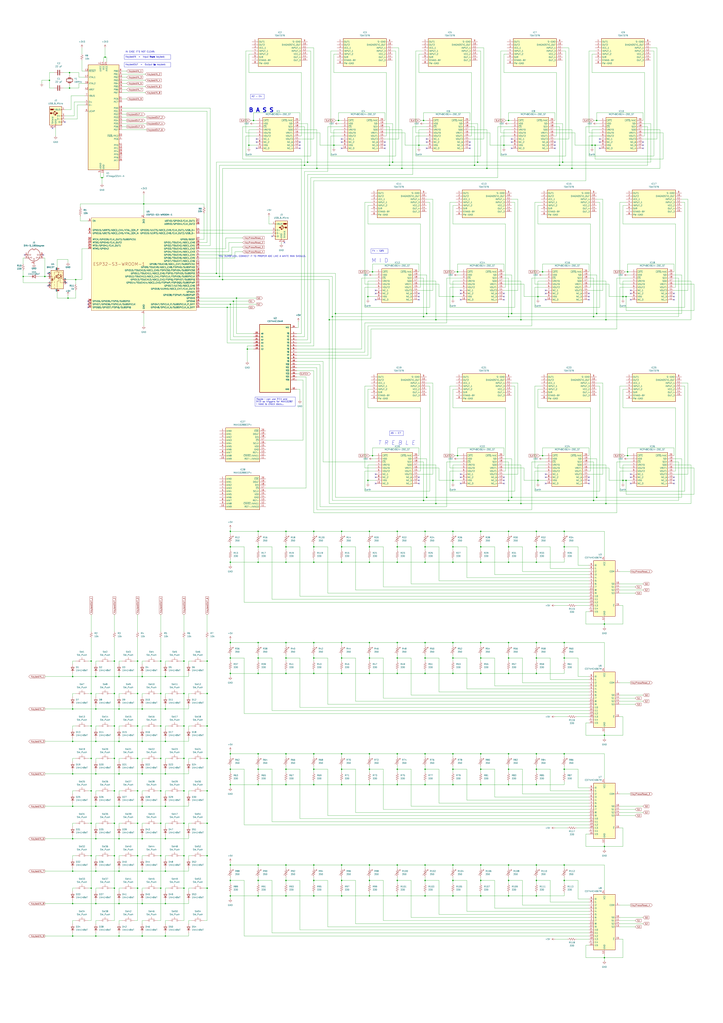
<source format=kicad_sch>
(kicad_sch (version 20250114) (generator "eeschema") (generator_version "9.0")
  (paper "A1" portrait)
  (title_block (title "Magnetoharmonium FULL SCHEMATIC") (date "2025-08-30") (company "Enchiridion Instruments (schematic by Robin Kuato)"))
  (text "M I D" (at 312.166 214.376 0) (effects (font (size 3.31 3.31))))
  (text "B A S S" (at 214.63 90.678 0) (effects (font (size 3.31 3.31) (thickness 0.662) (bold yes))))
  (text "T R E B L E" (at 325.882 364.236 0) (effects (font (size 3.31 3.31) (italic yes))))
  (text "YOU DUMBFUCK. CONNECT IT TO PROPER ADC LIKE A WHITE MAN SHOULD." (at 215.392 210.82 0) (effects (font (size 1.27 1.27))))
  (text "from" (at 125.222 46.99 0) (effects (font (size 1.27 1.27) (thickness 0.254) (bold yes))))
  (text "to" (at 127 53.34 0) (effects (font (size 1.27 1.27) (thickness 0.254) (bold yes))))
  (text "IN CASE IT'S NOT CLEAR:" (at 115.062 42.672 0) (effects (font (size 1.27 1.27))))
  (text_box "F4 - G#5" (at 304.8 204.47 0) (size 13.97 3.81) (margins 0.9525 0.9525 0.9525 0.9525) (effects (font (size 1.27 1.27)) (justify left top)))
  (text_box "A2 - E4" (at 205.74 77.47 0) (size 11.43 3.81) (margins 0.9525 0.9525 0.9525 0.9525) (effects (font (size 1.27 1.27)) (justify left top)))
  (text_box "KeybedIN  =  Input from keybed;" (at 102.108 44.958 0) (size 38.1 3.81) (margins 0.9525 0.9525 0.9525 0.9525) (effects (font (size 1.27 1.27) (thickness 0.1588)) (justify left top)))
  (text_box "A5 - C7" (at 320.04 354.33 0) (size 11.43 3.81) (margins 0.9525 0.9525 0.9525 0.9525) (effects (font (size 1.27 1.27)) (justify left top)))
  (text_box "Maybe I can use !Y14 and \n!Y15 as triggers for MAX1028?\nI need to check docs..." (at 209.55 326.39 0) (size 33.02 7.62) (margins 0.9525 0.9525 0.9525 0.9525) (effects (font (size 1.27 1.27)) (justify left top)))
  (text_box "KeybedOUT  =  Output to keybed;" (at 102.108 51.308 0) (size 38.1 3.81) (margins 0.9525 0.9525 0.9525 0.9525) (effects (font (size 1.27 1.27)) (justify left top)))
  (junction (at 97.79 609.6))
  (junction (at 417.83 462.28))
  (junction (at 93.98 623.57))
  (junction (at 280.67 711.2))
  (junction (at 372.11 462.28))
  (junction (at 252.73 133.35))
  (junction (at 189.23 736.6))
  (junction (at 469.9 138.43))
  (junction (at 303.53 449.58))
  (junction (at 180.34 227.33))
  (junction (at 280.67 645.16))
  (junction (at 151.13 543.56))
  (junction (at 151.13 676.91))
  (junction (at 97.79 636.27))
  (junction (at 303.53 645.16))
  (junction (at 372.11 449.58))
  (junction (at 326.39 541.02))
  (junction (at 463.55 449.58))
  (junction (at 427.99 262.89))
  (junction (at 515.62 374.65))
  (junction (at 326.39 462.28))
  (junction (at 417.83 260.35))
  (junction (at 204.47 119.38))
  (junction (at 511.81 243.84))
  (junction (at 260.35 138.43))
  (junction (at 59.69 582.93))
  (junction (at 170.18 730.25))
  (junction (at 234.95 541.02))
  (junction (at 280.67 619.76))
  (junction (at 186.69 252.73))
  (junction (at 113.03 623.57))
  (junction (at 116.84 716.28))
  (junction (at 113.03 570.23))
  (junction (at 372.11 632.46))
  (junction (at 78.74 716.28))
  (junction (at 344.17 119.38))
  (junction (at 257.81 736.6))
  (junction (at 349.25 632.46))
  (junction (at 113.03 676.91))
  (junction (at 135.89 742.95))
  (junction (at 74.93 676.91))
  (junction (at 189.23 632.46))
  (junction (at 347.98 411.48))
  (junction (at 462.28 133.35))
  (junction (at 116.84 769.62))
  (junction (at 372.11 541.02))
  (junction (at 234.95 632.46))
  (junction (at 326.39 553.72))
  (junction (at 440.69 711.2))
  (junction (at 394.97 462.28))
  (junction (at 303.53 541.02))
  (junction (at 170.18 650.24))
  (junction (at 189.23 250.19))
  (junction (at 372.11 528.32))
  (junction (at 170.18 703.58))
  (junction (at 59.69 556.26))
  (junction (at 303.53 462.28))
  (junction (at 459.74 135.89))
  (junction (at 440.69 462.28))
  (junction (at 392.43 133.35))
  (junction (at 417.83 553.72))
  (junction (at 440.69 723.9))
  (junction (at 78.74 556.26))
  (junction (at 487.68 260.35))
  (junction (at 463.55 436.88))
  (junction (at 212.09 632.46))
  (junction (at 326.39 723.9))
  (junction (at 302.26 394.97))
  (junction (at 59.69 636.27))
  (junction (at 132.08 623.57))
  (junction (at 113.03 596.9))
  (junction (at 257.81 462.28))
  (junction (at 151.13 596.9))
  (junction (at 274.32 119.38))
  (junction (at 151.13 650.24))
  (junction (at 394.97 632.46))
  (junction (at 330.2 138.43))
  (junction (at 486.41 119.38))
  (junction (at 496.57 695.96))
  (junction (at 497.84 414.02))
  (junction (at 113.03 703.58))
  (junction (at 113.03 730.25))
  (junction (at 59.69 716.28))
  (junction (at 74.93 703.58))
  (junction (at 93.98 676.91))
  (junction (at 189.23 553.72))
  (junction (at 234.95 436.88))
  (junction (at 350.52 408.94))
  (junction (at 135.89 556.26))
  (junction (at 93.98 543.56))
  (junction (at 326.39 645.16))
  (junction (at 257.81 541.02))
  (junction (at 212.09 723.9))
  (junction (at 135.89 582.93))
  (junction (at 74.93 570.23))
  (junction (at 372.11 619.76))
  (junction (at 414.02 119.38))
  (junction (at 349.25 462.28))
  (junction (at 135.89 609.6))
  (junction (at 326.39 436.88))
  (junction (at 490.22 99.06))
  (junction (at 394.97 528.32))
  (junction (at 372.11 553.72))
  (junction (at 151.13 623.57))
  (junction (at 118.11 167.64))
  (junction (at 326.39 449.58))
  (junction (at 191.77 247.65))
  (junction (at 280.67 541.02))
  (junction (at 36.83 227.33))
  (junction (at 257.81 619.76))
  (junction (at 394.97 553.72))
  (junction (at 116.84 636.27))
  (junction (at 280.67 736.6))
  (junction (at 514.35 243.84))
  (junction (at 372.11 723.9))
  (junction (at 151.13 570.23))
  (junction (at 440.69 541.02))
  (junction (at 440.69 528.32))
  (junction (at 322.58 133.35))
  (junction (at 394.97 711.2))
  (junction (at 57.15 72.39))
  (junction (at 280.67 528.32))
  (junction (at 440.69 619.76))
  (junction (at 170.18 623.57))
  (junction (at 151.13 730.25))
  (junction (at 394.97 723.9))
  (junction (at 303.53 723.9))
  (junction (at 511.81 394.97))
  (junction (at 151.13 703.58))
  (junction (at 132.08 703.58))
  (junction (at 189.23 462.28))
  (junction (at 302.26 243.84))
  (junction (at 234.95 645.16))
  (junction (at 93.98 570.23))
  (junction (at 496.57 604.52))
  (junction (at 417.83 723.9))
  (junction (at 93.98 703.58))
  (junction (at 372.11 736.6))
  (junction (at 417.83 711.2))
  (junction (at 306.07 223.52))
  (junction (at 234.95 528.32))
  (junction (at 280.67 553.72))
  (junction (at 78.74 689.61))
  (junction (at 440.69 553.72))
  (junction (at 280.67 723.9))
  (junction (at 320.04 135.89))
  (junction (at 189.23 645.16))
  (junction (at 212.09 711.2))
  (junction (at 57.15 59.69))
  (junction (at 440.69 736.6))
  (junction (at 212.09 619.76))
  (junction (at 135.89 689.61))
  (junction (at 303.53 528.32))
  (junction (at 257.81 528.32))
  (junction (at 78.74 742.95))
  (junction (at 212.09 449.58))
  (junction (at 349.25 541.02))
  (junction (at 326.39 736.6))
  (junction (at 349.25 736.6))
  (junction (at 74.93 623.57))
  (junction (at 116.84 689.61))
  (junction (at 372.11 711.2))
  (junction (at 372.11 645.16))
  (junction (at 116.84 556.26))
  (junction (at 463.55 632.46))
  (junction (at 132.08 596.9))
  (junction (at 189.23 711.2))
  (junction (at 116.84 742.95))
  (junction (at 19.05 227.33))
  (junction (at 445.77 223.52))
  (junction (at 497.84 262.89))
  (junction (at 490.22 408.94))
  (junction (at 194.31 245.11))
  (junction (at 59.69 742.95))
  (junction (at 55.88 245.11))
  (junction (at 303.53 736.6))
  (junction (at 375.92 223.52))
  (junction (at 349.25 711.2))
  (junction (at 280.67 632.46))
  (junction (at 349.25 528.32))
  (junction (at 212.09 462.28))
  (junction (at 440.69 632.46))
  (junction (at 78.74 769.62))
  (junction (at 250.19 135.89))
  (junction (at 78.74 609.6))
  (junction (at 303.53 553.72))
  (junction (at 212.09 541.02))
  (junction (at 212.09 645.16))
  (junction (at 116.84 662.94))
  (junction (at 417.83 528.32))
  (junction (at 463.55 711.2))
  (junction (at 97.79 662.94))
  (junction (at 257.81 449.58))
  (junction (at 463.55 723.9))
  (junction (at 349.25 723.9))
  (junction (at 189.23 528.32))
  (junction (at 208.28 99.06))
  (junction (at 74.93 730.25))
  (junction (at 349.25 436.88))
  (junction (at 189.23 541.02))
  (junction (at 132.08 570.23))
  (junction (at 257.81 723.9))
  (junction (at 74.93 596.9))
  (junction (at 487.68 411.48))
  (junction (at 97.79 689.61))
  (junction (at 306.07 374.65))
  (junction (at 132.08 676.91))
  (junction (at 189.23 449.58))
  (junction (at 496.57 513.08))
  (junction (at 234.95 449.58))
  (junction (at 234.95 736.6))
  (junction (at 275.59 257.81))
  (junction (at 350.52 257.81))
  (junction (at 372.11 436.88))
  (junction (at 59.69 689.61))
  (junction (at 463.55 541.02))
  (junction (at 347.98 99.06))
  (junction (at 326.39 711.2))
  (junction (at 349.25 553.72))
  (junction (at 326.39 632.46))
  (junction (at 93.98 730.25))
  (junction (at 74.93 650.24))
  (junction (at 234.95 723.9))
  (junction (at 349.25 449.58))
  (junction (at 394.97 449.58))
  (junction (at 515.62 223.52))
  (junction (at 303.53 436.88))
  (junction (at 303.53 632.46))
  (junction (at 135.89 769.62))
  (junction (at 97.79 769.62))
  (junction (at 257.81 632.46))
  (junction (at 135.89 662.94))
  (junction (at 372.11 394.97))
  (junction (at 113.03 543.56))
  (junction (at 59.69 769.62))
  (junction (at 203.2 287.02))
  (junction (at 234.95 619.76))
  (junction (at 445.77 374.65))
  (junction (at 440.69 645.16))
  (junction (at 394.97 645.16))
  (junction (at 394.97 541.02))
  (junction (at 212.09 553.72))
  (junction (at 212.09 436.88))
  (junction (at 257.81 553.72))
  (junction (at 440.69 449.58))
  (junction (at 441.96 394.97))
  (junction (at 59.69 662.94))
  (junction (at 441.96 243.84))
  (junction (at 326.39 528.32))
  (junction (at 420.37 257.81))
  (junction (at 257.81 645.16))
  (junction (at 83.82 146.05))
  (junction (at 234.95 462.28))
  (junction (at 326.39 619.76))
  (junction (at 347.98 260.35))
  (junction (at 257.81 436.88))
  (junction (at 270.51 262.89))
  (junction (at 234.95 711.2))
  (junction (at 170.18 570.23))
  (junction (at 280.67 462.28))
  (junction (at 427.99 414.02))
  (junction (at 349.25 645.16))
  (junction (at 116.84 609.6))
  (junction (at 488.95 119.38))
  (junction (at 97.79 716.28))
  (junction (at 303.53 711.2))
  (junction (at 280.67 449.58))
  (junction (at 135.89 716.28))
  (junction (at 394.97 736.6))
  (junction (at 303.53 619.76))
  (junction (at 372.11 243.84))
  (junction (at 189.23 436.88))
  (junction (at 394.97 619.76))
  (junction (at 463.55 619.76))
  (junction (at 189.23 619.76))
  (junction (at 496.57 787.4))
  (junction (at 177.8 224.79))
  (junction (at 59.69 609.6))
  (junction (at 170.18 676.91))
  (junction (at 113.03 650.24))
  (junction (at 116.84 582.93))
  (junction (at 375.92 374.65))
  (junction (at 417.83 619.76))
  (junction (at 93.98 650.24))
  (junction (at 135.89 636.27))
  (junction (at 182.88 229.87))
  (junction (at 417.83 99.06))
  (junction (at 349.25 619.76))
  (junction (at 132.08 730.25))
  (junction (at 212.09 736.6))
  (junction (at 278.13 99.06))
  (junction (at 40.64 66.04))
  (junction (at 417.83 645.16))
  (junction (at 97.79 742.95))
  (junction (at 74.93 543.56))
  (junction (at 170.18 596.9))
  (junction (at 463.55 528.32))
  (junction (at 440.69 436.88))
  (junction (at 132.08 650.24))
  (junction (at 212.09 528.32))
  (junction (at 280.67 436.88))
  (junction (at 62.23 229.87))
  (junction (at 257.81 711.2))
  (junction (at 400.05 138.43))
  (junction (at 394.97 436.88))
  (junction (at 189.23 723.9))
  (junction (at 358.14 414.02))
  (junction (at 78.74 662.94))
  (junction (at 490.22 257.81))
  (junction (at 417.83 411.48))
  (junction (at 417.83 541.02))
  (junction (at 417.83 736.6))
  (junction (at 417.83 449.58))
  (junction (at 420.37 408.94))
  (junction (at 93.98 596.9))
  (junction (at 417.83 632.46))
  (junction (at 358.14 262.89))
  (junction (at 78.74 582.93))
  (junction (at 273.05 260.35))
  (junction (at 234.95 553.72))
  (junction (at 514.35 394.97))
  (junction (at 97.79 556.26))
  (junction (at 170.18 543.56))
  (junction (at 132.08 543.56))
  (junction (at 389.89 135.89))
  (junction (at 417.83 436.88))
  (junction (at 97.79 582.93))
  (junction (at 78.74 636.27))
  (junction (at 86.36 46.99))
  (no_connect (at 414.02 397.51))
  (no_connect (at 553.72 392.43))
  (no_connect (at 483.87 243.84))
  (no_connect (at 420.37 116.84))
  (no_connect (at 528.32 116.84))
  (no_connect (at 280.67 121.92))
  (no_connect (at 35.56 209.55))
  (no_connect (at 280.67 114.3))
  (no_connect (at 386.08 119.38))
  (no_connect (at 483.87 241.3))
  (no_connect (at 553.72 246.38))
  (no_connect (at 553.72 394.97))
  (no_connect (at 455.93 119.38))
  (no_connect (at 280.67 116.84))
  (no_connect (at 448.31 238.76))
  (no_connect (at 210.82 116.84))
  (no_connect (at 53.34 100.33))
  (no_connect (at 386.08 121.92))
  (no_connect (at 54.61 232.41))
  (no_connect (at 528.32 119.38))
  (no_connect (at 378.46 392.43))
  (no_connect (at 308.61 389.89))
  (no_connect (at 344.17 397.51))
  (no_connect (at 492.76 121.92))
  (no_connect (at 72.39 252.73))
  (no_connect (at 414.02 241.3))
  (no_connect (at 448.31 397.51))
  (no_connect (at 378.46 246.38))
  (no_connect (at 308.61 392.43))
  (no_connect (at 246.38 121.92))
  (no_connect (at 378.46 238.76))
  (no_connect (at 414.02 394.97))
  (no_connect (at 308.61 238.76))
  (no_connect (at 210.82 121.92))
  (no_connect (at 308.61 397.51))
  (no_connect (at 448.31 241.3))
  (no_connect (at 448.31 389.89))
  (no_connect (at 518.16 238.76))
  (no_connect (at 518.16 241.3))
  (no_connect (at 39.37 234.95))
  (no_connect (at 414.02 246.38))
  (no_connect (at 308.61 246.38))
  (no_connect (at 378.46 397.51))
  (no_connect (at 455.93 116.84))
  (no_connect (at 72.39 247.65))
  (no_connect (at 420.37 121.92))
  (no_connect (at 483.87 392.43))
  (no_connect (at 518.16 246.38))
  (no_connect (at 350.52 116.84))
  (no_connect (at 316.23 119.38))
  (no_connect (at 386.08 116.84))
  (no_connect (at 20.32 209.55))
  (no_connect (at 344.17 246.38))
  (no_connect (at 43.18 105.41))
  (no_connect (at 223.52 194.31))
  (no_connect (at 492.76 116.84))
  (no_connect (at 72.39 250.19))
  (no_connect (at 448.31 246.38))
  (no_connect (at 344.17 243.84))
  (no_connect (at 553.72 243.84))
  (no_connect (at 344.17 241.3))
  (no_connect (at 553.72 241.3))
  (no_connect (at 420.37 114.3))
  (no_connect (at 483.87 394.97))
  (no_connect (at 455.93 121.92))
  (no_connect (at 492.76 114.3))
  (no_connect (at 414.02 243.84))
  (no_connect (at 378.46 241.3))
  (no_connect (at 246.38 119.38))
  (no_connect (at 553.72 397.51))
  (no_connect (at 344.17 392.43))
  (no_connect (at 518.16 397.51))
  (no_connect (at 518.16 389.89))
  (no_connect (at 210.82 114.3))
  (no_connect (at 308.61 241.3))
  (no_connect (at 344.17 394.97))
  (no_connect (at 316.23 116.84))
  (no_connect (at 246.38 116.84))
  (no_connect (at 378.46 389.89))
  (no_connect (at 316.23 121.92))
  (no_connect (at 350.52 114.3))
  (no_connect (at 528.32 121.92))
  (no_connect (at 39.37 224.79))
  (no_connect (at 483.87 246.38))
  (no_connect (at 448.31 392.43))
  (no_connect (at 518.16 392.43))
  (no_connect (at 350.52 121.92))
  (no_connect (at 233.68 199.39))
  (no_connect (at 414.02 392.43))
  (no_connect (at 483.87 397.51))
  (wire (pts (xy 506.73 228.6) (xy 518.16 228.6)))
  (wire (pts (xy 110.49 543.56) (xy 113.03 543.56)))
  (wire (pts (xy 367.03 228.6) (xy 378.46 228.6)))
  (wire (pts (xy 534.67 101.6) (xy 528.32 101.6)))
  (wire (pts (xy 243.84 284.48) (xy 257.81 284.48)))
  (wire (pts (xy 151.13 570.23) (xy 151.13 596.9)))
  (wire (pts (xy 394.97 541.02) (xy 394.97 543.56)))
  (wire (pts (xy 344.17 233.68) (xy 360.68 233.68)))
  (wire (pts (xy 118.11 167.64) (xy 66.04 167.64)))
  (wire (pts (xy 483.87 368.3) (xy 445.77 368.3)))
  (wire (pts (xy 429.26 469.9) (xy 429.26 449.58)))
  (wire (pts (xy 135.89 676.91) (xy 138.43 676.91)))
  (wire (pts (xy 148.59 703.58) (xy 151.13 703.58)))
  (wire (pts (xy 255.27 146.05) (xy 255.27 281.94)))
  (wire (pts (xy 78.74 730.25) (xy 78.74 732.79)))
  (wire (pts (xy 116.84 582.93) (xy 135.89 582.93)))
  (wire (pts (xy 463.55 642.62) (xy 463.55 645.16)))
  (wire (pts (xy 223.52 492.76) (xy 223.52 449.58)))
  (wire (pts (xy 303.53 447.04) (xy 303.53 449.58)))
  (wire (pts (xy 440.69 439.42) (xy 440.69 436.88)))
  (wire (pts (xy 417.83 551.18) (xy 417.83 553.72)))
  (wire (pts (xy 373.38 223.52) (xy 375.92 223.52)))
  (wire (pts (xy 463.55 449.58) (xy 463.55 452.12)))
  (wire (pts (xy 212.09 711.2) (xy 189.23 711.2)))
  (wire (pts (xy 372.11 449.58) (xy 372.11 452.12)))
  (wire (pts (xy 414.02 217.17) (xy 375.92 217.17)))
  (wire (pts (xy 509.27 662.94) (xy 528.32 662.94)))
  (wire (pts (xy 560.07 257.81) (xy 560.07 226.06)))
  (wire (pts (xy 314.96 665.48) (xy 314.96 632.46)))
  (wire (pts (xy 113.03 524.51) (xy 113.03 543.56)))
  (wire (pts (xy 280.67 439.42) (xy 280.67 436.88)))
  (wire (pts (xy 59.69 676.91) (xy 62.23 676.91)))
  (wire (pts (xy 360.68 660.4) (xy 360.68 632.46)))
  (wire (pts (xy 189.23 632.46) (xy 189.23 635)))
  (wire (pts (xy 189.23 459.74) (xy 189.23 462.28)))
  (wire (pts (xy 372.11 723.9) (xy 383.54 723.9)))
  (wire (pts (xy 34.29 68.58) (xy 34.29 66.04)))
  (wire (pts (xy 406.4 563.88) (xy 406.4 541.02)))
  (wire (pts (xy 78.74 756.92) (xy 81.28 756.92)))
  (wire (pts (xy 544.83 130.81) (xy 488.95 130.81)))
  (wire (pts (xy 417.83 228.6) (xy 417.83 260.35)))
  (wire (pts (xy 275.59 257.81) (xy 275.59 408.94)))
  (wire (pts (xy 565.15 389.89) (xy 565.15 314.96)))
  (wire (pts (xy 350.52 317.5) (xy 353.06 317.5)))
  (wire (pts (xy 448.31 231.14) (xy 441.96 231.14)))
  (wire (pts (xy 97.79 596.9) (xy 97.79 599.44)))
  (wire (pts (xy 40.64 66.04) (xy 40.64 72.39)))
  (wire (pts (xy 429.26 561.34) (xy 429.26 541.02)))
  (wire (pts (xy 299.72 384.81) (xy 308.61 384.81)))
  (wire (pts (xy 337.82 723.9) (xy 326.39 723.9)))
  (wire (pts (xy 416.56 44.45) (xy 414.02 44.45)))
  (wire (pts (xy 417.83 449.58) (xy 417.83 452.12)))
  (wire (pts (xy 234.95 734.06) (xy 234.95 736.6)))
  (wire (pts (xy 414.02 106.68) (xy 414.02 119.38)))
  (wire (pts (xy 518.16 394.97) (xy 514.35 394.97)))
  (wire (pts (xy 372.11 713.74) (xy 372.11 711.2)))
  (wire (pts (xy 265.43 379.73) (xy 265.43 297.18)))
  (wire (pts (xy 167.64 623.57) (xy 170.18 623.57)))
  (wire (pts (xy 509.27 772.16) (xy 511.81 772.16)))
  (wire (pts (xy 180.34 135.89) (xy 180.34 227.33)))
  (wire (pts (xy 257.81 462.28) (xy 234.95 462.28)))
  (wire (pts (xy 163.83 204.47) (xy 185.42 204.47)))
  (wire (pts (xy 372.11 447.04) (xy 372.11 449.58)))
  (wire (pts (xy 514.35 394.97) (xy 514.35 406.4)))
  (wire (pts (xy 280.67 629.92) (xy 280.67 632.46)))
  (wire (pts (xy 463.55 553.72) (xy 440.69 553.72)))
  (wire (pts (xy 72.39 756.92) (xy 74.93 756.92)))
  (wire (pts (xy 417.83 736.6) (xy 394.97 736.6)))
  (wire (pts (xy 330.2 106.68) (xy 316.23 106.68)))
  (wire (pts (xy 537.21 41.91) (xy 537.21 128.27)))
  (wire (pts (xy 303.53 622.3) (xy 303.53 619.76)))
  (wire (pts (xy 554.99 387.35) (xy 553.72 387.35)))
  (wire (pts (xy 78.74 703.58) (xy 81.28 703.58)))
  (wire (pts (xy 406.4 655.32) (xy 406.4 632.46)))
  (wire (pts (xy 97.79 713.74) (xy 97.79 716.28)))
  (wire (pts (xy 417.83 734.06) (xy 417.83 736.6)))
  (wire (pts (xy 199.39 203.2) (xy 190.5 203.2)))
  (wire (pts (xy 444.5 166.37) (xy 439.42 166.37)))
  (wire (pts (xy 172.72 201.93) (xy 163.83 201.93)))
  (wire (pts (xy 414.02 368.3) (xy 375.92 368.3)))
  (wire (pts (xy 116.84 767.08) (xy 116.84 769.62)))
  (wire (pts (xy 448.31 382.27) (xy 441.96 382.27)))
  (wire (pts (xy 280.67 538.48) (xy 280.67 541.02)))
  (wire (pts (xy 135.89 623.57) (xy 135.89 626.11)))
  (wire (pts (xy 425.45 389.89) (xy 425.45 314.96)))
  (wire (pts (xy 372.11 642.62) (xy 372.11 645.16)))
  (wire (pts (xy 72.39 703.58) (xy 74.93 703.58)))
  (wire (pts (xy 474.98 723.9) (xy 463.55 723.9)))
  (wire (pts (xy 358.14 231.14) (xy 344.17 231.14)))
  (wire (pts (xy 483.87 41.91) (xy 483.87 109.22)))
  (wire (pts (xy 273.05 411.48) (xy 347.98 411.48)))
  (wire (pts (xy 337.82 541.02) (xy 326.39 541.02)))
  (wire (pts (xy 212.09 462.28) (xy 189.23 462.28)))
  (wire (pts (xy 246.38 632.46) (xy 234.95 632.46)))
  (wire (pts (xy 303.53 528.32) (xy 280.67 528.32)))
  (wire (pts (xy 257.81 736.6) (xy 234.95 736.6)))
  (wire (pts (xy 326.39 723.9) (xy 326.39 726.44)))
  (wire (pts (xy 483.87 662.94) (xy 337.82 662.94)))
  (wire (pts (xy 246.38 723.9) (xy 234.95 723.9)))
  (wire (pts (xy 483.87 769.62) (xy 200.66 769.62)))
  (wire (pts (xy 495.3 314.96) (xy 490.22 314.96)))
  (wire (pts (xy 439.42 403.86) (xy 439.42 387.35)))
  (wire (pts (xy 78.74 596.9) (xy 78.74 599.44)))
  (wire (pts (xy 110.49 623.57) (xy 113.03 623.57)))
  (wire (pts (xy 509.27 759.46) (xy 528.32 759.46)))
  (wire (pts (xy 463.55 459.74) (xy 463.55 462.28)))
  (wire (pts (xy 303.53 449.58) (xy 314.96 449.58)))
  (wire (pts (xy 97.79 676.91) (xy 97.79 679.45)))
  (wire (pts (xy 93.98 543.56) (xy 93.98 570.23)))
  (wire (pts (xy 349.25 447.04) (xy 349.25 449.58)))
  (wire (pts (xy 280.67 645.16) (xy 257.81 645.16)))
  (wire (pts (xy 163.83 189.23) (xy 223.52 189.23)))
  (wire (pts (xy 472.44 119.38) (xy 486.41 119.38)))
  (wire (pts (xy 429.26 449.58) (xy 417.83 449.58)))
  (wire (pts (xy 349.25 530.86) (xy 349.25 528.32)))
  (wire (pts (xy 306.07 374.65) (xy 308.61 374.65)))
  (wire (pts (xy 280.67 436.88) (xy 257.81 436.88)))
  (wire (pts (xy 473.71 680.72) (xy 483.87 680.72)))
  (wire (pts (xy 116.84 676.91) (xy 119.38 676.91)))
  (wire (pts (xy 408.94 104.14) (xy 420.37 104.14)))
  (wire (pts (xy 148.59 730.25) (xy 151.13 730.25)))
  (wire (pts (xy 429.26 723.9) (xy 417.83 723.9)))
  (wire (pts (xy 481.33 148.59) (xy 481.33 104.14)))
  (wire (pts (xy 483.87 217.17) (xy 445.77 217.17)))
  (wire (pts (xy 64.77 72.39) (xy 57.15 72.39)))
  (wire (pts (xy 429.26 632.46) (xy 417.83 632.46)))
  (wire (pts (xy 135.89 543.56) (xy 135.89 546.1)))
  (wire (pts (xy 394.97 721.36) (xy 394.97 723.9)))
  (wire (pts (xy 455.93 104.14) (xy 459.74 104.14)))
  (wire (pts (xy 483.87 480.06) (xy 337.82 480.06)))
  (wire (pts (xy 492.76 166.37) (xy 492.76 252.73)))
  (wire (pts (xy 532.13 104.14) (xy 532.13 135.89)))
  (wire (pts (xy 490.22 257.81) (xy 490.22 226.06)))
  (wire (pts (xy 411.48 41.91) (xy 411.48 109.22)))
  (wire (pts (xy 355.6 389.89) (xy 355.6 314.96)))
  (wire (pts (xy 116.84 556.26) (xy 135.89 556.26)))
  (wire (pts (xy 306.07 217.17) (xy 306.07 223.52)))
  (wire (pts (xy 212.09 553.72) (xy 189.23 553.72)))
  (wire (pts (xy 337.82 571.5) (xy 337.82 541.02)))
  (wire (pts (xy 389.89 135.89) (xy 459.74 135.89)))
  (wire (pts (xy 36.83 582.93) (xy 59.69 582.93)))
  (wire (pts (xy 110.49 596.9) (xy 113.03 596.9)))
  (wire (pts (xy 78.74 596.9) (xy 81.28 596.9)))
  (wire (pts (xy 269.24 579.12) (xy 269.24 541.02)))
  (wire (pts (xy 100.33 76.2) (xy 119.38 76.2)))
  (wire (pts (xy 326.39 553.72) (xy 303.53 553.72)))
  (wire (pts (xy 116.84 650.24) (xy 119.38 650.24)))
  (wire (pts (xy 154.94 703.58) (xy 154.94 706.12)))
  (wire (pts (xy 485.14 236.22) (xy 483.87 236.22)))
  (wire (pts (xy 97.79 703.58) (xy 100.33 703.58)))
  (wire (pts (xy 100.33 101.6) (xy 120.65 101.6)))
  (wire (pts (xy 518.16 382.27) (xy 511.81 382.27)))
  (wire (pts (xy 78.74 636.27) (xy 97.79 636.27)))
  (wire (pts (xy 154.94 756.92) (xy 157.48 756.92)))
  (wire (pts (xy 303.53 538.48) (xy 303.53 541.02)))
  (wire (pts (xy 116.84 607.06) (xy 116.84 609.6)))
  (wire (pts (xy 269.24 670.56) (xy 269.24 632.46)))
  (wire (pts (xy 303.53 619.76) (xy 280.67 619.76)))
  (wire (pts (xy 270.51 262.89) (xy 270.51 414.02)))
  (wire (pts (xy 135.89 742.95) (xy 154.94 742.95)))
  (wire (pts (xy 414.02 238.76) (xy 425.45 238.76)))
  (wire (pts (xy 473.71 772.16) (xy 483.87 772.16)))
  (wire (pts (xy 459.74 104.14) (xy 459.74 135.89)))
  (wire (pts (xy 223.52 723.9) (xy 212.09 723.9)))
  (wire (pts (xy 243.84 276.86) (xy 250.19 276.86)))
  (wire (pts (xy 483.87 767.08) (xy 223.52 767.08)))
  (wire (pts (xy 386.08 92.71) (xy 347.98 92.71)))
  (wire (pts (xy 497.84 262.89) (xy 497.84 231.14)))
  (wire (pts (xy 509.27 561.34) (xy 518.16 561.34)))
  (wire (pts (xy 186.69 252.73) (xy 204.47 252.73)))
  (wire (pts (xy 349.25 551.18) (xy 349.25 553.72)))
  (wire (pts (xy 346.71 44.45) (xy 344.17 44.45)))
  (wire (pts (xy 511.81 772.16) (xy 511.81 787.4)))
  (wire (pts (xy 358.14 262.89) (xy 358.14 231.14)))
  (wire (pts (xy 349.25 711.2) (xy 326.39 711.2)))
  (wire (pts (xy 496.57 548.64) (xy 496.57 528.32)))
  (wire (pts (xy 392.43 133.35) (xy 462.28 133.35)))
  (wire (pts (xy 514.35 317.5) (xy 509.27 317.5)))
  (wire (pts (xy 154.94 740.41) (xy 154.94 742.95)))
  (wire (pts (xy 509.27 317.5) (xy 509.27 384.81)))
  (wire (pts (xy 539.75 114.3) (xy 539.75 39.37)))
  (wire (pts (xy 212.09 721.36) (xy 212.09 723.9)))
  (wire (pts (xy 417.83 379.73) (xy 417.83 411.48)))
  (wire (pts (xy 394.97 642.62) (xy 394.97 645.16)))
  (wire (pts (xy 302.26 267.97) (xy 302.26 292.1)))
  (wire (pts (xy 326.39 447.04) (xy 326.39 449.58)))
  (wire (pts (xy 386.08 109.22) (xy 402.59 109.22)))
  (wire (pts (xy 511.81 168.91) (xy 511.81 184.15)))
  (wire (pts (xy 36.83 742.95) (xy 59.69 742.95)))
  (wire (pts (xy 488.95 119.38) (xy 488.95 130.81)))
  (wire (pts (xy 500.38 233.68) (xy 500.38 243.84)))
  (wire (pts (xy 262.89 416.56) (xy 367.03 416.56)))
  (wire (pts (xy 349.25 619.76) (xy 326.39 619.76)))
  (wire (pts (xy 116.84 703.58) (xy 116.84 706.12)))
  (wire (pts (xy 485.14 335.28) (xy 485.14 387.35)))
  (wire (pts (xy 417.83 721.36) (xy 417.83 723.9)))
  (wire (pts (xy 151.13 650.24) (xy 151.13 676.91)))
  (wire (pts (xy 355.6 163.83) (xy 350.52 163.83)))
  (wire (pts (xy 372.11 736.6) (xy 349.25 736.6)))
  (wire (pts (xy 452.12 650.24) (xy 452.12 632.46)))
  (wire (pts (xy 78.74 742.95) (xy 97.79 742.95)))
  (wire (pts (xy 481.33 594.36) (xy 481.33 604.52)))
  (wire (pts (xy 462.28 41.91) (xy 464.82 41.91)))
  (wire (pts (xy 483.87 228.6) (xy 487.68 228.6)))
  (wire (pts (xy 353.06 252.73) (xy 299.72 252.73)))
  (wire (pts (xy 189.23 279.4) (xy 208.28 279.4)))
  (wire (pts (xy 402.59 119.38) (xy 414.02 119.38)))
  (wire (pts (xy 487.68 411.48) (xy 417.83 411.48)))
  (wire (pts (xy 170.18 596.9) (xy 170.18 623.57)))
  (wire (pts (xy 280.67 449.58) (xy 292.1 449.58)))
  (wire (pts (xy 303.53 223.52) (xy 306.07 223.52)))
  (wire (pts (xy 45.72 105.41) (xy 45.72 111.76)))
  (wire (pts (xy 341.63 111.76) (xy 350.52 111.76)))
  (wire (pts (xy 116.84 580.39) (xy 116.84 582.93)))
  (wire (pts (xy 378.46 382.27) (xy 372.11 382.27)))
  (wire (pts (xy 349.25 459.74) (xy 349.25 462.28)))
  (wire (pts (xy 394.97 551.18) (xy 394.97 553.72)))
  (wire (pts (xy 394.97 629.92) (xy 394.97 632.46)))
  (wire (pts (xy 163.83 252.73) (xy 186.69 252.73)))
  (wire (pts (xy 358.14 414.02) (xy 358.14 382.27)))
  (wire (pts (xy 116.84 769.62) (xy 135.89 769.62)))
  (wire (pts (xy 278.13 92.71) (xy 278.13 99.06)))
  (wire (pts (xy 339.09 143.51) (xy 252.73 143.51)))
  (wire (pts (xy 91.44 756.92) (xy 93.98 756.92)))
  (wire (pts (xy 118.11 257.81) (xy 118.11 267.97)))
  (wire (pts (xy 204.47 44.45) (xy 204.47 59.69)))
  (wire (pts (xy 280.67 541.02) (xy 292.1 541.02)))
  (wire (pts (xy 234.95 711.2) (xy 212.09 711.2)))
  (wire (pts (xy 212.09 629.92) (xy 212.09 632.46)))
  (wire (pts (xy 394.97 447.04) (xy 394.97 449.58)))
  (wire (pts (xy 441.96 320.04) (xy 441.96 335.28)))
  (wire (pts (xy 270.51 262.89) (xy 270.51 229.87)))
  (wire (pts (xy 347.98 99.06) (xy 350.52 99.06)))
  (wire (pts (xy 275.59 408.94) (xy 350.52 408.94)))
  (wire (pts (xy 474.98 647.7) (xy 483.87 647.7)))
  (wire (pts (xy 483.87 482.6) (xy 314.96 482.6)))
  (wire (pts (xy 326.39 439.42) (xy 326.39 436.88)))
  (wire (pts (xy 257.81 439.42) (xy 257.81 436.88)))
  (wire (pts (xy 187.96 199.39) (xy 187.96 207.01)))
  (wire (pts (xy 304.8 270.51) (xy 506.73 270.51)))
  (wire (pts (xy 304.8 317.5) (xy 299.72 317.5)))
  (wire (pts (xy 327.66 114.3) (xy 327.66 39.37)))
  (wire (pts (xy 509.27 576.58) (xy 528.32 576.58)))
  (wire (pts (xy 212.09 551.18) (xy 212.09 553.72)))
  (wire (pts (xy 509.27 579.12) (xy 521.97 579.12)))
  (wire (pts (xy 497.84 262.89) (xy 567.69 262.89)))
  (wire (pts (xy 97.79 596.9) (xy 100.33 596.9)))
  (wire (pts (xy 394.97 711.2) (xy 372.11 711.2)))
  (wire (pts (xy 509.27 487.68) (xy 521.97 487.68)))
  (wire (pts (xy 78.74 769.62) (xy 97.79 769.62)))
  (wire (pts (xy 483.87 751.84) (xy 360.68 751.84)))
  (wire (pts (xy 397.51 39.37) (xy 392.43 39.37)))
  (wire (pts (xy 372.11 243.84) (xy 378.46 243.84)))
  (wire (pts (xy 509.27 668.02) (xy 528.32 668.02)))
  (wire (pts (xy 417.83 629.92) (xy 417.83 632.46)))
  (wire (pts (xy 19.05 232.41) (xy 19.05 227.33)))
  (wire (pts (xy 560.07 408.94) (xy 560.07 377.19)))
  (wire (pts (xy 422.91 166.37) (xy 422.91 252.73)))
  (wire (pts (xy 148.59 543.56) (xy 151.13 543.56)))
  (wire (pts (xy 110.49 650.24) (xy 113.03 650.24)))
  (wire (pts (xy 46.99 213.36) (xy 46.99 219.71)))
  (wire (pts (xy 163.83 245.11) (xy 194.31 245.11)))
  (wire (pts (xy 303.53 530.86) (xy 303.53 528.32)))
  (wire (pts (xy 487.68 99.06) (xy 490.22 99.06)))
  (wire (pts (xy 483.87 675.64) (xy 223.52 675.64)))
  (wire (pts (xy 135.89 689.61) (xy 154.94 689.61)))
  (wire (pts (xy 154.94 570.23) (xy 154.94 572.77)))
  (wire (pts (xy 417.83 619.76) (xy 394.97 619.76)))
  (wire (pts (xy 280.67 530.86) (xy 280.67 528.32)))
  (wire (pts (xy 509.27 233.68) (xy 518.16 233.68)))
  (wire (pts (xy 463.55 723.9) (xy 463.55 726.44)))
  (wire (pts (xy 483.87 579.12) (xy 269.24 579.12)))
  (wire (pts (xy 58.42 78.74) (xy 69.85 78.74)))
  (wire (pts (xy 394.97 128.27) (xy 341.63 128.27)))
  (wire (pts (xy 337.82 632.46) (xy 326.39 632.46)))
  (wire (pts (xy 154.94 756.92) (xy 154.94 759.46)))
  (wire (pts (xy 347.98 228.6) (xy 347.98 260.35)))
  (wire (pts (xy 82.55 146.05) (xy 83.82 146.05)))
  (wire (pts (xy 243.84 294.64) (xy 304.8 294.64)))
  (wire (pts (xy 341.63 109.22) (xy 350.52 109.22)))
  (wire (pts (xy 132.08 570.23) (xy 132.08 596.9)))
  (wire (pts (xy 542.29 138.43) (xy 542.29 106.68)))
  (wire (pts (xy 135.89 730.25) (xy 135.89 732.79)))
  (wire (pts (xy 316.23 104.14) (xy 320.04 104.14)))
  (wire (pts (xy 406.4 472.44) (xy 406.4 449.58)))
  (wire (pts (xy 436.88 379.73) (xy 448.31 379.73)))
  (wire (pts (xy 234.95 449.58) (xy 234.95 452.12)))
  (wire (pts (xy 417.83 101.6) (xy 420.37 101.6)))
  (wire (pts (xy 387.35 59.69) (xy 387.35 111.76)))
  (wire (pts (xy 463.55 462.28) (xy 440.69 462.28)))
  (wire (pts (xy 163.83 207.01) (xy 187.96 207.01)))
  (wire (pts (xy 163.83 212.09) (xy 193.04 212.09)))
  (wire (pts (xy 250.19 140.97) (xy 269.24 140.97)))
  (wire (pts (xy 506.73 270.51) (xy 506.73 228.6)))
  (wire (pts (xy 422.91 252.73) (xy 369.57 252.73)))
  (wire (pts (xy 326.39 528.32) (xy 303.53 528.32)))
  (wire (pts (xy 135.89 730.25) (xy 138.43 730.25)))
  (wire (pts (xy 78.74 713.74) (xy 78.74 716.28)))
  (wire (pts (xy 251.46 309.88) (xy 251.46 401.32)))
  (wire (pts (xy 483.87 584.2) (xy 223.52 584.2)))
  (wire (pts (xy 483.87 238.76) (xy 495.3 238.76)))
  (wire (pts (xy 326.39 619.76) (xy 303.53 619.76)))
  (wire (pts (xy 255.27 41.91) (xy 255.27 128.27)))
  (wire (pts (xy 93.98 524.51) (xy 93.98 543.56)))
  (wire (pts (xy 302.26 184.15) (xy 345.44 184.15)))
  (wire (pts (xy 344.17 59.69) (xy 387.35 59.69)))
  (wire (pts (xy 483.87 563.88) (xy 406.4 563.88)))
  (wire (pts (xy 269.24 762) (xy 269.24 723.9)))
  (wire (pts (xy 257.81 622.3) (xy 257.81 619.76)))
  (wire (pts (xy 189.23 250.19) (xy 189.23 279.4)))
  (wire (pts (xy 500.38 243.84) (xy 511.81 243.84)))
  (wire (pts (xy 511.81 394.97) (xy 511.81 397.51)))
  (wire (pts (xy 483.87 594.36) (xy 481.33 594.36)))
  (wire (pts (xy 314.96 574.04) (xy 314.96 541.02)))
  (wire (pts (xy 303.53 723.9) (xy 303.53 726.44)))
  (wire (pts (xy 322.58 133.35) (xy 322.58 101.6)))
  (wire (pts (xy 273.05 260.35) (xy 273.05 411.48)))
  (wire (pts (xy 455.93 772.16) (xy 466.09 772.16)))
  (wire (pts (xy 509.27 762) (xy 521.97 762)))
  (wire (pts (xy 59.69 636.27) (xy 78.74 636.27)))
  (wire (pts (xy 463.55 447.04) (xy 463.55 449.58)))
  (wire (pts (xy 488.95 119.38) (xy 492.76 119.38)))
  (wire (pts (xy 455.93 99.06) (xy 455.93 92.71)))
  (wire (pts (xy 154.94 543.56) (xy 154.94 546.1)))
  (wire (pts (xy 212.09 619.76) (xy 189.23 619.76)))
  (wire (pts (xy 154.94 767.08) (xy 154.94 769.62)))
  (wire (pts (xy 110.49 676.91) (xy 113.03 676.91)))
  (wire (pts (xy 135.89 713.74) (xy 135.89 716.28)))
  (wire (pts (xy 483.87 754.38) (xy 337.82 754.38)))
  (wire (pts (xy 383.54 474.98) (xy 383.54 449.58)))
  (wire (pts (xy 511.81 184.15) (xy 554.99 184.15)))
  (wire (pts (xy 372.11 168.91) (xy 372.11 184.15)))
  (wire (pts (xy 270.51 414.02) (xy 358.14 414.02)))
  (wire (pts (xy 487.68 260.35) (xy 417.83 260.35)))
  (wire (pts (xy 151.13 703.58) (xy 151.13 730.25)))
  (wire (pts (xy 72.39 623.57) (xy 74.93 623.57)))
  (wire (pts (xy 246.38 114.3) (xy 257.81 114.3)))
  (wire (pts (xy 440.69 436.88) (xy 417.83 436.88)))
  (wire (pts (xy 372.11 459.74) (xy 372.11 462.28)))
  (wire (pts (xy 299.72 236.22) (xy 308.61 236.22)))
  (wire (pts (xy 243.84 292.1) (xy 302.26 292.1)))
  (wire (pts (xy 78.74 543.56) (xy 81.28 543.56)))
  (wire (pts (xy 189.23 541.02) (xy 189.23 543.56)))
  (wire (pts (xy 400.05 138.43) (xy 400.05 106.68)))
  (wire (pts (xy 170.18 650.24) (xy 170.18 676.91)))
  (wire (pts (xy 78.74 676.91) (xy 81.28 676.91)))
  (wire (pts (xy 417.83 711.2) (xy 394.97 711.2)))
  (wire (pts (xy 349.25 632.46) (xy 360.68 632.46)))
  (wire (pts (xy 135.89 676.91) (xy 135.89 679.45)))
  (wire (pts (xy 234.95 645.16) (xy 212.09 645.16)))
  (wire (pts (xy 440.69 734.06) (xy 440.69 736.6)))
  (wire (pts (xy 483.87 574.04) (xy 314.96 574.04)))
  (wire (pts (xy 74.93 505.46) (xy 74.93 519.43)))
  (wire (pts (xy 350.52 106.68) (xy 344.17 106.68)))
  (wire (pts (xy 474.98 449.58) (xy 463.55 449.58)))
  (wire (pts (xy 223.52 675.64) (xy 223.52 632.46)))
  (wire (pts (xy 62.23 229.87) (xy 54.61 229.87)))
  (wire (pts (xy 257.81 713.74) (xy 257.81 711.2)))
  (wire (pts (xy 509.27 670.56) (xy 521.97 670.56)))
  (wire (pts (xy 469.9 106.68) (xy 455.93 106.68)))
  (wire (pts (xy 440.69 447.04) (xy 440.69 449.58)))
  (wire (pts (xy 85.09 146.05) (xy 83.82 146.05)))
  (wire (pts (xy 463.55 551.18) (xy 463.55 553.72)))
  (wire (pts (xy 135.89 703.58) (xy 135.89 706.12)))
  (wire (pts (xy 93.98 570.23) (xy 93.98 596.9)))
  (wire (pts (xy 59.69 742.95) (xy 59.69 740.41)))
  (wire (pts (xy 326.39 622.3) (xy 326.39 619.76)))
  (wire (pts (xy 97.79 580.39) (xy 97.79 582.93)))
  (wire (pts (xy 60.96 83.82) (xy 60.96 95.25)))
  (wire (pts (xy 20.32 212.09) (xy 19.05 212.09)))
  (wire (pts (xy 344.17 379.73) (xy 347.98 379.73)))
  (wire (pts (xy 369.57 233.68) (xy 378.46 233.68)))
  (wire (pts (xy 344.17 374.65) (xy 344.17 368.3)))
  (wire (pts (xy 392.43 101.6) (xy 386.08 101.6)))
  (wire (pts (xy 303.53 711.2) (xy 280.67 711.2)))
  (wire (pts (xy 486.41 119.38) (xy 488.95 119.38)))
  (wire (pts (xy 440.69 723.9) (xy 440.69 726.44)))
  (wire (pts (xy 269.24 104.14) (xy 280.67 104.14)))
  (wire (pts (xy 201.93 41.91) (xy 201.93 109.22)))
  (wire (pts (xy 116.84 596.9) (xy 119.38 596.9)))
  (wire (pts (xy 280.67 106.68) (xy 274.32 106.68)))
  (wire (pts (xy 473.71 497.84) (xy 483.87 497.84)))
  (wire (pts (xy 350.52 408.94) (xy 350.52 377.19)))
  (wire (pts (xy 72.39 676.91) (xy 74.93 676.91)))
  (wire (pts (xy 74.93 524.51) (xy 74.93 543.56)))
  (wire (pts (xy 483.87 566.42) (xy 383.54 566.42)))
  (wire (pts (xy 208.28 101.6) (xy 210.82 101.6)))
  (wire (pts (xy 260.35 138.43) (xy 330.2 138.43)))
  (wire (pts (xy 100.33 58.42) (xy 104.14 58.42)))
  (wire (pts (xy 422.91 403.86) (xy 369.57 403.86)))
  (wire (pts (xy 113.03 623.57) (xy 113.03 650.24)))
  (wire (pts (xy 200.66 586.74) (xy 200.66 541.02)))
  (wire (pts (xy 506.73 421.64) (xy 506.73 379.73)))
  (wire (pts (xy 440.69 632.46) (xy 440.69 635)))
  (wire (pts (xy 100.33 96.52) (xy 120.65 96.52)))
  (wire (pts (xy 417.83 642.62) (xy 417.83 645.16)))
  (wire (pts (xy 490.22 377.19) (xy 483.87 377.19)))
  (wire (pts (xy 492.76 106.68) (xy 486.41 106.68)))
  (wire (pts (xy 257.81 632.46) (xy 257.81 635)))
  (wire (pts (xy 515.62 374.65) (xy 518.16 374.65)))
  (wire (pts (xy 52.07 72.39) (xy 57.15 72.39)))
  (wire (pts (xy 62.23 245.11) (xy 55.88 245.11)))
  (wire (pts (xy 177.8 224.79) (xy 275.59 224.79)))
  (wire (pts (xy 367.03 379.73) (xy 367.03 416.56)))
  (wire (pts (xy 518.16 231.14) (xy 511.81 231.14)))
  (wire (pts (xy 250.19 135.89) (xy 180.34 135.89)))
  (wire (pts (xy 565.15 163.83) (xy 560.07 163.83)))
  (wire (pts (xy 496.57 513.08) (xy 496.57 515.62)))
  (wire (pts (xy 427.99 382.27) (xy 414.02 382.27)))
  (wire (pts (xy 116.84 623.57) (xy 119.38 623.57)))
  (wire (pts (xy 440.69 553.72) (xy 417.83 553.72)))
  (wire (pts (xy 276.86 44.45) (xy 274.32 44.45)))
  (wire (pts (xy 72.39 596.9) (xy 74.93 596.9)))
  (wire (pts (xy 483.87 472.44) (xy 406.4 472.44)))
  (wire (pts (xy 414.02 44.45) (xy 414.02 59.69)))
  (wire (pts (xy 262.89 119.38) (xy 274.32 119.38)))
  (wire (pts (xy 394.97 459.74) (xy 394.97 462.28)))
  (wire (pts (xy 337.82 754.38) (xy 337.82 723.9)))
  (wire (pts (xy 303.53 439.42) (xy 303.53 436.88)))
  (wire (pts (xy 486.41 106.68) (xy 486.41 119.38)))
  (wire (pts (xy 280.67 449.58) (xy 280.67 452.12)))
  (wire (pts (xy 439.42 252.73) (xy 439.42 236.22)))
  (wire (pts (xy 483.87 744.22) (xy 429.26 744.22)))
  (wire (pts (xy 257.81 39.37) (xy 252.73 39.37)))
  (wire (pts (xy 509.27 652.78) (xy 518.16 652.78)))
  (wire (pts (xy 330.2 138.43) (xy 400.05 138.43)))
  (wire (pts (xy 306.07 223.52) (xy 308.61 223.52)))
  (wire (pts (xy 369.57 387.35) (xy 378.46 387.35)))
  (wire (pts (xy 135.89 607.06) (xy 135.89 609.6)))
  (wire (pts (xy 182.88 229.87) (xy 270.51 229.87)))
  (wire (pts (xy 91.44 543.56) (xy 93.98 543.56)))
  (wire (pts (xy 483.87 571.5) (xy 337.82 571.5)))
  (wire (pts (xy 243.84 287.02) (xy 297.18 287.02)))
  (wire (pts (xy 252.73 41.91) (xy 255.27 41.91)))
  (wire (pts (xy 440.69 619.76) (xy 417.83 619.76)))
  (wire (pts (xy 358.14 262.89) (xy 427.99 262.89)))
  (wire (pts (xy 113.03 505.46) (xy 113.03 519.43)))
  (wire (pts (xy 116.84 676.91) (xy 116.84 679.45)))
  (wire (pts (xy 212.09 541.02) (xy 212.09 543.56)))
  (wire (pts (xy 204.47 59.69) (xy 247.65 59.69)))
  (wire (pts (xy 509.27 744.22) (xy 518.16 744.22)))
  (wire (pts (xy 304.8 320.04) (xy 302.26 320.04)))
  (wire (pts (xy 189.23 619.76) (xy 189.23 622.3)))
  (wire (pts (xy 91.44 703.58) (xy 93.98 703.58)))
  (wire (pts (xy 97.79 623.57) (xy 97.79 626.11)))
  (wire (pts (xy 91.44 650.24) (xy 93.98 650.24)))
  (wire (pts (xy 326.39 541.02) (xy 326.39 543.56)))
  (wire (pts (xy 167.64 175.26) (xy 167.64 196.85)))
  (wire (pts (xy 326.39 462.28) (xy 303.53 462.28)))
  (wire (pts (xy 280.67 447.04) (xy 280.67 449.58)))
  (wire (pts (xy 406.4 541.02) (xy 394.97 541.02)))
  (wire (pts (xy 406.4 632.46) (xy 394.97 632.46)))
  (wire (pts (xy 97.79 660.4) (xy 97.79 662.94)))
  (wire (pts (xy 490.22 166.37) (xy 492.76 166.37)))
  (wire (pts (xy 59.69 756.92) (xy 59.69 759.46)))
  (wire (pts (xy 97.79 650.24) (xy 97.79 652.78)))
  (wire (pts (xy 553.72 228.6) (xy 557.53 228.6)))
  (wire (pts (xy 297.18 228.6) (xy 308.61 228.6)))
  (wire (pts (xy 375.92 217.17) (xy 375.92 223.52)))
  (wire (pts (xy 154.94 623.57) (xy 154.94 626.11)))
  (wire (pts (xy 486.41 44.45) (xy 486.41 59.69)))
  (wire (pts (xy 496.57 787.4) (xy 496.57 789.94)))
  (wire (pts (xy 299.72 166.37) (xy 299.72 233.68)))
  (wire (pts (xy 372.11 436.88) (xy 349.25 436.88)))
  (wire (pts (xy 116.84 740.41) (xy 116.84 742.95)))
  (wire (pts (xy 212.09 447.04) (xy 212.09 449.58)))
  (wire (pts (xy 97.79 553.72) (xy 97.79 556.26)))
  (wire (pts (xy 59.69 623.57) (xy 62.23 623.57)))
  (wire (pts (xy 203.2 284.48) (xy 203.2 287.02)))
  (wire (pts (xy 59.69 662.94) (xy 78.74 662.94)))
  (wire (pts (xy 346.71 41.91) (xy 341.63 41.91)))
  (wire (pts (xy 201.93 128.27) (xy 201.93 111.76)))
  (wire (pts (xy 353.06 317.5) (xy 353.06 403.86)))
  (wire (pts (xy 257.81 721.36) (xy 257.81 723.9)))
  (wire (pts (xy 394.97 449.58) (xy 394.97 452.12)))
  (wire (pts (xy 274.32 59.69) (xy 317.5 59.69)))
  (wire (pts (xy 441.96 246.38) (xy 441.96 243.84)))
  (wire (pts (xy 303.53 462.28) (xy 280.67 462.28)))
  (wire (pts (xy 154.94 580.39) (xy 154.94 582.93)))
  (wire (pts (xy 417.83 436.88) (xy 394.97 436.88)))
  (wire (pts (xy 135.89 609.6) (xy 154.94 609.6)))
  (wire (pts (xy 69.85 83.82) (xy 60.96 83.82)))
  (wire (pts (xy 496.57 787.4) (xy 511.81 787.4)))
  (wire (pts (xy 415.29 99.06) (xy 417.83 99.06)))
  (wire (pts (xy 483.87 657.86) (xy 383.54 657.86)))
  (wire (pts (xy 394.97 439.42) (xy 394.97 436.88)))
  (wire (pts (xy 375.92 374.65) (xy 378.46 374.65)))
  (wire (pts (xy 483.87 660.4) (xy 360.68 660.4)))
  (wire (pts (xy 100.33 68.58) (xy 104.14 68.58)))
  (wire (pts (xy 509.27 754.38) (xy 528.32 754.38)))
  (wire (pts (xy 154.94 703.58) (xy 157.48 703.58)))
  (wire (pts (xy 59.69 636.27) (xy 59.69 633.73)))
  (wire (pts (xy 246.38 581.66) (xy 246.38 541.02)))
  (wire (pts (xy 257.81 642.62) (xy 257.81 645.16)))
  (wire (pts (xy 326.39 721.36) (xy 326.39 723.9)))
  (wire (pts (xy 358.14 414.02) (xy 427.99 414.02)))
  (wire (pts (xy 113.03 730.25) (xy 113.03 756.92)))
  (wire (pts (xy 554.99 184.15) (xy 554.99 236.22)))
  (wire (pts (xy 452.12 723.9) (xy 440.69 723.9)))
  (wire (pts (xy 483.87 581.66) (xy 246.38 581.66)))
  (wire (pts (xy 59.69 730.25) (xy 62.23 730.25)))
  (wire (pts (xy 246.38 541.02) (xy 234.95 541.02)))
  (wire (pts (xy 472.44 109.22) (xy 472.44 119.38)))
  (wire (pts (xy 349.25 734.06) (xy 349.25 736.6)))
  (wire (pts (xy 97.79 716.28) (xy 116.84 716.28)))
  (wire (pts (xy 394.97 734.06) (xy 394.97 736.6)))
  (wire (pts (xy 463.55 538.48) (xy 463.55 541.02)))
  (wire (pts (xy 223.52 767.08) (xy 223.52 723.9)))
  (wire (pts (xy 534.67 41.91) (xy 537.21 41.91)))
  (wire (pts (xy 116.84 543.56) (xy 116.84 546.1)))
  (wire (pts (xy 59.69 689.61) (xy 59.69 687.07)))
  (wire (pts (xy 455.93 497.84) (xy 466.09 497.84)))
  (wire (pts (xy 255.27 128.27) (xy 201.93 128.27)))
  (wire (pts (xy 280.67 711.2) (xy 257.81 711.2)))
  (wire (pts (xy 360.68 394.97) (xy 372.11 394.97)))
  (wire (pts (xy 234.95 551.18) (xy 234.95 553.72)))
  (wire (pts (xy 257.81 541.02) (xy 257.81 543.56)))
  (wire (pts (xy 444.5 168.91) (xy 441.96 168.91)))
  (wire (pts (xy 74.93 596.9) (xy 74.93 623.57)))
  (wire (pts (xy 483.87 576.58) (xy 292.1 576.58)))
  (wire (pts (xy 234.95 721.36) (xy 234.95 723.9)))
  (wire (pts (xy 36.83 609.6) (xy 59.69 609.6)))
  (wire (pts (xy 430.53 384.81) (xy 430.53 394.97)))
  (wire (pts (xy 397.51 114.3) (xy 397.51 39.37)))
  (wire (pts (xy 372.11 632.46) (xy 383.54 632.46)))
  (wire (pts (xy 457.2 111.76) (xy 455.93 111.76)))
  (wire (pts (xy 483.87 586.74) (xy 200.66 586.74)))
  (wire (pts (xy 496.57 604.52) (xy 496.57 607.06)))
  (wire (pts (xy 234.95 541.02) (xy 234.95 543.56)))
  (wire (pts (xy 234.95 530.86) (xy 234.95 528.32)))
  (wire (pts (xy 46.99 245.11) (xy 46.99 240.03)))
  (wire (pts (xy 252.73 143.51) (xy 252.73 279.4)))
  (wire (pts (xy 417.83 553.72) (xy 394.97 553.72)))
  (wire (pts (xy 74.93 650.24) (xy 74.93 676.91)))
  (wire (pts (xy 135.89 623.57) (xy 138.43 623.57)))
  (wire (pts (xy 234.95 736.6) (xy 212.09 736.6)))
  (wire (pts (xy 280.67 713.74) (xy 280.67 711.2)))
  (wire (pts (xy 151.13 596.9) (xy 151.13 623.57)))
  (wire (pts (xy 490.22 408.94) (xy 560.07 408.94)))
  (wire (pts (xy 326.39 632.46) (xy 326.39 635)))
  (wire (pts (xy 462.28 133.35) (xy 462.28 101.6)))
  (wire (pts (xy 83.82 146.05) (xy 83.82 151.13)))
  (wire (pts (xy 481.33 685.8) (xy 481.33 695.96)))
  (wire (pts (xy 180.34 227.33) (xy 273.05 227.33)))
  (wire (pts (xy 483.87 474.98) (xy 383.54 474.98)))
  (wire (pts (xy 59.69 543.56) (xy 62.23 543.56)))
  (wire (pts (xy 406.4 449.58) (xy 394.97 449.58)))
  (wire (pts (xy 234.95 713.74) (xy 234.95 711.2)))
  (wire (pts (xy 97.79 689.61) (xy 116.84 689.61)))
  (wire (pts (xy 372.11 553.72) (xy 349.25 553.72)))
  (wire (pts (xy 439.42 387.35) (xy 448.31 387.35)))
  (wire (pts (xy 483.87 652.78) (xy 429.26 652.78)))
  (wire (pts (xy 425.45 314.96) (xy 420.37 314.96)))
  (wire (pts (xy 332.74 119.38) (xy 344.17 119.38)))
  (wire (pts (xy 78.74 623.57) (xy 78.74 626.11)))
  (wire (pts (xy 113.03 703.58) (xy 113.03 730.25)))
  (wire (pts (xy 440.69 645.16) (xy 417.83 645.16)))
  (wire (pts (xy 349.25 723.9) (xy 349.25 726.44)))
  (wire (pts (xy 483.87 485.14) (xy 292.1 485.14)))
  (wire (pts (xy 483.87 217.17) (xy 483.87 223.52)))
  (wire (pts (xy 389.89 104.14) (xy 389.89 135.89)))
  (wire (pts (xy 374.65 166.37) (xy 369.57 166.37)))
  (wire (pts (xy 567.69 382.27) (xy 553.72 382.27)))
  (wire (pts (xy 511.81 320.04) (xy 511.81 335.28)))
  (wire (pts (xy 514.35 243.84) (xy 518.16 243.84)))
  (wire (pts (xy 86.36 46.99) (xy 85.09 46.99)))
  (wire (pts (xy 97.79 767.08) (xy 97.79 769.62)))
  (wire (pts (xy 509.27 166.37) (xy 509.27 233.68)))
  (wire (pts (xy 40.64 59.69) (xy 40.64 66.04)))
  (wire (pts (xy 332.74 109.22) (xy 332.74 119.38)))
  (wire (pts (xy 189.23 553.72) (xy 189.23 556.26)))
  (wire (pts (xy 129.54 596.9) (xy 132.08 596.9)))
  (wire (pts (xy 415.29 335.28) (xy 415.29 387.35)))
  (wire (pts (xy 345.44 184.15) (xy 345.44 236.22)))
  (wire (pts (xy 496.57 695.96) (xy 496.57 698.5)))
  (wire (pts (xy 487.68 411.48) (xy 557.53 411.48)))
  (wire (pts (xy 193.04 207.01) (xy 199.39 207.01)))
  (wire (pts (xy 243.84 281.94) (xy 255.27 281.94)))
  (wire (pts (xy 100.33 91.44) (xy 170.18 91.44)))
  (wire (pts (xy 344.17 223.52) (xy 344.17 217.17)))
  (wire (pts (xy 416.56 41.91) (xy 411.48 41.91)))
  (wire (pts (xy 91.44 596.9) (xy 93.98 596.9)))
  (wire (pts (xy 74.93 543.56) (xy 74.93 570.23)))
  (wire (pts (xy 189.23 434.34) (xy 189.23 436.88)))
  (wire (pts (xy 257.81 619.76) (xy 234.95 619.76)))
  (wire (pts (xy 247.65 130.81) (xy 199.39 130.81)))
  (wire (pts (xy 66.04 177.8) (xy 66.04 181.61)))
  (wire (pts (xy 55.88 215.9) (xy 55.88 213.36)))
  (wire (pts (xy 326.39 538.48) (xy 326.39 541.02)))
  (wire (pts (xy 189.23 736.6) (xy 189.23 739.14)))
  (wire (pts (xy 280.67 734.06) (xy 280.67 736.6)))
  (wire (pts (xy 72.39 730.25) (xy 74.93 730.25)))
  (wire (pts (xy 67.31 49.53) (xy 67.31 58.42)))
  (wire (pts (xy 167.64 196.85) (xy 163.83 196.85)))
  (wire (pts (xy 430.53 394.97) (xy 441.96 394.97)))
  (wire (pts (xy 63.5 86.36) (xy 69.85 86.36)))
  (wire (pts (xy 483.87 685.8) (xy 481.33 685.8)))
  (wire (pts (xy 234.95 462.28) (xy 212.09 462.28)))
  (wire (pts (xy 154.94 687.07) (xy 154.94 689.61)))
  (wire (pts (xy 78.74 570.23) (xy 78.74 572.77)))
  (wire (pts (xy 441.96 231.14) (xy 441.96 243.84)))
  (wire (pts (xy 514.35 168.91) (xy 511.81 168.91)))
  (wire (pts (xy 19.05 227.33) (xy 24.13 227.33)))
  (wire (pts (xy 463.55 541.02) (xy 463.55 543.56)))
  (wire (pts (xy 562.61 403.86) (xy 509.27 403.86)))
  (wire (pts (xy 372.11 645.16) (xy 349.25 645.16)))
  (wire (pts (xy 528.32 99.06) (xy 528.32 92.71)))
  (wire (pts (xy 204.47 106.68) (xy 204.47 119.38)))
  (wire (pts (xy 490.22 101.6) (xy 492.76 101.6)))
  (wire (pts (xy 151.13 543.56) (xy 151.13 570.23)))
  (wire (pts (xy 234.95 553.72) (xy 212.09 553.72)))
  (wire (pts (xy 116.84 596.9) (xy 116.84 599.44)))
  (wire (pts (xy 350.52 226.06) (xy 344.17 226.06)))
  (wire (pts (xy 299.72 317.5) (xy 299.72 384.81)))
  (wire (pts (xy 135.89 703.58) (xy 138.43 703.58)))
  (wire (pts (xy 93.98 703.58) (xy 93.98 730.25)))
  (wire (pts (xy 306.07 377.19) (xy 308.61 377.19)))
  (wire (pts (xy 135.89 650.24) (xy 135.89 652.78)))
  (wire (pts (xy 271.78 41.91) (xy 271.78 109.22)))
  (wire (pts (xy 170.18 543.56) (xy 170.18 524.51)))
  (wire (pts (xy 260.35 106.68) (xy 246.38 106.68)))
  (wire (pts (xy 59.69 570.23) (xy 59.69 572.77)))
  (wire (pts (xy 303.53 436.88) (xy 280.67 436.88)))
  (wire (pts (xy 515.62 368.3) (xy 515.62 374.65)))
  (wire (pts (xy 544.83 109.22) (xy 544.83 130.81)))
  (wire (pts (xy 234.95 528.32) (xy 212.09 528.32)))
  (wire (pts (xy 326.39 713.74) (xy 326.39 711.2)))
  (wire (pts (xy 110.49 756.92) (xy 113.03 756.92)))
  (wire (pts (xy 463.55 713.74) (xy 463.55 711.2)))
  (wire (pts (xy 116.84 730.25) (xy 116.84 732.79)))
  (wire (pts (xy 440.69 530.86) (xy 440.69 528.32)))
  (wire (pts (xy 64.77 59.69) (xy 64.77 63.5)))
  (wire (pts (xy 97.79 730.25) (xy 100.33 730.25)))
  (wire (pts (xy 317.5 111.76) (xy 316.23 111.76)))
  (wire (pts (xy 308.61 382.27) (xy 302.26 382.27)))
  (wire (pts (xy 91.44 730.25) (xy 93.98 730.25)))
  (wire (pts (xy 163.83 227.33) (xy 180.34 227.33)))
  (wire (pts (xy 303.53 642.62) (xy 303.53 645.16)))
  (wire (pts (xy 570.23 255.27) (xy 514.35 255.27)))
  (wire (pts (xy 87.63 46.99) (xy 86.36 46.99)))
  (wire (pts (xy 420.37 106.68) (xy 414.02 106.68)))
  (wire (pts (xy 97.79 756.92) (xy 100.33 756.92)))
  (wire (pts (xy 474.98 541.02) (xy 474.98 556.26)))
  (wire (pts (xy 497.84 414.02) (xy 567.69 414.02)))
  (wire (pts (xy 194.31 245.11) (xy 210.82 245.11)))
  (wire (pts (xy 257.81 530.86) (xy 257.81 528.32)))
  (wire (pts (xy 308.61 231.14) (xy 302.26 231.14)))
  (wire (pts (xy 59.69 769.62) (xy 78.74 769.62)))
  (wire (pts (xy 212.09 530.86) (xy 212.09 528.32)))
  (wire (pts (xy 483.87 764.54) (xy 246.38 764.54)))
  (wire (pts (xy 269.24 104.14) (xy 269.24 140.97)))
  (wire (pts (xy 349.25 541.02) (xy 360.68 541.02)))
  (wire (pts (xy 349.25 642.62) (xy 349.25 645.16)))
  (wire (pts (xy 464.82 128.27) (xy 411.48 128.27)))
  (wire (pts (xy 59.69 556.26) (xy 59.69 553.72)))
  (wire (pts (xy 483.87 668.02) (xy 292.1 668.02)))
  (wire (pts (xy 408.94 146.05) (xy 408.94 104.14)))
  (wire (pts (xy 250.19 135.89) (xy 320.04 135.89)))
  (wire (pts (xy 167.64 570.23) (xy 170.18 570.23)))
  (wire (pts (xy 246.38 109.22) (xy 262.89 109.22)))
  (wire (pts (xy 67.31 204.47) (xy 72.39 204.47)))
  (wire (pts (xy 360.68 568.96) (xy 360.68 541.02)))
  (wire (pts (xy 415.29 236.22) (xy 414.02 236.22)))
  (wire (pts (xy 151.13 623.57) (xy 151.13 650.24)))
  (wire (pts (xy 59.69 609.6) (xy 59.69 607.06)))
  (wire (pts (xy 492.76 252.73) (xy 439.42 252.73)))
  (wire (pts (xy 495.3 163.83) (xy 490.22 163.83)))
  (wire (pts (xy 257.81 148.59) (xy 257.81 284.48)))
  (wire (pts (xy 562.61 317.5) (xy 562.61 403.86)))
  (wire (pts (xy 444.5 320.04) (xy 441.96 320.04)))
  (wire (pts (xy 189.23 528.32) (xy 189.23 530.86)))
  (wire (pts (xy 243.84 320.04) (xy 246.38 320.04)))
  (wire (pts (xy 257.81 449.58) (xy 257.81 452.12)))
  (wire (pts (xy 59.69 716.28) (xy 59.69 713.74)))
  (wire (pts (xy 349.25 449.58) (xy 360.68 449.58)))
  (wire (pts (xy 344.17 119.38) (xy 350.52 119.38)))
  (wire (pts (xy 189.23 462.28) (xy 189.23 464.82)))
  (wire (pts (xy 349.25 462.28) (xy 326.39 462.28)))
  (wire (pts (xy 212.09 642.62) (xy 212.09 645.16)))
  (wire (pts (xy 234.95 723.9) (xy 234.95 726.44)))
  (wire (pts (xy 132.08 623.57) (xy 132.08 650.24)))
  (wire (pts (xy 372.11 394.97) (xy 378.46 394.97)))
  (wire (pts (xy 474.98 739.14) (xy 483.87 739.14)))
  (wire (pts (xy 322.58 133.35) (xy 392.43 133.35)))
  (wire (pts (xy 481.33 502.92) (xy 481.33 513.08)))
  (wire (pts (xy 415.29 184.15) (xy 415.29 236.22)))
  (wire (pts (xy 509.27 574.04) (xy 521.97 574.04)))
  (wire (pts (xy 59.69 582.93) (xy 78.74 582.93)))
  (wire (pts (xy 463.55 528.32) (xy 440.69 528.32)))
  (wire (pts (xy 303.53 632.46) (xy 303.53 635)))
  (wire (pts (xy 97.79 582.93) (xy 116.84 582.93)))
  (wire (pts (xy 189.23 447.04) (xy 189.23 449.58)))
  (wire (pts (xy 372.11 462.28) (xy 349.25 462.28)))
  (wire (pts (xy 100.33 71.12) (xy 119.38 71.12)))
  (wire (pts (xy 441.96 394.97) (xy 441.96 397.51)))
  (wire (pts (xy 292.1 668.02) (xy 292.1 632.46)))
  (wire (pts (xy 367.03 265.43) (xy 299.72 265.43)))
  (wire (pts (xy 257.81 645.16) (xy 234.95 645.16)))
  (wire (pts (xy 440.69 711.2) (xy 417.83 711.2)))
  (wire (pts (xy 430.53 243.84) (xy 441.96 243.84)))
  (wire (pts (xy 372.11 449.58) (xy 383.54 449.58)))
  (wire (pts (xy 199.39 199.39) (xy 187.96 199.39)))
  (wire (pts (xy 417.83 723.9) (xy 417.83 726.44)))
  (wire (pts (xy 486.41 59.69) (xy 529.59 59.69)))
  (wire (pts (xy 303.53 721.36) (xy 303.53 723.9)))
  (wire (pts (xy 252.73 133.35) (xy 322.58 133.35)))
  (wire (pts (xy 511.81 589.28) (xy 511.81 604.52)))
  (wire (pts (xy 496.57 695.96) (xy 511.81 695.96)))
  (wire (pts (xy 360.68 384.81) (xy 360.68 394.97)))
  (wire (pts (xy 151.13 730.25) (xy 151.13 756.92)))
  (wire (pts (xy 349.25 449.58) (xy 349.25 452.12)))
  (wire (pts (xy 304.8 166.37) (xy 299.72 166.37)))
  (wire (pts (xy 135.89 570.23) (xy 135.89 572.77)))
  (wire (pts (xy 151.13 505.46) (xy 151.13 519.43)))
  (wire (pts (xy 271.78 109.22) (xy 280.67 109.22)))
  (wire (pts (xy 135.89 650.24) (xy 138.43 650.24)))
  (wire (pts (xy 200.66 495.3) (xy 200.66 449.58)))
  (wire (pts (xy 280.67 541.02) (xy 280.67 543.56)))
  (wire (pts (xy 204.47 119.38) (xy 210.82 119.38)))
  (wire (pts (xy 280.67 723.9) (xy 292.1 723.9)))
  (wire (pts (xy 483.87 467.36) (xy 452.12 467.36)))
  (wire (pts (xy 308.61 394.97) (xy 302.26 394.97)))
  (wire (pts (xy 78.74 756.92) (xy 78.74 759.46)))
  (wire (pts (xy 218.44 401.32) (xy 251.46 401.32)))
  (wire (pts (xy 417.83 447.04) (xy 417.83 449.58)))
  (wire (pts (xy 372.11 541.02) (xy 383.54 541.02)))
  (wire (pts (xy 116.84 609.6) (xy 135.89 609.6)))
  (wire (pts (xy 252.73 101.6) (xy 246.38 101.6)))
  (wire (pts (xy 207.01 41.91) (xy 201.93 41.91)))
  (wire (pts (xy 257.81 734.06) (xy 257.81 736.6)))
  (wire (pts (xy 194.31 274.32) (xy 208.28 274.32)))
  (wire (pts (xy 411.48 109.22) (xy 420.37 109.22)))
  (wire (pts (xy 490.22 257.81) (xy 560.07 257.81)))
  (wire (pts (xy 189.23 723.9) (xy 200.66 723.9)))
  (wire (pts (xy 250.19 276.86) (xy 250.19 140.97)))
  (wire (pts (xy 116.84 703.58) (xy 119.38 703.58)))
  (wire (pts (xy 463.55 530.86) (xy 463.55 528.32)))
  (wire (pts (xy 167.64 703.58) (xy 170.18 703.58)))
  (wire (pts (xy 59.69 769.62) (xy 59.69 767.08)))
  (wire (pts (xy 170.18 730.25) (xy 170.18 756.92)))
  (wire (pts (xy 542.29 106.68) (xy 528.32 106.68)))
  (wire (pts (xy 439.42 384.81) (xy 448.31 384.81)))
  (wire (pts (xy 481.33 513.08) (xy 496.57 513.08)))
  (wire (pts (xy 509.27 387.35) (xy 518.16 387.35)))
  (wire (pts (xy 170.18 199.39) (xy 170.18 91.44)))
  (wire (pts (xy 97.79 636.27) (xy 116.84 636.27)))
  (wire (pts (xy 414.02 228.6) (xy 417.83 228.6)))
  (wire (pts (xy 97.79 609.6) (xy 116.84 609.6)))
  (wire (pts (xy 78.74 570.23) (xy 81.28 570.23)))
  (wire (pts (xy 163.83 224.79) (xy 177.8 224.79)))
  (wire (pts (xy 234.95 632.46) (xy 234.95 635)))
  (wire (pts (xy 509.27 480.06) (xy 528.32 480.06)))
  (wire (pts (xy 199.39 104.14) (xy 210.82 104.14)))
  (wire (pts (xy 189.23 632.46) (xy 200.66 632.46)))
  (wire (pts (xy 78.74 580.39) (xy 78.74 582.93)))
  (wire (pts (xy 383.54 657.86) (xy 383.54 632.46)))
  (wire (pts (xy 455.93 109.22) (xy 472.44 109.22)))
  (wire (pts (xy 439.42 317.5) (xy 439.42 384.81)))
  (wire (pts (xy 280.67 642.62) (xy 280.67 645.16)))
  (wire (pts (xy 481.33 695.96) (xy 496.57 695.96)))
  (wire (pts (xy 97.79 756.92) (xy 97.79 759.46)))
  (wire (pts (xy 463.55 734.06) (xy 463.55 736.6)))
  (wire (pts (xy 565.15 238.76) (xy 565.15 163.83)))
  (wire (pts (xy 59.69 730.25) (xy 59.69 732.79)))
  (wire (pts (xy 278.13 99.06) (xy 280.67 99.06)))
  (wire (pts (xy 116.84 660.4) (xy 116.84 662.94)))
  (wire (pts (xy 243.84 269.24) (xy 245.11 269.24)))
  (wire (pts (xy 462.28 101.6) (xy 455.93 101.6)))
  (wire (pts (xy 64.77 63.5) (xy 69.85 63.5)))
  (wire (pts (xy 116.84 716.28) (xy 135.89 716.28)))
  (wire (pts (xy 326.39 645.16) (xy 303.53 645.16)))
  (wire (pts (xy 303.53 632.46) (xy 314.96 632.46)))
  (wire (pts (xy 302.26 394.97) (xy 302.26 397.51)))
  (wire (pts (xy 330.2 138.43) (xy 330.2 106.68)))
  (wire (pts (xy 60.96 95.25) (xy 53.34 95.25)))
  (wire (pts (xy 417.83 632.46) (xy 417.83 635)))
  (wire (pts (xy 246.38 764.54) (xy 246.38 723.9)))
  (wire (pts (xy 100.33 93.98) (xy 104.14 93.98)))
  (wire (pts (xy 163.83 191.77) (xy 223.52 191.77)))
  (wire (pts (xy 483.87 568.96) (xy 360.68 568.96)))
  (wire (pts (xy 560.07 226.06) (xy 553.72 226.06)))
  (wire (pts (xy 372.11 439.42) (xy 372.11 436.88)))
  (wire (pts (xy 243.84 289.56) (xy 299.72 289.56)))
  (wire (pts (xy 490.22 317.5) (xy 492.76 317.5)))
  (wire (pts (xy 116.84 662.94) (xy 135.89 662.94)))
  (wire (pts (xy 414.02 374.65) (xy 414.02 368.3)))
  (wire (pts (xy 440.69 449.58) (xy 440.69 452.12)))
  (wire (pts (xy 297.18 228.6) (xy 297.18 287.02)))
  (wire (pts (xy 208.28 276.86) (xy 191.77 276.86)))
  (wire (pts (xy 402.59 109.22) (xy 402.59 119.38)))
  (wire (pts (xy 86.36 39.37) (xy 86.36 46.99)))
  (wire (pts (xy 339.09 104.14) (xy 350.52 104.14)))
  (wire (pts (xy 427.99 414.02) (xy 427.99 382.27)))
  (wire (pts (xy 40.64 72.39) (xy 44.45 72.39)))
  (wire (pts (xy 372.11 619.76) (xy 349.25 619.76)))
  (wire (pts (xy 445.77 377.19) (xy 448.31 377.19)))
  (wire (pts (xy 200.66 678.18) (xy 200.66 632.46)))
  (wire (pts (xy 483.87 756.92) (xy 314.96 756.92)))
  (wire (pts (xy 496.57 510.54) (xy 496.57 513.08)))
  (wire (pts (xy 394.97 723.9) (xy 394.97 726.44)))
  (wire (pts (xy 417.83 530.86) (xy 417.83 528.32)))
  (wire (pts (xy 189.23 449.58) (xy 200.66 449.58)))
  (wire (pts (xy 306.07 368.3) (xy 306.07 374.65)))
  (wire (pts (xy 189.23 525.78) (xy 189.23 528.32)))
  (wire (pts (xy 375.92 368.3) (xy 375.92 374.65)))
  (wire (pts (xy 414.02 384.81) (xy 430.53 384.81)))
  (wire (pts (xy 372.11 397.51) (xy 372.11 394.97)))
  (wire (pts (xy 59.69 650.24) (xy 59.69 652.78)))
  (wire (pts (xy 528.32 109.22) (xy 544.83 109.22)))
  (wire (pts (xy 316.23 92.71) (xy 278.13 92.71)))
  (wire (pts (xy 560.07 377.19) (xy 553.72 377.19)))
  (wire (pts (xy 463.55 622.3) (xy 463.55 619.76)))
  (wire (pts (xy 135.89 582.93) (xy 154.94 582.93)))
  (wire (pts (xy 455.93 589.28) (xy 466.09 589.28)))
  (wire (pts (xy 220.98 177.8) (xy 220.98 184.15)))
  (wire (pts (xy 97.79 662.94) (xy 116.84 662.94)))
  (wire (pts (xy 243.84 304.8) (xy 257.81 304.8)))
  (wire (pts (xy 97.79 742.95) (xy 116.84 742.95)))
  (wire (pts (xy 467.36 114.3) (xy 467.36 39.37)))
  (wire (pts (xy 394.97 528.32) (xy 372.11 528.32)))
  (wire (pts (xy 513.08 223.52) (xy 515.62 223.52)))
  (wire (pts (xy 485.14 184.15) (xy 485.14 236.22)))
  (wire (pts (xy 350.52 166.37) (xy 353.06 166.37)))
  (wire (pts (xy 341.63 41.91) (xy 341.63 109.22)))
  (wire (pts (xy 485.14 387.35) (xy 483.87 387.35)))
  (wire (pts (xy 182.88 138.43) (xy 260.35 138.43)))
  (wire (pts (xy 97.79 570.23) (xy 100.33 570.23)))
  (wire (pts (xy 19.05 222.25) (xy 19.05 227.33)))
  (wire (pts (xy 170.18 703.58) (xy 170.18 730.25)))
  (wire (pts (xy 349.25 629.92) (xy 349.25 632.46)))
  (wire (pts (xy 59.69 609.6) (xy 78.74 609.6)))
  (wire (pts (xy 135.89 756.92) (xy 138.43 756.92)))
  (wire (pts (xy 369.57 236.22) (xy 378.46 236.22)))
  (wire (pts (xy 429.26 744.22) (xy 429.26 723.9)))
  (wire (pts (xy 262.89 299.72) (xy 262.89 416.56)))
  (wire (pts (xy 557.53 228.6) (xy 557.53 260.35)))
  (wire (pts (xy 496.57 711.2) (xy 463.55 711.2)))
  (wire (pts (xy 511.81 497.84) (xy 511.81 513.08)))
  (wire (pts (xy 444.5 317.5) (xy 439.42 317.5)))
  (wire (pts (xy 93.98 505.46) (xy 93.98 519.43)))
  (wire (pts (xy 252.73 133.35) (xy 252.73 101.6)))
  (wire (pts (xy 116.84 570.23) (xy 119.38 570.23)))
  (wire (pts (xy 44.45 59.69) (xy 40.64 59.69)))
  (wire (pts (xy 55.88 242.57) (xy 55.88 245.11)))
  (wire (pts (xy 234.95 538.48) (xy 234.95 541.02)))
  (wire (pts (xy 189.23 436.88) (xy 189.23 439.42)))
  (wire (pts (xy 212.09 459.74) (xy 212.09 462.28)))
  (wire (pts (xy 457.2 59.69) (xy 457.2 111.76)))
  (wire (pts (xy 440.69 538.48) (xy 440.69 541.02)))
  (wire (pts (xy 441.96 184.15) (xy 485.14 184.15)))
  (wire (pts (xy 369.57 166.37) (xy 369.57 233.68)))
  (wire (pts (xy 135.89 716.28) (xy 154.94 716.28)))
  (wire (pts (xy 441.96 382.27) (xy 441.96 394.97)))
  (wire (pts (xy 154.94 553.72) (xy 154.94 556.26)))
  (wire (pts (xy 490.22 408.94) (xy 490.22 377.19)))
  (wire (pts (xy 463.55 436.88) (xy 440.69 436.88)))
  (wire (pts (xy 189.23 645.16) (xy 189.23 647.7)))
  (wire (pts (xy 394.97 713.74) (xy 394.97 711.2)))
  (wire (pts (xy 369.57 252.73) (xy 369.57 236.22)))
  (wire (pts (xy 135.89 769.62) (xy 154.94 769.62)))
  (wire (pts (xy 436.88 379.73) (xy 436.88 419.1)))
  (wire (pts (xy 170.18 543.56) (xy 170.18 570.23)))
  (wire (pts (xy 463.55 632.46) (xy 463.55 635)))
  (wire (pts (xy 167.64 676.91) (xy 170.18 676.91)))
  (wire (pts (xy 154.94 543.56) (xy 157.48 543.56)))
  (wire (pts (xy 212.09 528.32) (xy 189.23 528.32)))
  (wire (pts (xy 246.38 99.06) (xy 246.38 92.71)))
  (wire (pts (xy 116.84 742.95) (xy 135.89 742.95)))
  (wire (pts (xy 280.67 553.72) (xy 257.81 553.72)))
  (wire (pts (xy 302.26 231.14) (xy 302.26 243.84)))
  (wire (pts (xy 373.38 374.65) (xy 375.92 374.65)))
  (wire (pts (xy 304.8 294.64) (xy 304.8 270.51)))
  (wire (pts (xy 417.83 99.06) (xy 420.37 99.06)))
  (wire (pts (xy 326.39 711.2) (xy 303.53 711.2)))
  (wire (pts (xy 439.42 166.37) (xy 439.42 233.68)))
  (wire (pts (xy 326.39 436.88) (xy 303.53 436.88)))
  (wire (pts (xy 257.81 553.72) (xy 234.95 553.72)))
  (wire (pts (xy 148.59 570.23) (xy 151.13 570.23)))
  (wire (pts (xy 154.94 650.24) (xy 157.48 650.24)))
  (wire (pts (xy 320.04 104.14) (xy 320.04 135.89)))
  (wire (pts (xy 52.07 59.69) (xy 57.15 59.69)))
  (wire (pts (xy 72.39 570.23) (xy 74.93 570.23)))
  (wire (pts (xy 116.84 543.56) (xy 119.38 543.56)))
  (wire (pts (xy 55.88 213.36) (xy 46.99 213.36)))
  (wire (pts (xy 469.9 138.43) (xy 542.29 138.43)))
  (wire (pts (xy 440.69 622.3) (xy 440.69 619.76)))
  (wire (pts (xy 151.13 676.91) (xy 151.13 703.58)))
  (wire (pts (xy 78.74 687.07) (xy 78.74 689.61)))
  (wire (pts (xy 420.37 226.06) (xy 414.02 226.06)))
  (wire (pts (xy 420.37 377.19) (xy 414.02 377.19)))
  (wire (pts (xy 509.27 236.22) (xy 518.16 236.22)))
  (wire (pts (xy 387.35 111.76) (xy 386.08 111.76)))
  (wire (pts (xy 344.17 389.89) (xy 355.6 389.89)))
  (wire (pts (xy 514.35 243.84) (xy 514.35 255.27)))
  (wire (pts (xy 425.45 238.76) (xy 425.45 163.83)))
  (wire (pts (xy 511.81 243.84) (xy 511.81 246.38)))
  (wire (pts (xy 91.44 570.23) (xy 93.98 570.23)))
  (wire (pts (xy 375.92 226.06) (xy 378.46 226.06)))
  (wire (pts (xy 326.39 551.18) (xy 326.39 553.72)))
  (wire (pts (xy 257.81 528.32) (xy 234.95 528.32)))
  (wire (pts (xy 135.89 570.23) (xy 138.43 570.23)))
  (wire (pts (xy 57.15 62.23) (xy 57.15 59.69)))
  (wire (pts (xy 443.23 374.65) (xy 445.77 374.65)))
  (wire (pts (xy 78.74 660.4) (xy 78.74 662.94)))
  (wire (pts (xy 148.59 596.9) (xy 151.13 596.9)))
  (wire (pts (xy 93.98 650.24) (xy 93.98 676.91)))
  (wire (pts (xy 486.41 121.92) (xy 486.41 119.38)))
  (wire (pts (xy 116.84 756.92) (xy 119.38 756.92)))
  (wire (pts (xy 417.83 462.28) (xy 394.97 462.28)))
  (wire (pts (xy 515.62 217.17) (xy 515.62 223.52)))
  (wire (pts (xy 62.23 229.87) (xy 62.23 233.68)))
  (wire (pts (xy 483.87 495.3) (xy 200.66 495.3)))
  (wire (pts (xy 78.74 689.61) (xy 97.79 689.61)))
  (wire (pts (xy 350.52 408.94) (xy 420.37 408.94)))
  (wire (pts (xy 97.79 570.23) (xy 97.79 572.77)))
  (wire (pts (xy 100.33 99.06) (xy 104.14 99.06)))
  (wire (pts (xy 154.94 596.9) (xy 154.94 599.44)))
  (wire (pts (xy 257.81 629.92) (xy 257.81 632.46)))
  (wire (pts (xy 257.81 436.88) (xy 234.95 436.88)))
  (wire (pts (xy 116.84 756.92) (xy 116.84 759.46)))
  (wire (pts (xy 394.97 462.28) (xy 372.11 462.28)))
  (wire (pts (xy 474.98 723.9) (xy 474.98 739.14)))
  (wire (pts (xy 528.32 114.3) (xy 539.75 114.3)))
  (wire (pts (xy 562.61 252.73) (xy 509.27 252.73)))
  (wire (pts (xy 349.25 713.74) (xy 349.25 711.2)))
  (wire (pts (xy 69.85 68.58) (xy 64.77 68.58)))
  (wire (pts (xy 304.8 168.91) (xy 302.26 168.91)))
  (wire (pts (xy 74.93 623.57) (xy 74.93 650.24)))
  (wire (pts (xy 406.4 746.76) (xy 406.4 723.9)))
  (wire (pts (xy 113.03 570.23) (xy 113.03 596.9)))
  (wire (pts (xy 78.74 703.58) (xy 78.74 706.12)))
  (wire (pts (xy 78.74 730.25) (xy 81.28 730.25)))
  (wire (pts (xy 553.72 384.81) (xy 570.23 384.81)))
  (wire (pts (xy 464.82 41.91) (xy 464.82 128.27)))
  (wire (pts (xy 212.09 645.16) (xy 189.23 645.16)))
  (wire (pts (xy 223.52 449.58) (xy 212.09 449.58)))
  (wire (pts (xy 154.94 570.23) (xy 157.48 570.23)))
  (wire (pts (xy 414.02 121.92) (xy 414.02 119.38)))
  (wire (pts (xy 463.55 619.76) (xy 440.69 619.76)))
  (wire (pts (xy 212.09 632.46) (xy 212.09 635)))
  (wire (pts (xy 326.39 734.06) (xy 326.39 736.6)))
  (wire (pts (xy 420.37 166.37) (xy 422.91 166.37)))
  (wire (pts (xy 445.77 223.52) (xy 448.31 223.52)))
  (wire (pts (xy 383.54 749.3) (xy 383.54 723.9)))
  (wire (pts (xy 74.93 730.25) (xy 74.93 756.92)))
  (wire (pts (xy 302.26 168.91) (xy 302.26 184.15)))
  (wire (pts (xy 39.37 227.33) (xy 36.83 227.33)))
  (wire (pts (xy 487.68 228.6) (xy 487.68 260.35)))
  (wire (pts (xy 372.11 231.14) (xy 372.11 243.84)))
  (wire (pts (xy 483.87 379.73) (xy 487.68 379.73)))
  (wire (pts (xy 445.77 226.06) (xy 448.31 226.06)))
  (wire (pts (xy 257.81 459.74) (xy 257.81 462.28)))
  (wire (pts (xy 97.79 607.06) (xy 97.79 609.6)))
  (wire (pts (xy 245.11 269.24) (xy 245.11 264.16)))
  (wire (pts (xy 66.04 167.64) (xy 66.04 170.18)))
  (wire (pts (xy 448.31 394.97) (xy 441.96 394.97)))
  (wire (pts (xy 529.59 59.69) (xy 529.59 111.76)))
  (wire (pts (xy 394.97 530.86) (xy 394.97 528.32)))
  (wire (pts (xy 91.44 623.57) (xy 93.98 623.57)))
  (wire (pts (xy 189.23 711.2) (xy 189.23 713.74)))
  (wire (pts (xy 257.81 632.46) (xy 269.24 632.46)))
  (wire (pts (xy 537.21 128.27) (xy 483.87 128.27)))
  (wire (pts (xy 483.87 502.92) (xy 481.33 502.92)))
  (wire (pts (xy 514.35 320.04) (xy 511.81 320.04)))
  (wire (pts (xy 59.69 596.9) (xy 59.69 599.44)))
  (wire (pts (xy 534.67 133.35) (xy 534.67 101.6)))
  (wire (pts (xy 496.57 601.98) (xy 496.57 604.52)))
  (wire (pts (xy 445.77 217.17) (xy 445.77 223.52)))
  (wire (pts (xy 59.69 662.94) (xy 59.69 660.4)))
  (wire (pts (xy 280.67 736.6) (xy 257.81 736.6)))
  (wire (pts (xy 59.69 596.9) (xy 62.23 596.9)))
  (wire (pts (xy 554.99 335.28) (xy 554.99 387.35)))
  (wire (pts (xy 322.58 41.91) (xy 325.12 41.91)))
  (wire (pts (xy 170.18 623.57) (xy 170.18 650.24)))
  (wire (pts (xy 59.69 556.26) (xy 78.74 556.26)))
  (wire (pts (xy 440.69 528.32) (xy 417.83 528.32)))
  (wire (pts (xy 344.17 238.76) (xy 355.6 238.76)))
  (wire (pts (xy 420.37 257.81) (xy 420.37 226.06)))
  (wire (pts (xy 167.64 170.18) (xy 167.64 167.64)))
  (wire (pts (xy 367.03 228.6) (xy 367.03 265.43)))
  (wire (pts (xy 567.69 262.89) (xy 567.69 231.14)))
  (wire (pts (xy 278.13 101.6) (xy 280.67 101.6)))
  (wire (pts (xy 345.44 99.06) (xy 347.98 99.06)))
  (wire (pts (xy 257.81 421.64) (xy 506.73 421.64)))
  (wire (pts (xy 557.53 379.73) (xy 557.53 411.48)))
  (wire (pts (xy 201.93 111.76) (xy 210.82 111.76)))
  (wire (pts (xy 53.34 90.17) (xy 58.42 90.17)))
  (wire (pts (xy 182.88 229.87) (xy 182.88 138.43)))
  (wire (pts (xy 415.29 387.35) (xy 414.02 387.35)))
  (wire (pts (xy 515.62 377.19) (xy 518.16 377.19)))
  (wire (pts (xy 255.27 146.05) (xy 408.94 146.05)))
  (wire (pts (xy 452.12 558.8) (xy 452.12 541.02)))
  (wire (pts (xy 205.74 99.06) (xy 208.28 99.06)))
  (wire (pts (xy 360.68 751.84) (xy 360.68 723.9)))
  (wire (pts (xy 189.23 551.18) (xy 189.23 553.72)))
  (wire (pts (xy 97.79 769.62) (xy 116.84 769.62)))
  (wire (pts (xy 389.89 135.89) (xy 320.04 135.89)))
  (wire (pts (xy 189.23 734.06) (xy 189.23 736.6)))
  (wire (pts (xy 36.83 662.94) (xy 59.69 662.94)))
  (wire (pts (xy 414.02 233.68) (xy 430.53 233.68)))
  (wire (pts (xy 59.69 703.58) (xy 59.69 706.12)))
  (wire (pts (xy 78.74 650.24) (xy 78.74 652.78)))
  (wire (pts (xy 414.02 119.38) (xy 420.37 119.38)))
  (wire (pts (xy 273.05 260.35) (xy 273.05 227.33)))
  (wire (pts (xy 302.26 243.84) (xy 308.61 243.84)))
  (wire (pts (xy 299.72 252.73) (xy 299.72 236.22)))
  (wire (pts (xy 59.69 716.28) (xy 78.74 716.28)))
  (wire (pts (xy 441.96 168.91) (xy 441.96 184.15)))
  (wire (pts (xy 374.65 168.91) (xy 372.11 168.91)))
  (wire (pts (xy 148.59 623.57) (xy 151.13 623.57)))
  (wire (pts (xy 262.89 109.22) (xy 262.89 119.38)))
  (wire (pts (xy 39.37 232.41) (xy 19.05 232.41)))
  (wire (pts (xy 220.98 184.15) (xy 223.52 184.15)))
  (wire (pts (xy 455.93 680.72) (xy 466.09 680.72)))
  (wire (pts (xy 189.23 629.92) (xy 189.23 632.46)))
  (wire (pts (xy 553.72 233.68) (xy 570.23 233.68)))
  (wire (pts (xy 314.96 756.92) (xy 314.96 723.9)))
  (wire (pts (xy 496.57 604.52) (xy 511.81 604.52)))
  (wire (pts (xy 553.72 223.52) (xy 553.72 217.17)))
  (wire (pts (xy 148.59 676.91) (xy 151.13 676.91)))
  (wire (pts (xy 372.11 723.9) (xy 372.11 726.44)))
  (wire (pts (xy 167.64 650.24) (xy 170.18 650.24)))
  (wire (pts (xy 509.27 497.84) (xy 511.81 497.84)))
  (wire (pts (xy 440.69 736.6) (xy 417.83 736.6)))
  (wire (pts (xy 189.23 723.9) (xy 189.23 726.44)))
  (wire (pts (xy 234.95 447.04) (xy 234.95 449.58)))
  (wire (pts (xy 350.52 257.81) (xy 420.37 257.81)))
  (wire (pts (xy 135.89 756.92) (xy 135.89 759.46)))
  (wire (pts (xy 394.97 619.76) (xy 372.11 619.76)))
  (wire (pts (xy 59.69 756.92) (xy 62.23 756.92)))
  (wire (pts (xy 247.65 59.69) (xy 247.65 111.76)))
  (wire (pts (xy 78.74 650.24) (xy 81.28 650.24)))
  (wire (pts (xy 427.99 231.14) (xy 414.02 231.14)))
  (wire (pts (xy 353.06 166.37) (xy 353.06 252.73)))
  (wire (pts (xy 55.88 245.11) (xy 46.99 245.11)))
  (wire (pts (xy 189.23 538.48) (xy 189.23 541.02)))
  (wire (pts (xy 509.27 571.5) (xy 528.32 571.5)))
  (wire (pts (xy 116.84 730.25) (xy 119.38 730.25)))
  (wire (pts (xy 212.09 439.42) (xy 212.09 436.88)))
  (wire (pts (xy 36.83 227.33) (xy 31.75 227.33)))
  (wire (pts (xy 349.25 553.72) (xy 326.39 553.72)))
  (wire (pts (xy 116.84 713.74) (xy 116.84 716.28)))
  (wire (pts (xy 189.23 617.22) (xy 189.23 619.76)))
  (wire (pts (xy 36.83 689.61) (xy 59.69 689.61)))
  (wire (pts (xy 274.32 106.68) (xy 274.32 119.38)))
  (wire (pts (xy 223.52 541.02) (xy 212.09 541.02)))
  (wire (pts (xy 303.53 374.65) (xy 306.07 374.65)))
  (wire (pts (xy 280.67 619.76) (xy 257.81 619.76)))
  (wire (pts (xy 189.23 541.02) (xy 200.66 541.02)))
  (wire (pts (xy 422.91 317.5) (xy 422.91 403.86)))
  (wire (pts (xy 129.54 570.23) (xy 132.08 570.23)))
  (wire (pts (xy 496.57 619.76) (xy 463.55 619.76)))
  (wire (pts (xy 509.27 482.6) (xy 521.97 482.6)))
  (wire (pts (xy 208.28 284.48) (xy 203.2 284.48)))
  (wire (pts (xy 483.87 487.68) (xy 269.24 487.68)))
  (wire (pts (xy 208.28 281.94) (xy 186.69 281.94)))
  (wire (pts (xy 191.77 247.65) (xy 204.47 247.65)))
  (wire (pts (xy 303.53 736.6) (xy 280.67 736.6)))
  (wire (pts (xy 275.59 99.06) (xy 278.13 99.06)))
  (wire (pts (xy 270.51 262.89) (xy 358.14 262.89)))
  (wire (pts (xy 218.44 361.95) (xy 248.92 361.95)))
  (wire (pts (xy 154.94 623.57) (xy 157.48 623.57)))
  (wire (pts (xy 78.74 767.08) (xy 78.74 769.62)))
  (wire (pts (xy 483.87 492.76) (xy 223.52 492.76)))
  (wire (pts (xy 441.96 335.28) (xy 485.14 335.28)))
  (wire (pts (xy 212.09 436.88) (xy 189.23 436.88)))
  (wire (pts (xy 303.53 734.06) (xy 303.53 736.6)))
  (wire (pts (xy 496.57 693.42) (xy 496.57 695.96)))
  (wire (pts (xy 247.65 274.32) (xy 247.65 130.81)))
  (wire (pts (xy 514.35 166.37) (xy 509.27 166.37)))
  (wire (pts (xy 248.92 361.95) (xy 248.92 312.42)))
  (wire (pts (xy 347.98 260.35) (xy 417.83 260.35)))
  (wire (pts (xy 374.65 317.5) (xy 369.57 317.5)))
  (wire (pts (xy 208.28 92.71) (xy 208.28 99.06)))
  (wire (pts (xy 59.69 676.91) (xy 59.69 679.45)))
  (wire (pts (xy 116.84 689.61) (xy 135.89 689.61)))
  (wire (pts (xy 34.29 66.04) (xy 40.64 66.04)))
  (wire (pts (xy 360.68 243.84) (xy 372.11 243.84)))
  (wire (pts (xy 87.63 50.8) (xy 87.63 46.99)))
  (wire (pts (xy 440.69 629.92) (xy 440.69 632.46)))
  (wire (pts (xy 509.27 469.9) (xy 518.16 469.9)))
  (wire (pts (xy 372.11 551.18) (xy 372.11 553.72)))
  (wire (pts (xy 483.87 777.24) (xy 481.33 777.24)))
  (wire (pts (xy 374.65 320.04) (xy 372.11 320.04)))
  (wire (pts (xy 189.23 642.62) (xy 189.23 645.16)))
  (wire (pts (xy 273.05 260.35) (xy 347.98 260.35)))
  (wire (pts (xy 372.11 734.06) (xy 372.11 736.6)))
  (wire (pts (xy 243.84 279.4) (xy 252.73 279.4)))
  (wire (pts (xy 36.83 212.09) (xy 36.83 227.33)))
  (wire (pts (xy 483.87 384.81) (xy 500.38 384.81)))
  (wire (pts (xy 299.72 387.35) (xy 308.61 387.35)))
  (wire (pts (xy 212.09 723.9) (xy 212.09 726.44)))
  (wire (pts (xy 257.81 449.58) (xy 269.24 449.58)))
  (wire (pts (xy 316.23 109.22) (xy 332.74 109.22)))
  (wire (pts (xy 483.87 561.34) (xy 429.26 561.34)))
  (wire (pts (xy 414.02 59.69) (xy 457.2 59.69)))
  (wire (pts (xy 303.53 723.9) (xy 314.96 723.9)))
  (wire (pts (xy 59.69 543.56) (xy 59.69 546.1)))
  (wire (pts (xy 483.87 128.27) (xy 483.87 111.76)))
  (wire (pts (xy 474.98 632.46) (xy 463.55 632.46)))
  (wire (pts (xy 462.28 133.35) (xy 534.67 133.35)))
  (wire (pts (xy 97.79 676.91) (xy 100.33 676.91)))
  (wire (pts (xy 74.93 543.56) (xy 72.39 543.56)))
  (wire (pts (xy 570.23 233.68) (xy 570.23 255.27)))
  (wire (pts (xy 490.22 92.71) (xy 490.22 99.06)))
  (wire (pts (xy 78.74 607.06) (xy 78.74 609.6)))
  (wire (pts (xy 280.67 551.18) (xy 280.67 553.72)))
  (wire (pts (xy 257.81 541.02) (xy 269.24 541.02)))
  (wire (pts (xy 326.39 449.58) (xy 326.39 452.12)))
  (wire (pts (xy 427.99 262.89) (xy 497.84 262.89)))
  (wire (pts (xy 386.08 114.3) (xy 397.51 114.3)))
  (wire (pts (xy 474.98 449.58) (xy 474.98 464.82)))
  (wire (pts (xy 483.87 389.89) (xy 495.3 389.89)))
  (wire (pts (xy 257.81 114.3) (xy 257.81 39.37)))
  (wire (pts (xy 303.53 645.16) (xy 280.67 645.16)))
  (wire (pts (xy 132.08 543.56) (xy 132.08 570.23)))
  (wire (pts (xy 116.84 623.57) (xy 116.84 626.11)))
  (wire (pts (xy 406.4 723.9) (xy 394.97 723.9)))
  (wire (pts (xy 299.72 233.68) (xy 308.61 233.68)))
  (wire (pts (xy 207.01 44.45) (xy 204.47 44.45)))
  (wire (pts (xy 100.33 106.68) (xy 120.65 106.68)))
  (wire (pts (xy 234.95 439.42) (xy 234.95 436.88)))
  (wire (pts (xy 110.49 570.23) (xy 113.03 570.23)))
  (wire (pts (xy 441.96 243.84) (xy 448.31 243.84)))
  (wire (pts (xy 280.67 462.28) (xy 257.81 462.28)))
  (wire (pts (xy 148.59 756.92) (xy 151.13 756.92)))
  (wire (pts (xy 204.47 121.92) (xy 204.47 119.38)))
  (wire (pts (xy 400.05 106.68) (xy 386.08 106.68)))
  (wire (pts (xy 62.23 238.76) (xy 62.23 245.11)))
  (wire (pts (xy 562.61 166.37) (xy 562.61 252.73)))
  (wire (pts (xy 483.87 741.68) (xy 452.12 741.68)))
  (wire (pts (xy 394.97 632.46) (xy 394.97 635)))
  (wire (pts (xy 372.11 721.36) (xy 372.11 723.9)))
  (wire (pts (xy 100.33 63.5) (xy 104.14 63.5)))
  (wire (pts (xy 528.32 104.14) (xy 532.13 104.14)))
  (wire (pts (xy 327.66 39.37) (xy 322.58 39.37)))
  (wire (pts (xy 570.23 384.81) (xy 570.23 406.4)))
  (wire (pts (xy 411.48 111.76) (xy 420.37 111.76)))
  (wire (pts (xy 326.39 459.74) (xy 326.39 462.28)))
  (wire (pts (xy 303.53 551.18) (xy 303.53 553.72)))
  (wire (pts (xy 316.23 99.06) (xy 316.23 92.71)))
  (wire (pts (xy 515.62 226.06) (xy 518.16 226.06)))
  (wire (pts (xy 257.81 538.48) (xy 257.81 541.02)))
  (wire (pts (xy 129.54 676.91) (xy 132.08 676.91)))
  (wire (pts (xy 436.88 267.97) (xy 302.26 267.97)))
  (wire (pts (xy 474.98 556.26) (xy 483.87 556.26)))
  (wire (pts (xy 234.95 436.88) (xy 212.09 436.88)))
  (wire (pts (xy 303.53 553.72) (xy 280.67 553.72)))
  (wire (pts (xy 154.94 730.25) (xy 154.94 732.79)))
  (wire (pts (xy 167.64 167.64) (xy 118.11 167.64)))
  (wire (pts (xy 212.09 734.06) (xy 212.09 736.6)))
  (wire (pts (xy 349.25 736.6) (xy 326.39 736.6)))
  (wire (pts (xy 474.98 541.02) (xy 463.55 541.02)))
  (wire (pts (xy 349.25 632.46) (xy 349.25 635)))
  (wire (pts (xy 85.09 46.99) (xy 85.09 50.8)))
  (wire (pts (xy 420.37 257.81) (xy 490.22 257.81)))
  (wire (pts (xy 509.27 485.14) (xy 528.32 485.14)))
  (wire (pts (xy 513.08 374.65) (xy 515.62 374.65)))
  (wire (pts (xy 246.38 490.22) (xy 246.38 449.58)))
  (wire (pts (xy 316.23 114.3) (xy 327.66 114.3)))
  (wire (pts (xy 280.67 459.74) (xy 280.67 462.28)))
  (wire (pts (xy 135.89 660.4) (xy 135.89 662.94)))
  (wire (pts (xy 560.07 317.5) (xy 562.61 317.5)))
  (wire (pts (xy 163.83 209.55) (xy 190.5 209.55)))
  (wire (pts (xy 154.94 633.73) (xy 154.94 636.27)))
  (wire (pts (xy 474.98 464.82) (xy 483.87 464.82)))
  (wire (pts (xy 565.15 314.96) (xy 560.07 314.96)))
  (wire (pts (xy 463.55 711.2) (xy 440.69 711.2)))
  (wire (pts (xy 200.66 769.62) (xy 200.66 723.9)))
  (wire (pts (xy 135.89 767.08) (xy 135.89 769.62)))
  (wire (pts (xy 303.53 449.58) (xy 303.53 452.12)))
  (wire (pts (xy 425.45 163.83) (xy 420.37 163.83)))
  (wire (pts (xy 208.28 99.06) (xy 210.82 99.06)))
  (wire (pts (xy 481.33 604.52) (xy 496.57 604.52)))
  (wire (pts (xy 303.53 459.74) (xy 303.53 462.28)))
  (wire (pts (xy 135.89 553.72) (xy 135.89 556.26)))
  (wire (pts (xy 302.26 320.04) (xy 302.26 335.28)))
  (wire (pts (xy 367.03 379.73) (xy 378.46 379.73)))
  (wire (pts (xy 553.72 217.17) (xy 515.62 217.17)))
  (wire (pts (xy 372.11 632.46) (xy 372.11 635)))
  (wire (pts (xy 66.04 181.61) (xy 72.39 181.61)))
  (wire (pts (xy 135.89 543.56) (xy 138.43 543.56)))
  (wire (pts (xy 250.19 104.14) (xy 250.19 135.89)))
  (wire (pts (xy 292.1 576.58) (xy 292.1 541.02)))
  (wire (pts (xy 326.39 642.62) (xy 326.39 645.16)))
  (wire (pts (xy 417.83 538.48) (xy 417.83 541.02)))
  (wire (pts (xy 349.25 439.42) (xy 349.25 436.88)))
  (wire (pts (xy 383.54 566.42) (xy 383.54 541.02)))
  (wire (pts (xy 78.74 662.94) (xy 97.79 662.94)))
  (wire (pts (xy 62.23 229.87) (xy 67.31 229.87)))
  (wire (pts (xy 177.8 224.79) (xy 177.8 133.35)))
  (wire (pts (xy 417.83 92.71) (xy 417.83 99.06)))
  (wire (pts (xy 553.72 368.3) (xy 515.62 368.3)))
  (wire (pts (xy 344.17 368.3) (xy 306.07 368.3)))
  (wire (pts (xy 440.69 721.36) (xy 440.69 723.9)))
  (wire (pts (xy 223.52 584.2) (xy 223.52 541.02)))
  (wire (pts (xy 483.87 759.46) (xy 292.1 759.46)))
  (wire (pts (xy 500.38 384.81) (xy 500.38 394.97)))
  (wire (pts (xy 506.73 379.73) (xy 518.16 379.73)))
  (wire (pts (xy 189.23 449.58) (xy 189.23 452.12)))
  (wire (pts (xy 436.88 228.6) (xy 448.31 228.6)))
  (wire (pts (xy 344.17 106.68) (xy 344.17 119.38)))
  (wire (pts (xy 306.07 226.06) (xy 308.61 226.06)))
  (wire (pts (xy 392.43 133.35) (xy 392.43 101.6)))
  (wire (pts (xy 511.81 680.72) (xy 511.81 695.96)))
  (wire (pts (xy 303.53 713.74) (xy 303.53 711.2)))
  (wire (pts (xy 132.08 730.25) (xy 132.08 756.92)))
  (wire (pts (xy 243.84 312.42) (xy 248.92 312.42)))
  (wire (pts (xy 135.89 596.9) (xy 135.89 599.44)))
  (wire (pts (xy 118.11 167.64) (xy 118.11 176.53)))
  (wire (pts (xy 93.98 676.91) (xy 93.98 703.58)))
  (wire (pts (xy 463.55 439.42) (xy 463.55 436.88)))
  (wire (pts (xy 113.03 596.9) (xy 113.03 623.57)))
  (wire (pts (xy 302.26 382.27) (xy 302.26 394.97)))
  (wire (pts (xy 223.52 632.46) (xy 212.09 632.46)))
  (wire (pts (xy 469.9 138.43) (xy 469.9 106.68)))
  (wire (pts (xy 496.57 457.2) (xy 496.57 436.88)))
  (wire (pts (xy 257.81 148.59) (xy 481.33 148.59)))
  (wire (pts (xy 274.32 121.92) (xy 274.32 119.38)))
  (wire (pts (xy 129.54 703.58) (xy 132.08 703.58)))
  (wire (pts (xy 514.35 243.84) (xy 511.81 243.84)))
  (wire (pts (xy 349.25 541.02) (xy 349.25 543.56)))
  (wire (pts (xy 97.79 730.25) (xy 97.79 732.79)))
  (wire (pts (xy 280.67 723.9) (xy 280.67 726.44)))
  (wire (pts (xy 529.59 111.76) (xy 528.32 111.76)))
  (wire (pts (xy 509.27 589.28) (xy 511.81 589.28)))
  (wire (pts (xy 483.87 111.76) (xy 492.76 111.76)))
  (wire (pts (xy 369.57 403.86) (xy 369.57 387.35)))
  (wire (pts (xy 274.32 119.38) (xy 280.67 119.38)))
  (wire (pts (xy 78.74 740.41) (xy 78.74 742.95)))
  (wire (pts (xy 349.25 538.48) (xy 349.25 541.02)))
  (wire (pts (xy 97.79 556.26) (xy 116.84 556.26)))
  (wire (pts (xy 483.87 673.1) (xy 246.38 673.1)))
  (wire (pts (xy 257.81 723.9) (xy 257.81 726.44)))
  (wire (pts (xy 414.02 379.73) (xy 417.83 379.73)))
  (wire (pts (xy 231.14 199.39) (xy 231.14 200.66)))
  (wire (pts (xy 36.83 636.27) (xy 59.69 636.27)))
  (wire (pts (xy 483.87 678.18) (xy 200.66 678.18)))
  (wire (pts (xy 372.11 711.2) (xy 349.25 711.2)))
  (wire (pts (xy 243.84 302.26) (xy 260.35 302.26)))
  (wire (pts (xy 430.53 233.68) (xy 430.53 243.84)))
  (wire (pts (xy 314.96 482.6) (xy 314.96 449.58)))
  (wire (pts (xy 113.03 543.56) (xy 113.03 570.23)))
  (wire (pts (xy 190.5 203.2) (xy 190.5 209.55)))
  (wire (pts (xy 148.59 650.24) (xy 151.13 650.24)))
  (wire (pts (xy 372.11 246.38) (xy 372.11 243.84)))
  (wire (pts (xy 372.11 530.86) (xy 372.11 528.32)))
  (wire (pts (xy 193.04 207.01) (xy 193.04 212.09)))
  (wire (pts (xy 487.68 379.73) (xy 487.68 411.48)))
  (wire (pts (xy 515.62 223.52) (xy 518.16 223.52)))
  (wire (pts (xy 154.94 730.25) (xy 157.48 730.25)))
  (wire (pts (xy 247.65 111.76) (xy 246.38 111.76)))
  (wire (pts (xy 100.33 81.28) (xy 104.14 81.28)))
  (wire (pts (xy 317.5 59.69) (xy 317.5 111.76)))
  (wire (pts (xy 483.87 655.32) (xy 406.4 655.32)))
  (wire (pts (xy 78.74 556.26) (xy 97.79 556.26)))
  (wire (pts (xy 511.81 335.28) (xy 554.99 335.28)))
  (wire (pts (xy 170.18 676.91) (xy 170.18 703.58)))
  (wire (pts (xy 280.67 721.36) (xy 280.67 723.9)))
  (wire (pts (xy 93.98 730.25) (xy 93.98 756.92)))
  (wire (pts (xy 344.17 44.45) (xy 344.17 59.69)))
  (wire (pts (xy 417.83 439.42) (xy 417.83 436.88)))
  (wire (pts (xy 170.18 199.39) (xy 163.83 199.39)))
  (wire (pts (xy 212.09 538.48) (xy 212.09 541.02)))
  (wire (pts (xy 78.74 553.72) (xy 78.74 556.26)))
  (wire (pts (xy 97.79 650.24) (xy 100.33 650.24)))
  (wire (pts (xy 509.27 665.48) (xy 521.97 665.48)))
  (wire (pts (xy 189.23 708.66) (xy 189.23 711.2)))
  (wire (pts (xy 246.38 320.04) (xy 246.38 328.93)))
  (wire (pts (xy 78.74 716.28) (xy 97.79 716.28)))
  (wire (pts (xy 243.84 299.72) (xy 262.89 299.72)))
  (wire (pts (xy 420.37 317.5) (xy 422.91 317.5)))
  (wire (pts (xy 490.22 99.06) (xy 492.76 99.06)))
  (wire (pts (xy 265.43 297.18) (xy 243.84 297.18)))
  (wire (pts (xy 135.89 580.39) (xy 135.89 582.93)))
  (wire (pts (xy 386.08 104.14) (xy 389.89 104.14)))
  (wire (pts (xy 553.72 389.89) (xy 565.15 389.89)))
  (wire (pts (xy 358.14 382.27) (xy 344.17 382.27)))
  (wire (pts (xy 349.25 645.16) (xy 326.39 645.16)))
  (wire (pts (xy 347.98 379.73) (xy 347.98 411.48)))
  (wire (pts (xy 275.59 257.81) (xy 350.52 257.81)))
  (wire (pts (xy 116.84 633.73) (xy 116.84 636.27)))
  (wire (pts (xy 539.75 39.37) (xy 534.67 39.37)))
  (wire (pts (xy 509.27 756.92) (xy 521.97 756.92)))
  (wire (pts (xy 509.27 252.73) (xy 509.27 236.22)))
  (wire (pts (xy 154.94 607.06) (xy 154.94 609.6)))
  (wire (pts (xy 463.55 645.16) (xy 440.69 645.16)))
  (wire (pts (xy 85.09 142.24) (xy 85.09 146.05)))
  (wire (pts (xy 19.05 212.09) (xy 19.05 217.17)))
  (wire (pts (xy 212.09 449.58) (xy 212.09 452.12)))
  (wire (pts (xy 372.11 538.48) (xy 372.11 541.02)))
  (wire (pts (xy 292.1 485.14) (xy 292.1 449.58)))
  (wire (pts (xy 132.08 519.43) (xy 132.08 505.46)))
  (wire (pts (xy 97.79 687.07) (xy 97.79 689.61)))
  (wire (pts (xy 344.17 384.81) (xy 360.68 384.81)))
  (wire (pts (xy 246.38 449.58) (xy 234.95 449.58)))
  (wire (pts (xy 497.84 382.27) (xy 483.87 382.27)))
  (wire (pts (xy 154.94 713.74) (xy 154.94 716.28)))
  (wire (pts (xy 154.94 676.91) (xy 154.94 679.45)))
  (wire (pts (xy 440.69 541.02) (xy 440.69 543.56)))
  (wire (pts (xy 496.57 784.86) (xy 496.57 787.4)))
  (wire (pts (xy 194.31 245.11) (xy 194.31 274.32)))
  (wire (pts (xy 100.33 66.04) (xy 119.38 66.04)))
  (wire (pts (xy 59.69 570.23) (xy 62.23 570.23)))
  (wire (pts (xy 167.64 543.56) (xy 170.18 543.56)))
  (wire (pts (xy 234.95 459.74) (xy 234.95 462.28)))
  (wire (pts (xy 483.87 650.24) (xy 452.12 650.24)))
  (wire (pts (xy 495.3 389.89) (xy 495.3 314.96)))
  (wire (pts (xy 463.55 721.36) (xy 463.55 723.9)))
  (wire (pts (xy 375.92 223.52) (xy 378.46 223.52)))
  (wire (pts (xy 67.31 39.37) (xy 67.31 44.45)))
  (wire (pts (xy 78.74 623.57) (xy 81.28 623.57)))
  (wire (pts (xy 129.54 650.24) (xy 132.08 650.24)))
  (wire (pts (xy 280.67 622.3) (xy 280.67 619.76)))
  (wire (pts (xy 439.42 236.22) (xy 448.31 236.22)))
  (wire (pts (xy 116.84 636.27) (xy 135.89 636.27)))
  (wire (pts (xy 243.84 309.88) (xy 251.46 309.88)))
  (wire (pts (xy 132.08 703.58) (xy 132.08 730.25)))
  (wire (pts (xy 386.08 99.06) (xy 386.08 92.71)))
  (wire (pts (xy 350.52 377.19) (xy 344.17 377.19)))
  (wire (pts (xy 463.55 736.6) (xy 440.69 736.6)))
  (wire (pts (xy 528.32 92.71) (xy 490.22 92.71)))
  (wire (pts (xy 260.35 138.43) (xy 260.35 106.68)))
  (wire (pts (xy 372.11 629.92) (xy 372.11 632.46)))
  (wire (pts (xy 553.72 238.76) (xy 565.15 238.76)))
  (wire (pts (xy 167.64 756.92) (xy 170.18 756.92)))
  (wire (pts (xy 560.07 166.37) (xy 562.61 166.37)))
  (wire (pts (xy 234.95 642.62) (xy 234.95 645.16)))
  (wire (pts (xy 64.77 68.58) (xy 64.77 72.39)))
  (wire (pts (xy 496.57 640.08) (xy 496.57 619.76)))
  (wire (pts (xy 349.25 721.36) (xy 349.25 723.9)))
  (wire (pts (xy 97.79 703.58) (xy 97.79 706.12)))
  (wire (pts (xy 427.99 262.89) (xy 427.99 231.14)))
  (wire (pts (xy 97.79 543.56) (xy 100.33 543.56)))
  (wire (pts (xy 302.26 246.38) (xy 302.26 243.84)))
  (wire (pts (xy 243.84 274.32) (xy 247.65 274.32)))
  (wire (pts (xy 349.25 622.3) (xy 349.25 619.76)))
  (wire (pts (xy 36.83 769.62) (xy 59.69 769.62)))
  (wire (pts (xy 97.79 740.41) (xy 97.79 742.95)))
  (wire (pts (xy 344.17 121.92) (xy 344.17 119.38)))
  (wire (pts (xy 349.25 528.32) (xy 326.39 528.32)))
  (wire (pts (xy 72.39 650.24) (xy 74.93 650.24)))
  (wire (pts (xy 63.5 97.79) (xy 63.5 86.36)))
  (wire (pts (xy 274.32 44.45) (xy 274.32 59.69)))
  (wire (pts (xy 132.08 543.56) (xy 132.08 524.51)))
  (wire (pts (xy 135.89 662.94) (xy 154.94 662.94)))
  (wire (pts (xy 347.98 411.48) (xy 417.83 411.48)))
  (wire (pts (xy 440.69 551.18) (xy 440.69 553.72)))
  (wire (pts (xy 118.11 160.02) (xy 118.11 167.64)))
  (wire (pts (xy 132.08 596.9) (xy 132.08 623.57)))
  (wire (pts (xy 132.08 650.24) (xy 132.08 676.91)))
  (wire (pts (xy 260.35 419.1) (xy 260.35 302.26)))
  (wire (pts (xy 440.69 462.28) (xy 417.83 462.28)))
  (wire (pts (xy 570.23 406.4) (xy 514.35 406.4)))
  (wire (pts (xy 417.83 713.74) (xy 417.83 711.2)))
  (wire (pts (xy 488.95 41.91) (xy 483.87 41.91)))
  (wire (pts (xy 490.22 226.06) (xy 483.87 226.06)))
  (wire (pts (xy 445.77 374.65) (xy 448.31 374.65)))
  (wire (pts (xy 135.89 633.73) (xy 135.89 636.27)))
  (wire (pts (xy 170.18 570.23) (xy 170.18 596.9)))
  (wire (pts (xy 496.57 731.52) (xy 496.57 711.2)))
  (wire (pts (xy 372.11 320.04) (xy 372.11 335.28)))
  (wire (pts (xy 509.27 403.86) (xy 509.27 387.35)))
  (wire (pts (xy 553.72 379.73) (xy 557.53 379.73)))
  (wire (pts (xy 337.82 662.94) (xy 337.82 632.46)))
  (wire (pts (xy 163.83 250.19) (xy 189.23 250.19)))
  (wire (pts (xy 483.87 749.3) (xy 383.54 749.3)))
  (wire (pts (xy 567.69 231.14) (xy 553.72 231.14)))
  (wire (pts (xy 440.69 642.62) (xy 440.69 645.16)))
  (wire (pts (xy 369.57 317.5) (xy 369.57 384.81)))
  (wire (pts (xy 212.09 713.74) (xy 212.09 711.2)))
  (wire (pts (xy 452.12 741.68) (xy 452.12 723.9)))
  (wire (pts (xy 78.74 543.56) (xy 78.74 546.1)))
  (wire (pts (xy 326.39 530.86) (xy 326.39 528.32)))
  (wire (pts (xy 349.25 436.88) (xy 326.39 436.88)))
  (wire (pts (xy 292.1 759.46) (xy 292.1 723.9)))
  (wire (pts (xy 257.81 723.9) (xy 269.24 723.9)))
  (wire (pts (xy 567.69 414.02) (xy 567.69 382.27)))
  (wire (pts (xy 135.89 687.07) (xy 135.89 689.61)))
  (wire (pts (xy 303.53 541.02) (xy 303.53 543.56)))
  (wire (pts (xy 97.79 543.56) (xy 97.79 546.1)))
  (wire (pts (xy 177.8 133.35) (xy 252.73 133.35)))
  (wire (pts (xy 82.55 142.24) (xy 82.55 146.05)))
  (wire (pts (xy 467.36 39.37) (xy 462.28 39.37)))
  (wire (pts (xy 337.82 449.58) (xy 326.39 449.58)))
  (wire (pts (xy 417.83 645.16) (xy 394.97 645.16)))
  (wire (pts (xy 339.09 104.14) (xy 339.09 143.51)))
  (wire (pts (xy 113.03 650.24) (xy 113.03 676.91)))
  (wire (pts (xy 275.59 257.81) (xy 275.59 224.79)))
  (wire (pts (xy 212.09 622.3) (xy 212.09 619.76)))
  (wire (pts (xy 257.81 711.2) (xy 234.95 711.2)))
  (wire (pts (xy 344.17 217.17) (xy 306.07 217.17)))
  (wire (pts (xy 325.12 128.27) (xy 271.78 128.27)))
  (wire (pts (xy 483.87 469.9) (xy 429.26 469.9)))
  (wire (pts (xy 554.99 236.22) (xy 553.72 236.22)))
  (wire (pts (xy 167.64 596.9) (xy 170.18 596.9)))
  (wire (pts (xy 509.27 384.81) (xy 518.16 384.81)))
  (wire (pts (xy 276.86 41.91) (xy 271.78 41.91)))
  (wire (pts (xy 439.42 233.68) (xy 448.31 233.68)))
  (wire (pts (xy 191.77 276.86) (xy 191.77 247.65)))
  (wire (pts (xy 271.78 111.76) (xy 280.67 111.76)))
  (wire (pts (xy 459.74 135.89) (xy 532.13 135.89)))
  (wire (pts (xy 495.3 238.76) (xy 495.3 163.83)))
  (wire (pts (xy 129.54 756.92) (xy 132.08 756.92)))
  (wire (pts (xy 481.33 787.4) (xy 496.57 787.4)))
  (wire (pts (xy 57.15 69.85) (xy 57.15 72.39)))
  (wire (pts (xy 452.12 632.46) (xy 440.69 632.46)))
  (wire (pts (xy 429.26 541.02) (xy 417.83 541.02)))
  (wire (pts (xy 378.46 231.14) (xy 372.11 231.14)))
  (wire (pts (xy 463.55 629.92) (xy 463.55 632.46)))
  (wire (pts (xy 514.35 394.97) (xy 511.81 394.97)))
  (wire (pts (xy 394.97 622.3) (xy 394.97 619.76)))
  (wire (pts (xy 420.37 408.94) (xy 420.37 377.19)))
  (wire (pts (xy 427.99 414.02) (xy 497.84 414.02)))
  (wire (pts (xy 257.81 551.18) (xy 257.81 553.72)))
  (wire (pts (xy 154.94 660.4) (xy 154.94 662.94)))
  (wire (pts (xy 341.63 128.27) (xy 341.63 111.76)))
  (wire (pts (xy 483.87 746.76) (xy 406.4 746.76)))
  (wire (pts (xy 349.25 723.9) (xy 360.68 723.9)))
  (wire (pts (xy 483.87 762) (xy 269.24 762)))
  (wire (pts (xy 154.94 650.24) (xy 154.94 652.78)))
  (wire (pts (xy 392.43 41.91) (xy 394.97 41.91)))
  (wire (pts (xy 67.31 58.42) (xy 69.85 58.42)))
  (wire (pts (xy 74.93 703.58) (xy 74.93 730.25)))
  (wire (pts (xy 322.58 101.6) (xy 316.23 101.6)))
  (wire (pts (xy 474.98 632.46) (xy 474.98 647.7)))
  (wire (pts (xy 97.79 633.73) (xy 97.79 636.27)))
  (wire (pts (xy 440.69 459.74) (xy 440.69 462.28)))
  (wire (pts (xy 163.83 247.65) (xy 191.77 247.65)))
  (wire (pts (xy 74.93 570.23) (xy 74.93 596.9)))
  (wire (pts (xy 59.69 742.95) (xy 78.74 742.95)))
  (wire (pts (xy 129.54 730.25) (xy 132.08 730.25)))
  (wire (pts (xy 58.42 90.17) (xy 58.42 78.74)))
  (wire (pts (xy 135.89 636.27) (xy 154.94 636.27)))
  (wire (pts (xy 355.6 238.76) (xy 355.6 163.83)))
  (wire (pts (xy 59.69 582.93) (xy 59.69 580.39)))
  (wire (pts (xy 414.02 389.89) (xy 425.45 389.89)))
  (wire (pts (xy 372.11 382.27) (xy 372.11 394.97)))
  (wire (pts (xy 360.68 233.68) (xy 360.68 243.84)))
  (wire (pts (xy 135.89 596.9) (xy 138.43 596.9)))
  (wire (pts (xy 113.03 676.91) (xy 113.03 703.58)))
  (wire (pts (xy 135.89 556.26) (xy 154.94 556.26)))
  (wire (pts (xy 440.69 713.74) (xy 440.69 711.2)))
  (wire (pts (xy 455.93 92.71) (xy 417.83 92.71)))
  (wire (pts (xy 100.33 104.14) (xy 104.14 104.14)))
  (wire (pts (xy 234.95 629.92) (xy 234.95 632.46)))
  (wire (pts (xy 496.57 436.88) (xy 463.55 436.88)))
  (wire (pts (xy 172.72 201.93) (xy 172.72 88.9)))
  (wire (pts (xy 473.71 589.28) (xy 483.87 589.28)))
  (wire (pts (xy 483.87 558.8) (xy 452.12 558.8)))
  (wire (pts (xy 243.84 307.34) (xy 246.38 307.34)))
  (wire (pts (xy 400.05 138.43) (xy 469.9 138.43)))
  (wire (pts (xy 67.31 229.87) (xy 67.31 204.47)))
  (wire (pts (xy 483.87 477.52) (xy 360.68 477.52)))
  (wire (pts (xy 36.83 716.28) (xy 59.69 716.28)))
  (wire (pts (xy 271.78 128.27) (xy 271.78 111.76)))
  (wire (pts (xy 481.33 104.14) (xy 492.76 104.14)))
  (wire (pts (xy 201.93 109.22) (xy 210.82 109.22)))
  (wire (pts (xy 199.39 195.58) (xy 185.42 195.58)))
  (wire (pts (xy 553.72 374.65) (xy 553.72 368.3)))
  (wire (pts (xy 59.69 703.58) (xy 62.23 703.58)))
  (wire (pts (xy 488.95 44.45) (xy 486.41 44.45)))
  (wire (pts (xy 93.98 596.9) (xy 93.98 623.57)))
  (wire (pts (xy 394.97 736.6) (xy 372.11 736.6)))
  (wire (pts (xy 203.2 287.02) (xy 208.28 287.02)))
  (wire (pts (xy 483.87 490.22) (xy 246.38 490.22)))
  (wire (pts (xy 372.11 335.28) (xy 415.29 335.28)))
  (wire (pts (xy 417.83 541.02) (xy 417.83 543.56)))
  (wire (pts (xy 59.69 689.61) (xy 78.74 689.61)))
  (wire (pts (xy 57.15 59.69) (xy 64.77 59.69)))
  (wire (pts (xy 455.93 114.3) (xy 467.36 114.3)))
  (wire (pts (xy 496.57 513.08) (xy 511.81 513.08)))
  (wire (pts (xy 100.33 73.66) (xy 104.14 73.66)))
  (wire (pts (xy 257.81 304.8) (xy 257.81 421.64)))
  (wire (pts (xy 492.76 403.86) (xy 439.42 403.86)))
  (wire (pts (xy 353.06 403.86) (xy 299.72 403.86)))
  (wire (pts (xy 500.38 394.97) (xy 511.81 394.97)))
  (wire (pts (xy 299.72 265.43) (xy 299.72 289.56)))
  (wire (pts (xy 372.11 541.02) (xy 372.11 543.56)))
  (wire (pts (xy 36.83 556.26) (xy 59.69 556.26)))
  (wire (pts (xy 394.97 553.72) (xy 372.11 553.72)))
  (wire (pts (xy 302.26 335.28) (xy 345.44 335.28)))
  (wire (pts (xy 496.57 528.32) (xy 463.55 528.32)))
  (wire (pts (xy 325.12 41.91) (xy 325.12 128.27)))
  (wire (pts (xy 199.39 130.81) (xy 199.39 104.14)))
  (wire (pts (xy 372.11 622.3) (xy 372.11 619.76)))
  (wire (pts (xy 116.84 687.07) (xy 116.84 689.61)))
  (wire (pts (xy 394.97 645.16) (xy 372.11 645.16)))
  (wire (pts (xy 420.37 408.94) (xy 490.22 408.94)))
  (wire (pts (xy 360.68 477.52) (xy 360.68 449.58)))
  (wire (pts (xy 511.81 382.27) (xy 511.81 394.97)))
  (wire (pts (xy 483.87 109.22) (xy 492.76 109.22)))
  (wire (pts (xy 483.87 233.68) (xy 500.38 233.68)))
  (wire (pts (xy 35.56 212.09) (xy 36.83 212.09)))
  (wire (pts (xy 344.17 228.6) (xy 347.98 228.6)))
  (wire (pts (xy 163.83 229.87) (xy 182.88 229.87)))
  (wire (pts (xy 429.26 652.78) (xy 429.26 632.46)))
  (wire (pts (xy 186.69 281.94) (xy 186.69 252.73)))
  (wire (pts (xy 59.69 650.24) (xy 62.23 650.24)))
  (wire (pts (xy 116.84 650.24) (xy 116.84 652.78)))
  (wire (pts (xy 116.84 553.72) (xy 116.84 556.26)))
  (wire (pts (xy 497.84 414.02) (xy 497.84 382.27)))
  (wire (pts (xy 326.39 629.92) (xy 326.39 632.46)))
  (wire (pts (xy 189.23 250.19) (xy 210.82 250.19)))
  (wire (pts (xy 135.89 740.41) (xy 135.89 742.95)))
  (wire (pts (xy 355.6 314.96) (xy 350.52 314.96)))
  (wire (pts (xy 509.27 680.72) (xy 511.81 680.72)))
  (wire (pts (xy 372.11 184.15) (xy 415.29 184.15)))
  (wire (pts (xy 483.87 670.56) (xy 269.24 670.56)))
  (wire (pts (xy 97.79 623.57) (xy 100.33 623.57)))
  (wire (pts (xy 394.97 436.88) (xy 372.11 436.88)))
  (wire (pts (xy 246.38 92.71) (xy 208.28 92.71)))
  (wire (pts (xy 246.38 673.1) (xy 246.38 632.46)))
  (wire (pts (xy 436.88 419.1) (xy 260.35 419.1)))
  (wire (pts (xy 452.12 541.02) (xy 440.69 541.02)))
  (wire (pts (xy 487.68 260.35) (xy 557.53 260.35)))
  (wire (pts (xy 110.49 703.58) (xy 113.03 703.58)))
  (wire (pts (xy 129.54 543.56) (xy 132.08 543.56)))
  (wire (pts (xy 269.24 487.68) (xy 269.24 449.58)))
  (wire (pts (xy 303.53 629.92) (xy 303.53 632.46)))
  (wire (pts (xy 375.92 377.19) (xy 378.46 377.19)))
  (wire (pts (xy 154.94 676.91) (xy 157.48 676.91)))
  (wire (pts (xy 452.12 467.36) (xy 452.12 449.58)))
  (wire (pts (xy 443.23 223.52) (xy 445.77 223.52)))
  (wire (pts (xy 481.33 777.24) (xy 481.33 787.4)))
  (wire (pts (xy 59.69 623.57) (xy 59.69 626.11)))
  (wire (pts (xy 129.54 623.57) (xy 132.08 623.57)))
  (wire (pts (xy 445.77 368.3) (xy 445.77 374.65)))
  (wire (pts (xy 78.74 582.93) (xy 97.79 582.93)))
  (wire (pts (xy 100.33 88.9) (xy 172.72 88.9)))
  (wire (pts (xy 492.76 317.5) (xy 492.76 403.86)))
  (wire (pts (xy 212.09 736.6) (xy 189.23 736.6)))
  (wire (pts (xy 110.49 730.25) (xy 113.03 730.25)))
  (wire (pts (xy 246.38 104.14) (xy 250.19 104.14)))
  (wire (pts (xy 116.84 570.23) (xy 116.84 572.77)))
  (wire (pts (xy 93.98 623.57) (xy 93.98 650.24)))
  (wire (pts (xy 185.42 195.58) (xy 185.42 204.47)))
  (wire (pts (xy 417.83 459.74) (xy 417.83 462.28)))
  (wire (pts (xy 394.97 538.48) (xy 394.97 541.02)))
  (wire (pts (xy 372.11 528.32) (xy 349.25 528.32)))
  (wire (pts (xy 132.08 676.91) (xy 132.08 703.58)))
  (wire (pts (xy 203.2 287.02) (xy 203.2 297.18)))
  (wire (pts (xy 78.74 609.6) (xy 97.79 609.6)))
  (wire (pts (xy 326.39 736.6) (xy 303.53 736.6)))
  (wire (pts (xy 347.98 101.6) (xy 350.52 101.6)))
  (wire (pts (xy 347.98 92.71) (xy 347.98 99.06)))
  (wire (pts (xy 483.87 374.65) (xy 483.87 368.3)))
  (wire (pts (xy 303.53 541.02) (xy 314.96 541.02)))
  (wire (pts (xy 369.57 384.81) (xy 378.46 384.81)))
  (wire (pts (xy 345.44 236.22) (xy 344.17 236.22)))
  (wire (pts (xy 414.02 223.52) (xy 414.02 217.17)))
  (wire (pts (xy 280.67 632.46) (xy 292.1 632.46)))
  (wire (pts (xy 417.83 622.3) (xy 417.83 619.76)))
  (wire (pts (xy 257.81 447.04) (xy 257.81 449.58)))
  (wire (pts (xy 100.33 60.96) (xy 119.38 60.96)))
  (wire (pts (xy 280.67 632.46) (xy 280.67 635)))
  (wire (pts (xy 345.44 335.28) (xy 345.44 387.35)))
  (wire (pts (xy 299.72 403.86) (xy 299.72 387.35)))
  (wire (pts (xy 91.44 676.91) (xy 93.98 676.91)))
  (wire (pts (xy 154.94 596.9) (xy 157.48 596.9)))
  (wire (pts (xy 345.44 387.35) (xy 344.17 387.35)))
  (wire (pts (xy 411.48 128.27) (xy 411.48 111.76)))
  (wire (pts (xy 189.23 721.36) (xy 189.23 723.9)))
  (wire (pts (xy 53.34 97.79) (xy 63.5 97.79)))
  (wire (pts (xy 265.43 379.73) (xy 308.61 379.73)))
  (wire (pts (xy 210.82 106.68) (xy 204.47 106.68)))
  (wire (pts (xy 167.64 730.25) (xy 170.18 730.25)))
  (wire (pts (xy 234.95 619.76) (xy 212.09 619.76)))
  (wire (pts (xy 78.74 676.91) (xy 78.74 679.45)))
  (wire (pts (xy 234.95 622.3) (xy 234.95 619.76)))
  (wire (pts (xy 417.83 528.32) (xy 394.97 528.32)))
  (wire (pts (xy 151.13 524.51) (xy 151.13 543.56)))
  (wire (pts (xy 170.18 519.43) (xy 170.18 505.46)))
  (wire (pts (xy 78.74 633.73) (xy 78.74 636.27)))
  (wire (pts (xy 350.52 257.81) (xy 350.52 226.06)))
  (wire (pts (xy 511.81 231.14) (xy 511.81 243.84)))
  (wire (pts (xy 337.82 480.06) (xy 337.82 449.58)))
  (wire (pts (xy 280.67 528.32) (xy 257.81 528.32)))
  (wire (pts (xy 436.88 228.6) (xy 436.88 267.97)))
  (wire (pts (xy 394.97 41.91) (xy 394.97 128.27)))
  (wire (pts (xy 74.93 676.91) (xy 74.93 703.58)))
  (wire (pts (xy 497.84 231.14) (xy 483.87 231.14)))
  (wire (pts (xy 483.87 665.48) (xy 314.96 665.48)))
  (wire (pts (xy 452.12 449.58) (xy 440.69 449.58)))
  (global_label "S0" (shape input) (at 528.32 571.5 0) (property "Intersheetrefs" "${INTERSHEET_REFS}" (effects (hide yes))))
  (global_label "!LATCH" (shape input) (at 443.23 223.52 180) (property "Intersheetrefs" "${INTERSHEET_REFS}" (effects (hide yes))))
  (global_label "!LATCH" (shape input) (at 205.74 99.06 180) (property "Intersheetrefs" "${INTERSHEET_REFS}" (effects (hide yes))))
  (global_label "S3" (shape input) (at 521.97 762 0) (property "Intersheetrefs" "${INTERSHEET_REFS}" (effects (hide yes))))
  (global_label "!LATCH" (shape input) (at 373.38 223.52 180) (property "Intersheetrefs" "${INTERSHEET_REFS}" (effects (hide yes))))
  (global_label "KeybedIN_2" (shape input) (at 119.38 60.96 0) (property "Intersheetrefs" "${INTERSHEET_REFS}" (effects (hide yes))))
  (global_label "KeyPressRead_1" (shape output) (at 518.16 469.9 0) (property "Intersheetrefs" "${INTERSHEET_REFS}" (effects (hide yes))))
  (global_label "S1" (shape input) (at 521.97 574.04 0) (property "Intersheetrefs" "${INTERSHEET_REFS}" (effects (hide yes))))
  (global_label "S2" (shape input) (at 528.32 759.46 0) (property "Intersheetrefs" "${INTERSHEET_REFS}" (effects (hide yes))))
  (global_label "KeybedIN_5" (shape output) (at 36.83 662.94 180) (property "Intersheetrefs" "${INTERSHEET_REFS}" (effects (hide yes))))
  (global_label "S1" (shape input) (at 521.97 665.48 0) (property "Intersheetrefs" "${INTERSHEET_REFS}" (effects (hide yes))))
  (global_label "S1" (shape input) (at 521.97 756.92 0) (property "Intersheetrefs" "${INTERSHEET_REFS}" (effects (hide yes))))
  (global_label "!LATCH" (shape input) (at 345.44 99.06 180) (property "Intersheetrefs" "${INTERSHEET_REFS}" (effects (hide yes))))
  (global_label "KeybedOUT_2" (shape output) (at 120.65 96.52 0) (property "Intersheetrefs" "${INTERSHEET_REFS}" (effects (hide yes))))
  (global_label "!LATCH" (shape input) (at 513.08 223.52 180) (property "Intersheetrefs" "${INTERSHEET_REFS}" (effects (hide yes))))
  (global_label "KeybedIN_1" (shape output) (at 36.83 556.26 180) (property "Intersheetrefs" "${INTERSHEET_REFS}" (effects (hide yes))))
  (global_label "KeybedOUT_5" (shape output) (at 104.14 104.14 0) (property "Intersheetrefs" "${INTERSHEET_REFS}" (effects (hide yes))))
  (global_label "!LATCH" (shape input) (at 275.59 99.06 180) (property "Intersheetrefs" "${INTERSHEET_REFS}" (effects (hide yes))))
  (global_label "KeybedIN_7" (shape input) (at 104.14 73.66 0) (property "Intersheetrefs" "${INTERSHEET_REFS}" (effects (hide yes))))
  (global_label "S1" (shape output) (at 204.47 247.65 0) (property "Intersheetrefs" "${INTERSHEET_REFS}" (effects (hide yes))))
  (global_label "S2" (shape output) (at 210.82 250.19 0) (property "Intersheetrefs" "${INTERSHEET_REFS}" (effects (hide yes))))
  (global_label "S0" (shape output) (at 210.82 245.11 0) (property "Intersheetrefs" "${INTERSHEET_REFS}" (effects (hide yes))))
  (global_label "S3" (shape output) (at 204.47 252.73 0) (property "Intersheetrefs" "${INTERSHEET_REFS}" (effects (hide yes))))
  (global_label "S2" (shape input) (at 528.32 576.58 0) (property "Intersheetrefs" "${INTERSHEET_REFS}" (effects (hide yes))))
  (global_label "S2" (shape input) (at 528.32 668.02 0) (property "Intersheetrefs" "${INTERSHEET_REFS}" (effects (hide yes))))
  (global_label "KeybedIN_8" (shape output) (at 36.83 742.95 180) (property "Intersheetrefs" "${INTERSHEET_REFS}" (effects (hide yes))))
  (global_label "KeyPressRead_2" (shape output) (at 518.16 561.34 0) (property "Intersheetrefs" "${INTERSHEET_REFS}" (effects (hide yes))))
  (global_label "KeyPressRead_3" (shape output) (at 518.16 652.78 0) (property "Intersheetrefs" "${INTERSHEET_REFS}" (effects (hide yes))))
  (global_label "KeybedOUT_1" (shape input) (at 74.93 505.46 90) (property "Intersheetrefs" "${INTERSHEET_REFS}" (effects (hide yes))))
  (global_label "KeyPressRead_2" (shape input) (at 199.39 199.39 0) (property "Intersheetrefs" "${INTERSHEET_REFS}" (effects (hide yes))))
  (global_label "KeybedIN_8" (shape input) (at 119.38 76.2 0) (property "Intersheetrefs" "${INTERSHEET_REFS}" (effects (hide yes))))
  (global_label "KeybedOUT_6" (shape output) (at 120.65 106.68 0) (property "Intersheetrefs" "${INTERSHEET_REFS}" (effects (hide yes))))
  (global_label "KeyPressRead_3" (shape input) (at 199.39 203.2 0) (property "Intersheetrefs" "${INTERSHEET_REFS}" (effects (hide yes))))
  (global_label "KeybedIN_7" (shape output) (at 36.83 716.28 180) (property "Intersheetrefs" "${INTERSHEET_REFS}" (effects (hide yes))))
  (global_label "KeybedIN_3" (shape output) (at 36.83 609.6 180) (property "Intersheetrefs" "${INTERSHEET_REFS}" (effects (hide yes))))
  (global_label "KeyPressRead_4" (shape output) (at 518.16 744.22 0) (property "Intersheetrefs" "${INTERSHEET_REFS}" (effects (hide yes))))
  (global_label "KeybedIN_3" (shape input) (at 104.14 63.5 0) (property "Intersheetrefs" "${INTERSHEET_REFS}" (effects (hide yes))))
  (global_label "S0" (shape input) (at 528.32 754.38 0) (property "Intersheetrefs" "${INTERSHEET_REFS}" (effects (hide yes))))
  (global_label "KeybedIN_4" (shape input) (at 119.38 66.04 0) (property "Intersheetrefs" "${INTERSHEET_REFS}" (effects (hide yes))))
  (global_label "KeybedOUT_6" (shape input) (at 170.18 505.46 90) (property "Intersheetrefs" "${INTERSHEET_REFS}" (effects (hide yes))))
  (global_label "KeybedOUT_4" (shape input) (at 132.08 505.46 90) (property "Intersheetrefs" "${INTERSHEET_REFS}" (effects (hide yes))))
  (global_label "KeybedOUT_3" (shape input) (at 113.03 505.46 90) (property "Intersheetrefs" "${INTERSHEET_REFS}" (effects (hide yes))))
  (global_label "KeybedOUT_5" (shape input) (at 151.13 505.46 90) (property "Intersheetrefs" "${INTERSHEET_REFS}" (effects (hide yes))))
  (global_label "S3" (shape input) (at 521.97 670.56 0) (property "Intersheetrefs" "${INTERSHEET_REFS}" (effects (hide yes))))
  (global_label "KeybedIN_6" (shape input) (at 119.38 71.12 0) (property "Intersheetrefs" "${INTERSHEET_REFS}" (effects (hide yes))))
  (global_label "S0" (shape input) (at 528.32 662.94 0) (property "Intersheetrefs" "${INTERSHEET_REFS}" (effects (hide yes))))
  (global_label "KeybedIN_1" (shape input) (at 104.14 58.42 0) (property "Intersheetrefs" "${INTERSHEET_REFS}" (effects (hide yes))))
  (global_label "KeybedOUT_2" (shape input) (at 93.98 505.46 90) (property "Intersheetrefs" "${INTERSHEET_REFS}" (effects (hide yes))))
  (global_label "KeybedOUT_3" (shape output) (at 104.14 99.06 0) (property "Intersheetrefs" "${INTERSHEET_REFS}" (effects (hide yes))))
  (global_label "KeyPressRead_1" (shape input) (at 199.39 195.58 0) (property "Intersheetrefs" "${INTERSHEET_REFS}" (effects (hide yes))))
  (global_label "KeybedOUT_4" (shape output) (at 120.65 101.6 0) (property "Intersheetrefs" "${INTERSHEET_REFS}" (effects (hide yes))))
  (global_label "KeybedOUT_1" (shape output) (at 104.14 93.98 0) (property "Intersheetrefs" "${INTERSHEET_REFS}" (effects (hide yes))))
  (global_label "!LATCH" (shape input) (at 373.38 374.65 180) (property "Intersheetrefs" "${INTERSHEET_REFS}" (effects (hide yes))))
  (global_label "KeybedIN_9" (shape output) (at 36.83 769.62 180) (property "Intersheetrefs" "${INTERSHEET_REFS}" (effects (hide yes))))
  (global_label "KeybedIN_9" (shape input) (at 104.14 81.28 0) (property "Intersheetrefs" "${INTERSHEET_REFS}" (effects (hide yes))))
  (global_label "S3" (shape input) (at 521.97 579.12 0) (property "Intersheetrefs" "${INTERSHEET_REFS}" (effects (hide yes))))
  (global_label "KeyPressRead_4" (shape input) (at 199.39 207.01 0) (property "Intersheetrefs" "${INTERSHEET_REFS}" (effects (hide yes))))
  (global_label "!LATCH" (shape input) (at 415.29 99.06 180) (property "Intersheetrefs" "${INTERSHEET_REFS}" (effects (hide yes))))
  (global_label "KeybedIN_2" (shape output) (at 36.83 582.93 180) (property "Intersheetrefs" "${INTERSHEET_REFS}" (effects (hide yes))))
  (global_label "KeybedIN_6" (shape output) (at 36.83 689.61 180) (property "Intersheetrefs" "${INTERSHEET_REFS}" (effects (hide yes))))
  (global_label "!LATCH" (shape output) (at 246.38 307.34 0) (property "Intersheetrefs" "${INTERSHEET_REFS}" (effects (hide yes))))
  (global_label "!LATCH" (shape input) (at 303.53 374.65 180) (property "Intersheetrefs" "${INTERSHEET_REFS}" (effects (hide yes))))
  (global_label "!LATCH" (shape input) (at 303.53 223.52 180) (property "Intersheetrefs" "${INTERSHEET_REFS}" (effects (hide yes))))
  (global_label "!LATCH" (shape input) (at 513.08 374.65 180) (property "Intersheetrefs" "${INTERSHEET_REFS}" (effects (hide yes))))
  (global_label "KeybedIN_4" (shape output) (at 36.83 636.27 180) (property "Intersheetrefs" "${INTERSHEET_REFS}" (effects (hide yes))))
  (global_label "KeybedIN_5" (shape input) (at 104.14 68.58 0) (property "Intersheetrefs" "${INTERSHEET_REFS}" (effects (hide yes))))
  (global_label "!LATCH" (shape input) (at 487.68 99.06 180) (property "Intersheetrefs" "${INTERSHEET_REFS}" (effects (hide yes))))
  (global_label "S3" (shape input) (at 521.97 487.68 0) (property "Intersheetrefs" "${INTERSHEET_REFS}" (effects (hide yes))))
  (global_label "S1" (shape input) (at 521.97 482.6 0) (property "Intersheetrefs" "${INTERSHEET_REFS}" (effects (hide yes))))
  (global_label "S0" (shape input) (at 528.32 480.06 0) (property "Intersheetrefs" "${INTERSHEET_REFS}" (effects (hide yes))))
  (global_label "S2" (shape input) (at 528.32 485.14 0) (property "Intersheetrefs" "${INTERSHEET_REFS}" (effects (hide yes))))
  (global_label "!LATCH" (shape input) (at 443.23 374.65 180) (property "Intersheetrefs" "${INTERSHEET_REFS}" (effects (hide yes))))
  (symbol (lib_id "Device:R_US") (at 257.81 547.37 0) (unit 1)
    (property "Reference" "R43" (at 260.35 546.0999 0) (effects (justify left)))
    (property "Value" "330" (at 260.35 548.6399 0) (effects (justify left)))
    (property "Description" "Resistor, US symbol" (effects (hide yes)))
  )
  (symbol (lib_id "Switch:SW_Push") (at 67.31 676.91 0) (unit 1)
    (property "Reference" "SW31" (at 67.31 669.29 0))
    (property "Value" "SW_Push" (at 67.31 671.83 0))
    (property "Description" "Push button switch, generic, two pins" (effects (hide yes)))
  )
  (symbol (lib_id "power:+5V") (at 55.88 242.57 0) (mirror y) (unit 1)
    (property "Reference" "#PWR010" (effects (hide yes)))
    (property "Value" "+5V" (at 57.912 239.268 0) (effects (justify left)))
    (property "Description" "Power symbol creates a global label with name \"+5V\"" (effects (hide yes)))
  )
  (symbol (lib_id "Device:R_Variable_US") (at 394.97 717.55 0) (unit 1)
    (property "Reference" "R106" (at 398.78 716.2418 0) (effects (justify left)))
    (property "Value" "350" (at 398.78 718.7818 0) (effects (justify left)))
    (property "Description" "Variable resistor, US symbol" (effects (hide yes)))
  )
  (symbol (lib_id "power:+5V") (at 220.98 177.8 0) (unit 1)
    (property "Reference" "#PWR031" (effects (hide yes)))
    (property "Value" "+5V" (at 220.98 172.72 0))
    (property "Description" "Power symbol creates a global label with name \"+5V\"" (effects (hide yes)))
  )
  (symbol (lib_id "MCP48CVB14-20E_ST:MCP48CVB14-20E_ST") (at 350.52 99.06 0) (unit 1)
    (property "Reference" "IC6" (at 368.3 91.44 0))
    (property "Value" "MCP48CVB14-20E_ST" (at 368.3 93.98 0))
    (property "Footprint" "MCP48CVB14-20E_ST:SOP65P640X120-20N" (effects (hide yes)))
    (property "Datasheet" "https://www.mouser.pl/ProductDetail/Microchip-Technology/MCP48CVB14-20E-ST?qs=W%2FMpXkg%252BdQ6Gi8j8drQCsQ%3D%3D" (effects (hide yes)))
    (property "Description" "Digital to Analog Converters - DAC Quad Channel, 10-Bit , volatile, SPI DAC" (effects (hide yes)))
    (property "Height" "1.2" (effects (hide yes)))
    (property "Manufacturer_Name" "Microchip" (effects (hide yes)))
    (property "Manufacturer_Part_Number" "MCP48CVB14-20E/ST" (effects (hide yes)))
    (property "Mouser Part Number" "579-MCP48CVB14-20EST" (effects (hide yes)))
    (property "Mouser Price/Stock" "https://www.mouser.co.uk/ProductDetail/Microchip-Technology/MCP48CVB14-20E-ST?qs=W%2FMpXkg%252BdQ6Gi8j8drQCsQ%3D%3D" (effects (hide yes)))
  )
  (symbol (lib_id "TDA7379:TDA7379") (at 304.8 158.75 0) (unit 1)
    (property "Reference" "IC11" (at 327.66 151.13 0))
    (property "Value" "TDA7379" (at 327.66 153.67 0))
    (property "Footprint" "TDA7379:TO127P500X2020X1885-15P" (effects (hide yes)))
    (property "Datasheet" "http://good-kits.ru/wa-data/public/site/files/TDA7379.pdf" (effects (hide yes)))
    (property "Description" "Audio Amplifiers Car-Radio Amplifier 18V Op 28V DC 36W" (effects (hide yes)))
    (property "Height" "5" (effects (hide yes)))
    (property "Manufacturer_Name" "STMicroelectronics" (effects (hide yes)))
    (property "Manufacturer_Part_Number" "TDA7379" (effects (hide yes)))
    (property "Mouser Part Number" "511-TDA7379" (effects (hide yes)))
    (property "Mouser Price/Stock" "https://www.mouser.co.uk/ProductDetail/STMicroelectronics/TDA7379?qs=h%2F5xuXd5FB2WpFBKynujtA%3D%3D" (effects (hide yes)))
  )
  (symbol (lib_id "Device:R_Variable_US") (at 326.39 443.23 0) (unit 1)
    (property "Reference" "R22" (at 330.2 441.9218 0) (effects (justify left)))
    (property "Value" "350" (at 330.2 444.4618 0) (effects (justify left)))
    (property "Description" "Variable resistor, US symbol" (effects (hide yes)))
  )
  (symbol (lib_id "Diode:1N4148WT") (at 97.79 709.93 90) (unit 1)
    (property "Reference" "D40" (at 100.33 708.6599 90) (effects (justify right)))
    (property "Value" "1N4148WT" (at 100.33 711.1999 90) (effects (justify right)))
    (property "Footprint" "Diode_SMD:D_SOD-523" (effects (hide yes)))
    (property "Datasheet" "https://www.diodes.com/assets/Datasheets/ds30396.pdf" (effects (hide yes)))
    (property "Description" "75V 0.15A Fast switching Diode, SOD-523" (effects (hide yes)))
  )
  (symbol (lib_id "Device:R_US") (at 463.55 547.37 0) (unit 1)
    (property "Reference" "R61" (at 466.09 546.0999 0) (effects (justify left)))
    (property "Value" "330" (at 466.09 548.6399 0) (effects (justify left)))
    (property "Description" "Resistor, US symbol" (effects (hide yes)))
  )
  (symbol (lib_id "Switch:SW_Push") (at 124.46 703.58 0) (unit 1)
    (property "Reference" "SW44" (at 124.46 695.96 0))
    (property "Value" "SW_Push" (at 124.46 698.5 0))
    (property "Description" "Push button switch, generic, two pins" (effects (hide yes)))
  )
  (symbol (lib_id "Device:R_Variable_US") (at 303.53 534.67 0) (unit 1)
    (property "Reference" "R46" (at 307.34 533.3618 0) (effects (justify left)))
    (property "Value" "350" (at 307.34 535.9018 0) (effects (justify left)))
    (property "Description" "Variable resistor, US symbol" (effects (hide yes)))
  )
  (symbol (lib_id "Device:R_US") (at 463.55 455.93 0) (unit 1)
    (property "Reference" "R35" (at 466.09 454.6599 0) (effects (justify left)))
    (property "Value" "330" (at 466.09 457.1999 0) (effects (justify left)))
    (property "Description" "Resistor, US symbol" (effects (hide yes)))
  )
  (symbol (lib_id "Switch:SW_Push") (at 105.41 650.24 0) (unit 1)
    (property "Reference" "SW27" (at 105.41 642.62 0))
    (property "Value" "SW_Push" (at 105.41 645.16 0))
    (property "Description" "Push button switch, generic, two pins" (effects (hide yes)))
  )
  (symbol (lib_id "Diode:1N4148WT") (at 78.74 736.6 90) (unit 1)
    (property "Reference" "D37" (at 81.28 735.3299 90) (effects (justify right)))
    (property "Value" "1N4148WT" (at 81.28 737.8699 90) (effects (justify right)))
    (property "Footprint" "Diode_SMD:D_SOD-523" (effects (hide yes)))
    (property "Datasheet" "https://www.diodes.com/assets/Datasheets/ds30396.pdf" (effects (hide yes)))
    (property "Description" "75V 0.15A Fast switching Diode, SOD-523" (effects (hide yes)))
  )
  (symbol (lib_id "MCP48CVB14-20E_ST:MCP48CVB14-20E_ST") (at 280.67 99.06 0) (unit 1)
    (property "Reference" "IC4" (at 298.45 91.44 0))
    (property "Value" "MCP48CVB14-20E_ST" (at 298.45 93.98 0))
    (property "Footprint" "MCP48CVB14-20E_ST:SOP65P640X120-20N" (effects (hide yes)))
    (property "Datasheet" "https://www.mouser.pl/ProductDetail/Microchip-Technology/MCP48CVB14-20E-ST?qs=W%2FMpXkg%252BdQ6Gi8j8drQCsQ%3D%3D" (effects (hide yes)))
    (property "Description" "Digital to Analog Converters - DAC Quad Channel, 10-Bit , volatile, SPI DAC" (effects (hide yes)))
    (property "Height" "1.2" (effects (hide yes)))
    (property "Manufacturer_Name" "Microchip" (effects (hide yes)))
    (property "Manufacturer_Part_Number" "MCP48CVB14-20E/ST" (effects (hide yes)))
    (property "Mouser Part Number" "579-MCP48CVB14-20EST" (effects (hide yes)))
    (property "Mouser Price/Stock" "https://www.mouser.co.uk/ProductDetail/Microchip-Technology/MCP48CVB14-20E-ST?qs=W%2FMpXkg%252BdQ6Gi8j8drQCsQ%3D%3D" (effects (hide yes)))
  )
  (symbol (lib_id "power:+5V") (at 189.23 434.34 0) (unit 1)
    (property "Reference" "#PWR013" (effects (hide yes)))
    (property "Value" "+5V" (at 189.23 429.26 0))
    (property "Description" "Power symbol creates a global label with name \"+5V\"" (effects (hide yes)))
  )
  (symbol (lib_id "Device:R_US") (at 372.11 547.37 0) (unit 1)
    (property "Reference" "R53" (at 374.65 546.0999 0) (effects (justify left)))
    (property "Value" "330" (at 374.65 548.6399 0) (effects (justify left)))
    (property "Description" "Resistor, US symbol" (effects (hide yes)))
  )
  (symbol (lib_id "Device:R_Variable_US") (at 440.69 717.55 0) (unit 1)
    (property "Reference" "R110" (at 444.5 716.2418 0) (effects (justify left)))
    (property "Value" "350" (at 444.5 718.7818 0) (effects (justify left)))
    (property "Description" "Variable resistor, US symbol" (effects (hide yes)))
  )
  (symbol (lib_id "Device:R_Variable_US") (at 349.25 534.67 0) (unit 1)
    (property "Reference" "R50" (at 353.06 533.3618 0) (effects (justify left)))
    (property "Value" "350" (at 353.06 535.9018 0) (effects (justify left)))
    (property "Description" "Variable resistor, US symbol" (effects (hide yes)))
  )
  (symbol (lib_name "Earth_11") (lib_id "power:Earth") (at 372.11 397.51 0) (unit 1)
    (property "Reference" "#PWR042" (effects (hide yes)))
    (property "Value" "Earth" (at 372.11 402.59 0))
    (property "Description" "Power symbol creates a global label with name \"Earth\"" (effects (hide yes)))
  )
  (symbol (lib_id "Device:R_US") (at 257.81 638.81 0) (unit 1)
    (property "Reference" "R69" (at 260.35 637.5399 0) (effects (justify left)))
    (property "Value" "330" (at 260.35 640.0799 0) (effects (justify left)))
    (property "Description" "Resistor, US symbol" (effects (hide yes)))
  )
  (symbol (lib_id "power:+5V") (at 347.98 101.6 90) (unit 1)
    (property "Reference" "#PWR047" (effects (hide yes)))
    (property "Value" "+5V" (at 344.17 101.5999 90) (effects (justify left)))
    (property "Description" "Power symbol creates a global label with name \"+5V\"" (effects (hide yes)))
  )
  (symbol (lib_id "MCP48CVB14-20E_ST:MCP48CVB14-20E_ST") (at 308.61 374.65 0) (unit 1)
    (property "Reference" "IC20" (at 326.39 367.03 0))
    (property "Value" "MCP48CVB14-20E_ST" (at 326.39 369.57 0))
    (property "Footprint" "MCP48CVB14-20E_ST:SOP65P640X120-20N" (effects (hide yes)))
    (property "Datasheet" "https://www.mouser.pl/ProductDetail/Microchip-Technology/MCP48CVB14-20E-ST?qs=W%2FMpXkg%252BdQ6Gi8j8drQCsQ%3D%3D" (effects (hide yes)))
    (property "Description" "Digital to Analog Converters - DAC Quad Channel, 10-Bit , volatile, SPI DAC" (effects (hide yes)))
    (property "Height" "1.2" (effects (hide yes)))
    (property "Manufacturer_Name" "Microchip" (effects (hide yes)))
    (property "Manufacturer_Part_Number" "MCP48CVB14-20E/ST" (effects (hide yes)))
    (property "Mouser Part Number" "579-MCP48CVB14-20EST" (effects (hide yes)))
    (property "Mouser Price/Stock" "https://www.mouser.co.uk/ProductDetail/Microchip-Technology/MCP48CVB14-20E-ST?qs=W%2FMpXkg%252BdQ6Gi8j8drQCsQ%3D%3D" (effects (hide yes)))
  )
  (symbol (lib_name "Earth_3") (lib_id "power:Earth") (at 344.17 121.92 0) (unit 1)
    (property "Reference" "#PWR034" (effects (hide yes)))
    (property "Value" "Earth" (at 344.17 127 0))
    (property "Description" "Power symbol creates a global label with name \"Earth\"" (effects (hide yes)))
  )
  (symbol (lib_id "power:+3V3") (at 118.11 160.02 0) (unit 1)
    (property "Reference" "#PWR05" (effects (hide yes)))
    (property "Value" "+3V3" (at 118.11 154.94 0))
    (property "Description" "Power symbol creates a global label with name \"+3V3\"" (effects (hide yes)))
  )
  (symbol (lib_name "GND_5") (lib_id "power:GND") (at 496.57 515.62 0) (unit 1)
    (property "Reference" "#PWR015" (effects (hide yes)))
    (property "Value" "GND" (at 496.57 520.7 0))
    (property "Description" "Power symbol creates a global label with name \"GND\" , ground" (effects (hide yes)))
  )
  (symbol (lib_id "Diode:1N4148WT") (at 97.79 576.58 90) (unit 1)
    (property "Reference" "D9" (at 100.33 575.3099 90) (effects (justify right)))
    (property "Value" "1N4148WT" (at 100.33 577.8499 90) (effects (justify right)))
    (property "Footprint" "Diode_SMD:D_SOD-523" (effects (hide yes)))
    (property "Datasheet" "https://www.diodes.com/assets/Datasheets/ds30396.pdf" (effects (hide yes)))
    (property "Description" "75V 0.15A Fast switching Diode, SOD-523" (effects (hide yes)))
  )
  (symbol (lib_id "Device:R_US") (at 326.39 638.81 0) (unit 1)
    (property "Reference" "R75" (at 328.93 637.5399 0) (effects (justify left)))
    (property "Value" "330" (at 328.93 640.0799 0) (effects (justify left)))
    (property "Description" "Resistor, US symbol" (effects (hide yes)))
  )
  (symbol (lib_id "power:+5V") (at 455.93 589.28 90) (unit 1)
    (property "Reference" "#PWR028" (effects (hide yes)))
    (property "Value" "+5V" (at 452.12 589.2799 90) (effects (justify left)))
    (property "Description" "Power symbol creates a global label with name \"+5V\"" (effects (hide yes)))
  )
  (symbol (lib_id "Switch:SW_Push") (at 86.36 730.25 0) (unit 1)
    (property "Reference" "SW37" (at 86.36 722.63 0))
    (property "Value" "SW_Push" (at 86.36 725.17 0))
    (property "Description" "Push button switch, generic, two pins" (effects (hide yes)))
  )
  (symbol (lib_id "Device:R_Variable_US") (at 280.67 626.11 0) (unit 1)
    (property "Reference" "R70" (at 284.48 624.8018 0) (effects (justify left)))
    (property "Value" "350" (at 284.48 627.3418 0) (effects (justify left)))
    (property "Description" "Variable resistor, US symbol" (effects (hide yes)))
  )
  (symbol (lib_id "Switch:SW_Push") (at 86.36 623.57 0) (unit 1)
    (property "Reference" "SW20" (at 86.36 615.95 0))
    (property "Value" "SW_Push" (at 86.36 618.49 0))
    (property "Description" "Push button switch, generic, two pins" (effects (hide yes)))
  )
  (symbol (lib_id "Diode:1N4148WT") (at 59.69 763.27 90) (unit 1)
    (property "Reference" "D34" (at 62.23 761.9999 90) (effects (justify right)))
    (property "Value" "1N4148WT" (at 62.23 764.5399 90) (effects (justify right)))
    (property "Footprint" "Diode_SMD:D_SOD-523" (effects (hide yes)))
    (property "Datasheet" "https://www.diodes.com/assets/Datasheets/ds30396.pdf" (effects (hide yes)))
    (property "Description" "75V 0.15A Fast switching Diode, SOD-523" (effects (hide yes)))
  )
  (symbol (lib_id "Diode:1N4148WT") (at 97.79 629.92 90) (unit 1)
    (property "Reference" "D21" (at 100.33 628.6499 90) (effects (justify right)))
    (property "Value" "1N4148WT" (at 100.33 631.1899 90) (effects (justify right)))
    (property "Footprint" "Diode_SMD:D_SOD-523" (effects (hide yes)))
    (property "Datasheet" "https://www.diodes.com/assets/Datasheets/ds30396.pdf" (effects (hide yes)))
    (property "Description" "75V 0.15A Fast switching Diode, SOD-523" (effects (hide yes)))
  )
  (symbol (lib_id "Switch:SW_Push") (at 124.46 676.91 0) (unit 1)
    (property "Reference" "SW43" (at 124.46 669.29 0))
    (property "Value" "SW_Push" (at 124.46 671.83 0))
    (property "Description" "Push button switch, generic, two pins" (effects (hide yes)))
  )
  (symbol (lib_id "Device:R_Variable_US") (at 280.67 443.23 0) (unit 1)
    (property "Reference" "R14" (at 284.48 441.9218 0) (effects (justify left)))
    (property "Value" "350" (at 284.48 444.4618 0) (effects (justify left)))
    (property "Description" "Variable resistor, US symbol" (effects (hide yes)))
  )
  (symbol (lib_id "Switch:SW_Push") (at 124.46 543.56 0) (unit 1)
    (property "Reference" "SW4" (at 124.46 535.94 0))
    (property "Value" "SW_Push" (at 124.46 538.48 0))
    (property "Description" "Push button switch, generic, two pins" (effects (hide yes)))
  )
  (symbol (lib_id "Diode:1N4148WT") (at 116.84 549.91 90) (unit 1)
    (property "Reference" "D4" (at 119.38 548.6399 90) (effects (justify right)))
    (property "Value" "1N4148WT" (at 119.38 551.1799 90) (effects (justify right)))
    (property "Footprint" "Diode_SMD:D_SOD-523" (effects (hide yes)))
    (property "Datasheet" "https://www.diodes.com/assets/Datasheets/ds30396.pdf" (effects (hide yes)))
    (property "Description" "75V 0.15A Fast switching Diode, SOD-523" (effects (hide yes)))
  )
  (symbol (lib_id "Device:R_US") (at 212.09 547.37 0) (unit 1)
    (property "Reference" "R39" (at 214.63 546.0999 0) (effects (justify left)))
    (property "Value" "330" (at 214.63 548.6399 0) (effects (justify left)))
    (property "Description" "Resistor, US symbol" (effects (hide yes)))
  )
  (symbol (lib_id "power:+3V3") (at 67.31 39.37 0) (unit 1)
    (property "Reference" "#PWR07" (effects (hide yes)))
    (property "Value" "+3V3" (at 67.31 34.29 0))
    (property "Description" "Power symbol creates a global label with name \"+3V3\"" (effects (hide yes)))
  )
  (symbol (lib_id "Device:R_Variable_US") (at 303.53 717.55 0) (unit 1)
    (property "Reference" "R98" (at 307.34 716.2418 0) (effects (justify left)))
    (property "Value" "350" (at 307.34 718.7818 0) (effects (justify left)))
    (property "Description" "Variable resistor, US symbol" (effects (hide yes)))
  )
  (symbol (lib_id "Diode:1N4148WT") (at 135.89 656.59 90) (unit 1)
    (property "Reference" "D29" (at 138.43 655.3199 90) (effects (justify right)))
    (property "Value" "1N4148WT" (at 138.43 657.8599 90) (effects (justify right)))
    (property "Footprint" "Diode_SMD:D_SOD-523" (effects (hide yes)))
    (property "Datasheet" "https://www.diodes.com/assets/Datasheets/ds30396.pdf" (effects (hide yes)))
    (property "Description" "75V 0.15A Fast switching Diode, SOD-523" (effects (hide yes)))
  )
  (symbol (lib_id "MCP48CVB14-20E_ST:MCP48CVB14-20E_ST") (at 518.16 223.52 0) (unit 1)
    (property "Reference" "IC18" (at 535.94 215.9 0))
    (property "Value" "MCP48CVB14-20E_ST" (at 535.94 218.44 0))
    (property "Footprint" "MCP48CVB14-20E_ST:SOP65P640X120-20N" (effects (hide yes)))
    (property "Datasheet" "https://www.mouser.pl/ProductDetail/Microchip-Technology/MCP48CVB14-20E-ST?qs=W%2FMpXkg%252BdQ6Gi8j8drQCsQ%3D%3D" (effects (hide yes)))
    (property "Description" "Digital to Analog Converters - DAC Quad Channel, 10-Bit , volatile, SPI DAC" (effects (hide yes)))
    (property "Height" "1.2" (effects (hide yes)))
    (property "Manufacturer_Name" "Microchip" (effects (hide yes)))
    (property "Manufacturer_Part_Number" "MCP48CVB14-20E/ST" (effects (hide yes)))
    (property "Mouser Part Number" "579-MCP48CVB14-20EST" (effects (hide yes)))
    (property "Mouser Price/Stock" "https://www.mouser.co.uk/ProductDetail/Microchip-Technology/MCP48CVB14-20E-ST?qs=W%2FMpXkg%252BdQ6Gi8j8drQCsQ%3D%3D" (effects (hide yes)))
  )
  (symbol (lib_id "Device:R_US") (at 234.95 547.37 0) (unit 1)
    (property "Reference" "R41" (at 237.49 546.0999 0) (effects (justify left)))
    (property "Value" "330" (at 237.49 548.6399 0) (effects (justify left)))
    (property "Description" "Resistor, US symbol" (effects (hide yes)))
  )
  (symbol (lib_id "Device:R_Variable_US") (at 440.69 534.67 0) (unit 1)
    (property "Reference" "R58" (at 444.5 533.3618 0) (effects (justify left)))
    (property "Value" "350" (at 444.5 535.9018 0) (effects (justify left)))
    (property "Description" "Variable resistor, US symbol" (effects (hide yes)))
  )
  (symbol (lib_id "Device:R_US") (at 440.69 455.93 0) (unit 1)
    (property "Reference" "R33" (at 443.23 454.6599 0) (effects (justify left)))
    (property "Value" "330" (at 443.23 457.1999 0) (effects (justify left)))
    (property "Description" "Resistor, US symbol" (effects (hide yes)))
  )
  (symbol (lib_id "Switch:SW_Push") (at 67.31 756.92 0) (unit 1)
    (property "Reference" "SW34" (at 67.31 749.3 0))
    (property "Value" "SW_Push" (at 67.31 751.84 0))
    (property "Description" "Push button switch, generic, two pins" (effects (hide yes)))
  )
  (symbol (lib_id "power:+5V") (at 208.28 101.6 90) (unit 1)
    (property "Reference" "#PWR045" (effects (hide yes)))
    (property "Value" "+5V" (at 204.47 101.5999 90) (effects (justify left)))
    (property "Description" "Power symbol creates a global label with name \"+5V\"" (effects (hide yes)))
  )
  (symbol (lib_id "Switch:SW_Push") (at 86.36 570.23 0) (unit 1)
    (property "Reference" "SW8" (at 86.36 562.61 0))
    (property "Value" "SW_Push" (at 86.36 565.15 0))
    (property "Description" "Push button switch, generic, two pins" (effects (hide yes)))
  )
  (symbol (lib_name "Earth_10") (lib_id "power:Earth") (at 302.26 397.51 0) (unit 1)
    (property "Reference" "#PWR041" (effects (hide yes)))
    (property "Value" "Earth" (at 302.26 402.59 0))
    (property "Description" "Power symbol creates a global label with name \"Earth\"" (effects (hide yes)))
  )
  (symbol (lib_id "Device:R_Variable_US") (at 463.55 717.55 0) (unit 1)
    (property "Reference" "R112" (at 467.36 716.2418 0) (effects (justify left)))
    (property "Value" "350" (at 467.36 718.7818 0) (effects (justify left)))
    (property "Description" "Variable resistor, US symbol" (effects (hide yes)))
  )
  (symbol (lib_id "Device:R_US") (at 303.53 638.81 0) (unit 1)
    (property "Reference" "R73" (at 306.07 637.5399 0) (effects (justify left)))
    (property "Value" "330" (at 306.07 640.0799 0) (effects (justify left)))
    (property "Description" "Resistor, US symbol" (effects (hide yes)))
  )
  (symbol (lib_id "Device:R_Variable_US") (at 234.95 717.55 0) (unit 1)
    (property "Reference" "R92" (at 238.76 716.2418 0) (effects (justify left)))
    (property "Value" "350" (at 238.76 718.7818 0) (effects (justify left)))
    (property "Description" "Variable resistor, US symbol" (effects (hide yes)))
  )
  (symbol (lib_id "Diode:1N4148WT") (at 116.84 603.25 90) (unit 1)
    (property "Reference" "D16" (at 119.38 601.9799 90) (effects (justify right)))
    (property "Value" "1N4148WT" (at 119.38 604.5199 90) (effects (justify right)))
    (property "Footprint" "Diode_SMD:D_SOD-523" (effects (hide yes)))
    (property "Datasheet" "https://www.diodes.com/assets/Datasheets/ds30396.pdf" (effects (hide yes)))
    (property "Description" "75V 0.15A Fast switching Diode, SOD-523" (effects (hide yes)))
  )
  (symbol (lib_id "Diode:1N4148WT") (at 135.89 576.58 90) (unit 1)
    (property "Reference" "D11" (at 138.43 575.3099 90) (effects (justify right)))
    (property "Value" "1N4148WT" (at 138.43 577.8499 90) (effects (justify right)))
    (property "Footprint" "Diode_SMD:D_SOD-523" (effects (hide yes)))
    (property "Datasheet" "https://www.diodes.com/assets/Datasheets/ds30396.pdf" (effects (hide yes)))
    (property "Description" "75V 0.15A Fast switching Diode, SOD-523" (effects (hide yes)))
  )
  (symbol (lib_id "Device:R_Variable_US") (at 372.11 443.23 0) (unit 1)
    (property "Reference" "R26" (at 375.92 441.9218 0) (effects (justify left)))
    (property "Value" "350" (at 375.92 444.4618 0) (effects (justify left)))
    (property "Description" "Variable resistor, US symbol" (effects (hide yes)))
  )
  (symbol (lib_id "Device:R_Variable_US") (at 417.83 717.55 0) (unit 1)
    (property "Reference" "R108" (at 421.64 716.2418 0) (effects (justify left)))
    (property "Value" "350" (at 421.64 718.7818 0) (effects (justify left)))
    (property "Description" "Variable resistor, US symbol" (effects (hide yes)))
  )
  (symbol (lib_id "Device:R_US") (at 189.23 638.81 0) (unit 1)
    (property "Reference" "R63" (at 191.77 637.5399 0) (effects (justify left)))
    (property "Value" "330" (at 191.77 640.0799 0) (effects (justify left)))
    (property "Description" "Resistor, US symbol" (effects (hide yes)))
  )
  (symbol (lib_id "Device:R_Variable_US") (at 372.11 626.11 0) (unit 1)
    (property "Reference" "R78" (at 375.92 624.8018 0) (effects (justify left)))
    (property "Value" "350" (at 375.92 627.3418 0) (effects (justify left)))
    (property "Description" "Variable resistor, US symbol" (effects (hide yes)))
  )
  (symbol (lib_id "MCP48CVB14-20E_ST:MCP48CVB14-20E_ST") (at 448.31 223.52 0) (unit 1)
    (property "Reference" "IC16" (at 466.09 215.9 0))
    (property "Value" "MCP48CVB14-20E_ST" (at 466.09 218.44 0))
    (property "Footprint" "MCP48CVB14-20E_ST:SOP65P640X120-20N" (effects (hide yes)))
    (property "Datasheet" "https://www.mouser.pl/ProductDetail/Microchip-Technology/MCP48CVB14-20E-ST?qs=W%2FMpXkg%252BdQ6Gi8j8drQCsQ%3D%3D" (effects (hide yes)))
    (property "Description" "Digital to Analog Converters - DAC Quad Channel, 10-Bit , volatile, SPI DAC" (effects (hide yes)))
    (property "Height" "1.2" (effects (hide yes)))
    (property "Manufacturer_Name" "Microchip" (effects (hide yes)))
    (property "Manufacturer_Part_Number" "MCP48CVB14-20E/ST" (effects (hide yes)))
    (property "Mouser Part Number" "579-MCP48CVB14-20EST" (effects (hide yes)))
    (property "Mouser Price/Stock" "https://www.mouser.co.uk/ProductDetail/Microchip-Technology/MCP48CVB14-20E-ST?qs=W%2FMpXkg%252BdQ6Gi8j8drQCsQ%3D%3D" (effects (hide yes)))
  )
  (symbol (lib_id "Device:R_Variable_US") (at 417.83 443.23 0) (unit 1)
    (property "Reference" "R30" (at 421.64 441.9218 0) (effects (justify left)))
    (property "Value" "350" (at 421.64 444.4618 0) (effects (justify left)))
    (property "Description" "Variable resistor, US symbol" (effects (hide yes)))
  )
  (symbol (lib_id "Device:R_US") (at 303.53 455.93 0) (unit 1)
    (property "Reference" "R21" (at 306.07 454.6599 0) (effects (justify left)))
    (property "Value" "330" (at 306.07 457.1999 0) (effects (justify left)))
    (property "Description" "Resistor, US symbol" (effects (hide yes)))
  )
  (symbol (lib_id "Diode:1N4148WT") (at 154.94 603.25 90) (unit 1)
    (property "Reference" "D18" (at 157.48 601.9799 90) (effects (justify right)))
    (property "Value" "1N4148WT" (at 157.48 604.5199 90) (effects (justify right)))
    (property "Footprint" "Diode_SMD:D_SOD-523" (effects (hide yes)))
    (property "Datasheet" "https://www.diodes.com/assets/Datasheets/ds30396.pdf" (effects (hide yes)))
    (property "Description" "75V 0.15A Fast switching Diode, SOD-523" (effects (hide yes)))
  )
  (symbol (lib_id "Diode:1N4148WT") (at 78.74 576.58 90) (unit 1)
    (property "Reference" "D8" (at 81.28 575.3099 90) (effects (justify right)))
    (property "Value" "1N4148WT" (at 81.28 577.8499 90) (effects (justify right)))
    (property "Footprint" "Diode_SMD:D_SOD-523" (effects (hide yes)))
    (property "Datasheet" "https://www.diodes.com/assets/Datasheets/ds30396.pdf" (effects (hide yes)))
    (property "Description" "75V 0.15A Fast switching Diode, SOD-523" (effects (hide yes)))
  )
  (symbol (lib_id "power:+5V") (at 515.62 377.19 90) (unit 1)
    (property "Reference" "#PWR057" (effects (hide yes)))
    (property "Value" "+5V" (at 511.81 377.1899 90) (effects (justify left)))
    (property "Description" "Power symbol creates a global label with name \"+5V\"" (effects (hide yes)))
  )
  (symbol (lib_id "Device:R_Variable_US") (at 417.83 534.67 0) (unit 1)
    (property "Reference" "R56" (at 421.64 533.3618 0) (effects (justify left)))
    (property "Value" "350" (at 421.64 535.9018 0) (effects (justify left)))
    (property "Description" "Variable resistor, US symbol" (effects (hide yes)))
  )
  (symbol (lib_id "TDA7379:TDA7379") (at 346.71 34.29 0) (unit 1)
    (property "Reference" "IC5" (at 369.57 26.67 0))
    (property "Value" "TDA7379" (at 369.57 29.21 0))
    (property "Footprint" "TDA7379:TO127P500X2020X1885-15P" (effects (hide yes)))
    (property "Datasheet" "http://good-kits.ru/wa-data/public/site/files/TDA7379.pdf" (effects (hide yes)))
    (property "Description" "Audio Amplifiers Car-Radio Amplifier 18V Op 28V DC 36W" (effects (hide yes)))
    (property "Height" "5" (effects (hide yes)))
    (property "Manufacturer_Name" "STMicroelectronics" (effects (hide yes)))
    (property "Manufacturer_Part_Number" "TDA7379" (effects (hide yes)))
    (property "Mouser Part Number" "511-TDA7379" (effects (hide yes)))
    (property "Mouser Price/Stock" "https://www.mouser.co.uk/ProductDetail/STMicroelectronics/TDA7379?qs=h%2F5xuXd5FB2WpFBKynujtA%3D%3D" (effects (hide yes)))
  )
  (symbol (lib_id "Device:R_Variable_US") (at 303.53 443.23 0) (unit 1)
    (property "Reference" "R20" (at 307.34 441.9218 0) (effects (justify left)))
    (property "Value" "350" (at 307.34 444.4618 0) (effects (justify left)))
    (property "Description" "Variable resistor, US symbol" (effects (hide yes)))
  )
  (symbol (lib_id "Device:R_US") (at 189.23 547.37 0) (unit 1)
    (property "Reference" "R37" (at 191.77 546.0999 0) (effects (justify left)))
    (property "Value" "330" (at 191.77 548.6399 0) (effects (justify left)))
    (property "Description" "Resistor, US symbol" (effects (hide yes)))
  )
  (symbol (lib_id "Device:R_US") (at 440.69 547.37 0) (unit 1)
    (property "Reference" "R59" (at 443.23 546.0999 0) (effects (justify left)))
    (property "Value" "330" (at 443.23 548.6399 0) (effects (justify left)))
    (property "Description" "Resistor, US symbol" (effects (hide yes)))
  )
  (symbol (lib_id "Device:R_US") (at 394.97 638.81 0) (unit 1)
    (property "Reference" "R81" (at 397.51 637.5399 0) (effects (justify left)))
    (property "Value" "330" (at 397.51 640.0799 0) (effects (justify left)))
    (property "Description" "Resistor, US symbol" (effects (hide yes)))
  )
  (symbol (lib_id "Connector:USB_B_Micro") (at 231.14 189.23 0) (mirror y) (unit 1)
    (property "Reference" "J3" (at 231.14 176.53 0))
    (property "Value" "USB_B_Micro" (at 231.14 179.07 0))
    (property "Footprint" "Connector_USB:USB_Micro-B_GCT_USB3076-30-A" (effects (hide yes)))
    (property "Description" "USB Micro Type B connector" (effects (hide yes)))
  )
  (symbol (lib_id "Switch:SW_Push") (at 143.51 756.92 0) (unit 1)
    (property "Reference" "SW50" (at 143.51 749.3 0))
    (property "Value" "SW_Push" (at 143.51 751.84 0))
    (property "Description" "Push button switch, generic, two pins" (effects (hide yes)))
  )
  (symbol (lib_id "Device:R_Variable_US") (at 440.69 626.11 0) (unit 1)
    (property "Reference" "R84" (at 444.5 624.8018 0) (effects (justify left)))
    (property "Value" "350" (at 444.5 627.3418 0) (effects (justify left)))
    (property "Description" "Variable resistor, US symbol" (effects (hide yes)))
  )
  (symbol (lib_id "Isolator:6N137") (at 46.99 229.87 0) (mirror x) (unit 1)
    (property "Reference" "U4" (at 44.7451 217.17 0) (effects (justify right)))
    (property "Value" "6N137" (at 44.7451 219.71 0) (effects (justify right)))
    (property "Footprint" "Package_DIP:DIP-8_W7.62mm" (effects (hide yes)))
    (property "Datasheet" "https://docs.broadcom.com/docs/AV02-0940EN" (effects (hide yes)))
    (property "Description" "Single High Speed LSTTL/TTL Compatible Optocoupler with enable, dV/dt 1000/us, VCM 10, max 7V VCC, DIP-8" (effects (hide yes)))
  )
  (symbol (lib_name "Earth_2") (lib_id "power:Earth") (at 274.32 121.92 0) (unit 1)
    (property "Reference" "#PWR033" (effects (hide yes)))
    (property "Value" "Earth" (at 274.32 127 0))
    (property "Description" "Power symbol creates a global label with name \"Earth\"" (effects (hide yes)))
  )
  (symbol (lib_id "74xx:CD74HC4067M") (at 496.57 665.48 0) (mirror y) (unit 1)
    (property "Reference" "U7" (at 494.4267 638.81 0) (effects (justify left)))
    (property "Value" "CD74HC4067M" (at 494.4267 641.35 0) (effects (justify left)))
    (property "Footprint" "Package_SO:SOIC-24W_7.5x15.4mm_P1.27mm" (effects (hide yes)))
    (property "Datasheet" "http://www.ti.com/lit/ds/symlink/cd74hc4067.pdf" (effects (hide yes)))
    (property "Description" "High-Speed CMOS Logic 16-Channel Analog Multiplexer/Demultiplexer, SOIC-24" (effects (hide yes)))
  )
  (symbol (lib_id "Device:R_US") (at 212.09 455.93 0) (unit 1)
    (property "Reference" "R17" (at 214.63 454.6599 0) (effects (justify left)))
    (property "Value" "330" (at 214.63 457.1999 0) (effects (justify left)))
    (property "Description" "Resistor, US symbol" (effects (hide yes)))
  )
  (symbol (lib_id "Device:R_Variable_US") (at 212.09 534.67 0) (unit 1)
    (property "Reference" "R38" (at 215.9 533.3618 0) (effects (justify left)))
    (property "Value" "350" (at 215.9 535.9018 0) (effects (justify left)))
    (property "Description" "Variable resistor, US symbol" (effects (hide yes)))
  )
  (symbol (lib_id "Device:R_US") (at 469.9 497.84 270) (unit 1)
    (property "Reference" "R115" (at 469.9 500.634 90))
    (property "Value" "330" (at 469.9 503.174 90))
    (property "Description" "Resistor, US symbol" (effects (hide yes)))
  )
  (symbol (lib_id "TDA7379:TDA7379") (at 207.01 34.29 0) (unit 1)
    (property "Reference" "IC2" (at 229.87 26.67 0))
    (property "Value" "TDA7379" (at 229.87 29.21 0))
    (property "Footprint" "TDA7379:TO127P500X2020X1885-15P" (effects (hide yes)))
    (property "Datasheet" "http://good-kits.ru/wa-data/public/site/files/TDA7379.pdf" (effects (hide yes)))
    (property "Description" "Audio Amplifiers Car-Radio Amplifier 18V Op 28V DC 36W" (effects (hide yes)))
    (property "Height" "5" (effects (hide yes)))
    (property "Manufacturer_Name" "STMicroelectronics" (effects (hide yes)))
    (property "Manufacturer_Part_Number" "TDA7379" (effects (hide yes)))
    (property "Mouser Part Number" "511-TDA7379" (effects (hide yes)))
    (property "Mouser Price/Stock" "https://www.mouser.co.uk/ProductDetail/STMicroelectronics/TDA7379?qs=h%2F5xuXd5FB2WpFBKynujtA%3D%3D" (effects (hide yes)))
  )
  (symbol (lib_id "Device:R_US") (at 349.25 730.25 0) (unit 1)
    (property "Reference" "R103" (at 351.79 728.9799 0) (effects (justify left)))
    (property "Value" "330" (at 351.79 731.5199 0) (effects (justify left)))
    (property "Description" "Resistor, US symbol" (effects (hide yes)))
  )
  (symbol (lib_id "Device:R_Variable_US") (at 257.81 626.11 0) (unit 1)
    (property "Reference" "R68" (at 261.62 624.8018 0) (effects (justify left)))
    (property "Value" "350" (at 261.62 627.3418 0) (effects (justify left)))
    (property "Description" "Variable resistor, US symbol" (effects (hide yes)))
  )
  (symbol (lib_id "Device:R_Small_US") (at 170.18 521.97 0) (unit 1)
    (property "Reference" "R7" (at 172.72 520.6999 0) (effects (justify left)))
    (property "Value" "10k" (at 172.72 523.2399 0) (effects (justify left)))
    (property "Description" "Resistor, small US symbol" (effects (hide yes)))
  )
  (symbol (lib_id "power:GND") (at 246.38 328.93 0) (unit 1)
    (property "Reference" "#PWR04" (effects (hide yes)))
    (property "Value" "GND" (at 246.38 334.01 0))
    (property "Description" "Power symbol creates a global label with name \"GND\" , ground" (effects (hide yes)))
  )
  (symbol (lib_id "Switch:SW_Push") (at 124.46 623.57 0) (unit 1)
    (property "Reference" "SW22" (at 124.46 615.95 0))
    (property "Value" "SW_Push" (at 124.46 618.49 0))
    (property "Description" "Push button switch, generic, two pins" (effects (hide yes)))
  )
  (symbol (lib_id "Device:Crystal") (at 57.15 66.04 90) (unit 1)
    (property "Reference" "Y1" (at 60.96 64.7699 90) (effects (justify right)))
    (property "Value" "16MHz" (at 60.96 67.3099 90) (effects (justify right)))
    (property "Description" "Two pin crystal" (effects (hide yes)))
  )
  (symbol (lib_name "GND_3") (lib_id "power:GND") (at 45.72 111.76 0) (unit 1)
    (property "Reference" "#PWR012" (effects (hide yes)))
    (property "Value" "GND" (at 45.72 116.84 0))
    (property "Description" "Power symbol creates a global label with name \"GND\" , ground" (effects (hide yes)))
  )
  (symbol (lib_id "Diode:1N4148WT") (at 154.94 656.59 90) (unit 1)
    (property "Reference" "D30" (at 157.48 655.3199 90) (effects (justify right)))
    (property "Value" "1N4148WT" (at 157.48 657.8599 90) (effects (justify right)))
    (property "Footprint" "Diode_SMD:D_SOD-523" (effects (hide yes)))
    (property "Datasheet" "https://www.diodes.com/assets/Datasheets/ds30396.pdf" (effects (hide yes)))
    (property "Description" "75V 0.15A Fast switching Diode, SOD-523" (effects (hide yes)))
  )
  (symbol (lib_name "GND_4") (lib_id "power:GND") (at 189.23 464.82 0) (unit 1)
    (property "Reference" "#PWR014" (effects (hide yes)))
    (property "Value" "GND" (at 189.23 469.9 0))
    (property "Description" "Power symbol creates a global label with name \"GND\" , ground" (effects (hide yes)))
  )
  (symbol (lib_id "Switch:SW_Push") (at 124.46 730.25 0) (unit 1)
    (property "Reference" "SW45" (at 124.46 722.63 0))
    (property "Value" "SW_Push" (at 124.46 725.17 0))
    (property "Description" "Push button switch, generic, two pins" (effects (hide yes)))
  )
  (symbol (lib_id "Device:R_US") (at 349.25 455.93 0) (unit 1)
    (property "Reference" "R25" (at 351.79 454.6599 0) (effects (justify left)))
    (property "Value" "330" (at 351.79 457.1999 0) (effects (justify left)))
    (property "Description" "Resistor, US symbol" (effects (hide yes)))
  )
  (symbol (lib_id "Diode:1N4148WT") (at 116.84 629.92 90) (unit 1)
    (property "Reference" "D22" (at 119.38 628.6499 90) (effects (justify right)))
    (property "Value" "1N4148WT" (at 119.38 631.1899 90) (effects (justify right)))
    (property "Footprint" "Diode_SMD:D_SOD-523" (effects (hide yes)))
    (property "Datasheet" "https://www.diodes.com/assets/Datasheets/ds30396.pdf" (effects (hide yes)))
    (property "Description" "75V 0.15A Fast switching Diode, SOD-523" (effects (hide yes)))
  )
  (symbol (lib_id "Device:R_US") (at 189.23 455.93 0) (unit 1)
    (property "Reference" "R13" (at 191.77 454.6599 0) (effects (justify left)))
    (property "Value" "330" (at 191.77 457.1999 0) (effects (justify left)))
    (property "Description" "Resistor, US symbol" (effects (hide yes)))
  )
  (symbol (lib_id "Diode:1N4148WT") (at 116.84 683.26 90) (unit 1)
    (property "Reference" "D43" (at 119.38 681.9899 90) (effects (justify right)))
    (property "Value" "1N4148WT" (at 119.38 684.5299 90) (effects (justify right)))
    (property "Footprint" "Diode_SMD:D_SOD-523" (effects (hide yes)))
    (property "Datasheet" "https://www.diodes.com/assets/Datasheets/ds30396.pdf" (effects (hide yes)))
    (property "Description" "75V 0.15A Fast switching Diode, SOD-523" (effects (hide yes)))
  )
  (symbol (lib_id "Device:R_Variable_US") (at 189.23 534.67 0) (unit 1)
    (property "Reference" "R36" (at 193.04 533.3618 0) (effects (justify left)))
    (property "Value" "350" (at 193.04 535.9018 0) (effects (justify left)))
    (property "Description" "Variable resistor, US symbol" (effects (hide yes)))
  )
  (symbol (lib_id "Diode:1N4148WT") (at 59.69 603.25 90) (unit 1)
    (property "Reference" "D13" (at 62.23 601.9799 90) (effects (justify right)))
    (property "Value" "1N4148WT" (at 62.23 604.5199 90) (effects (justify right)))
    (property "Footprint" "Diode_SMD:D_SOD-523" (effects (hide yes)))
    (property "Datasheet" "https://www.diodes.com/assets/Datasheets/ds30396.pdf" (effects (hide yes)))
    (property "Description" "75V 0.15A Fast switching Diode, SOD-523" (effects (hide yes)))
  )
  (symbol (lib_id "power:+3V3") (at 86.36 39.37 0) (unit 1)
    (property "Reference" "#PWR08" (effects (hide yes)))
    (property "Value" "+3V3" (at 86.36 34.29 0))
    (property "Description" "Power symbol creates a global label with name \"+3V3\"" (effects (hide yes)))
  )
  (symbol (lib_id "Switch:SW_Push") (at 162.56 623.57 0) (unit 1)
    (property "Reference" "SW24" (at 162.56 615.95 0))
    (property "Value" "SW_Push" (at 162.56 618.49 0))
    (property "Description" "Push button switch, generic, two pins" (effects (hide yes)))
  )
  (symbol (lib_id "Diode:1N4148WT") (at 116.84 656.59 90) (unit 1)
    (property "Reference" "D28" (at 119.38 655.3199 90) (effects (justify right)))
    (property "Value" "1N4148WT" (at 119.38 657.8599 90) (effects (justify right)))
    (property "Footprint" "Diode_SMD:D_SOD-523" (effects (hide yes)))
    (property "Datasheet" "https://www.diodes.com/assets/Datasheets/ds30396.pdf" (effects (hide yes)))
    (property "Description" "75V 0.15A Fast switching Diode, SOD-523" (effects (hide yes)))
  )
  (symbol (lib_id "power:+5V") (at 375.92 377.19 90) (unit 1)
    (property "Reference" "#PWR055" (effects (hide yes)))
    (property "Value" "+5V" (at 372.11 377.1899 90) (effects (justify left)))
    (property "Description" "Power symbol creates a global label with name \"+5V\"" (effects (hide yes)))
  )
  (symbol (lib_id "Switch:SW_Push") (at 105.41 596.9 0) (unit 1)
    (property "Reference" "SW15" (at 105.41 589.28 0))
    (property "Value" "SW_Push" (at 105.41 591.82 0))
    (property "Description" "Push button switch, generic, two pins" (effects (hide yes)))
  )
  (symbol (lib_id "Switch:SW_Push") (at 67.31 623.57 0) (unit 1)
    (property "Reference" "SW19" (at 67.31 615.95 0))
    (property "Value" "SW_Push" (at 67.31 618.49 0))
    (property "Description" "Push button switch, generic, two pins" (effects (hide yes)))
  )
  (symbol (lib_id "Device:R_Variable_US") (at 234.95 626.11 0) (unit 1)
    (property "Reference" "R66" (at 238.76 624.8018 0) (effects (justify left)))
    (property "Value" "350" (at 238.76 627.3418 0) (effects (justify left)))
    (property "Description" "Variable resistor, US symbol" (effects (hide yes)))
  )
  (symbol (lib_id "power:+5V") (at 445.77 377.19 90) (unit 1)
    (property "Reference" "#PWR056" (effects (hide yes)))
    (property "Value" "+5V" (at 441.96 377.1899 90) (effects (justify left)))
    (property "Description" "Power symbol creates a global label with name \"+5V\"" (effects (hide yes)))
  )
  (symbol (lib_id "Device:R_US") (at 417.83 455.93 0) (unit 1)
    (property "Reference" "R31" (at 420.37 454.6599 0) (effects (justify left)))
    (property "Value" "330" (at 420.37 457.1999 0) (effects (justify left)))
    (property "Description" "Resistor, US symbol" (effects (hide yes)))
  )
  (symbol (lib_id "MCP48CVB14-20E_ST:MCP48CVB14-20E_ST") (at 378.46 223.52 0) (unit 1)
    (property "Reference" "IC14" (at 396.24 215.9 0))
    (property "Value" "MCP48CVB14-20E_ST" (at 396.24 218.44 0))
    (property "Footprint" "MCP48CVB14-20E_ST:SOP65P640X120-20N" (effects (hide yes)))
    (property "Datasheet" "https://www.mouser.pl/ProductDetail/Microchip-Technology/MCP48CVB14-20E-ST?qs=W%2FMpXkg%252BdQ6Gi8j8drQCsQ%3D%3D" (effects (hide yes)))
    (property "Description" "Digital to Analog Converters - DAC Quad Channel, 10-Bit , volatile, SPI DAC" (effects (hide yes)))
    (property "Height" "1.2" (effects (hide yes)))
    (property "Manufacturer_Name" "Microchip" (effects (hide yes)))
    (property "Manufacturer_Part_Number" "MCP48CVB14-20E/ST" (effects (hide yes)))
    (property "Mouser Part Number" "579-MCP48CVB14-20EST" (effects (hide yes)))
    (property "Mouser Price/Stock" "https://www.mouser.co.uk/ProductDetail/Microchip-Technology/MCP48CVB14-20E-ST?qs=W%2FMpXkg%252BdQ6Gi8j8drQCsQ%3D%3D" (effects (hide yes)))
  )
  (symbol (lib_id "Device:R_US") (at 349.25 638.81 0) (unit 1)
    (property "Reference" "R77" (at 351.79 637.5399 0) (effects (justify left)))
    (property "Value" "330" (at 351.79 640.0799 0) (effects (justify left)))
    (property "Description" "Resistor, US symbol" (effects (hide yes)))
  )
  (symbol (lib_id "Switch:SW_Push") (at 124.46 596.9 0) (unit 1)
    (property "Reference" "SW16" (at 124.46 589.28 0))
    (property "Value" "SW_Push" (at 124.46 591.82 0))
    (property "Description" "Push button switch, generic, two pins" (effects (hide yes)))
  )
  (symbol (lib_id "Device:R_Small_US") (at 132.08 521.97 0) (unit 1)
    (property "Reference" "R5" (at 134.62 520.6999 0) (effects (justify left)))
    (property "Value" "10k" (at 134.62 523.2399 0) (effects (justify left)))
    (property "Description" "Resistor, small US symbol" (effects (hide yes)))
  )
  (symbol (lib_id "Diode:1N4148WT") (at 97.79 656.59 90) (unit 1)
    (property "Reference" "D27" (at 100.33 655.3199 90) (effects (justify right)))
    (property "Value" "1N4148WT" (at 100.33 657.8599 90) (effects (justify right)))
    (property "Footprint" "Diode_SMD:D_SOD-523" (effects (hide yes)))
    (property "Datasheet" "https://www.diodes.com/assets/Datasheets/ds30396.pdf" (effects (hide yes)))
    (property "Description" "75V 0.15A Fast switching Diode, SOD-523" (effects (hide yes)))
  )
  (symbol (lib_id "Switch:SW_Push") (at 67.31 703.58 0) (unit 1)
    (property "Reference" "SW32" (at 67.31 695.96 0))
    (property "Value" "SW_Push" (at 67.31 698.5 0))
    (property "Description" "Push button switch, generic, two pins" (effects (hide yes)))
  )
  (symbol (lib_id "Switch:SW_Push") (at 143.51 676.91 0) (unit 1)
    (property "Reference" "SW47" (at 143.51 669.29 0))
    (property "Value" "SW_Push" (at 143.51 671.83 0))
    (property "Description" "Push button switch, generic, two pins" (effects (hide yes)))
  )
  (symbol (lib_id "Switch:SW_Push") (at 86.36 756.92 0) (unit 1)
    (property "Reference" "SW38" (at 86.36 749.3 0))
    (property "Value" "SW_Push" (at 86.36 751.84 0))
    (property "Description" "Push button switch, generic, two pins" (effects (hide yes)))
  )
  (symbol (lib_id "Diode:1N4148WT") (at 154.94 549.91 90) (unit 1)
    (property "Reference" "D6" (at 157.48 548.6399 90) (effects (justify right)))
    (property "Value" "1N4148WT" (at 157.48 551.1799 90) (effects (justify right)))
    (property "Footprint" "Diode_SMD:D_SOD-523" (effects (hide yes)))
    (property "Datasheet" "https://www.diodes.com/assets/Datasheets/ds30396.pdf" (effects (hide yes)))
    (property "Description" "75V 0.15A Fast switching Diode, SOD-523" (effects (hide yes)))
  )
  (symbol (lib_id "Device:R_Variable_US") (at 280.67 717.55 0) (unit 1)
    (property "Reference" "R96" (at 284.48 716.2418 0) (effects (justify left)))
    (property "Value" "350" (at 284.48 718.7818 0) (effects (justify left)))
    (property "Description" "Variable resistor, US symbol" (effects (hide yes)))
  )
  (symbol (lib_id "Device:R_US") (at 234.95 730.25 0) (unit 1)
    (property "Reference" "R93" (at 237.49 728.9799 0) (effects (justify left)))
    (property "Value" "330" (at 237.49 731.5199 0) (effects (justify left)))
    (property "Description" "Resistor, US symbol" (effects (hide yes)))
  )
  (symbol (lib_id "Device:R_Variable_US") (at 463.55 534.67 0) (unit 1)
    (property "Reference" "R60" (at 467.36 533.3618 0) (effects (justify left)))
    (property "Value" "350" (at 467.36 535.9018 0) (effects (justify left)))
    (property "Description" "Variable resistor, US symbol" (effects (hide yes)))
  )
  (symbol (lib_id "Switch:SW_Push") (at 67.31 730.25 0) (unit 1)
    (property "Reference" "SW33" (at 67.31 722.63 0))
    (property "Value" "SW_Push" (at 67.31 725.17 0))
    (property "Description" "Push button switch, generic, two pins" (effects (hide yes)))
  )
  (symbol (lib_id "TDA7379:TDA7379") (at 444.5 158.75 0) (unit 1)
    (property "Reference" "IC15" (at 467.36 151.13 0))
    (property "Value" "TDA7379" (at 467.36 153.67 0))
    (property "Footprint" "TDA7379:TO127P500X2020X1885-15P" (effects (hide yes)))
    (property "Datasheet" "http://good-kits.ru/wa-data/public/site/files/TDA7379.pdf" (effects (hide yes)))
    (property "Description" "Audio Amplifiers Car-Radio Amplifier 18V Op 28V DC 36W" (effects (hide yes)))
    (property "Height" "5" (effects (hide yes)))
    (property "Manufacturer_Name" "STMicroelectronics" (effects (hide yes)))
    (property "Manufacturer_Part_Number" "TDA7379" (effects (hide yes)))
    (property "Mouser Part Number" "511-TDA7379" (effects (hide yes)))
    (property "Mouser Price/Stock" "https://www.mouser.co.uk/ProductDetail/STMicroelectronics/TDA7379?qs=h%2F5xuXd5FB2WpFBKynujtA%3D%3D" (effects (hide yes)))
  )
  (symbol (lib_name "GND_2") (lib_id "power:GND") (at 55.88 215.9 0) (mirror y) (unit 1)
    (property "Reference" "#PWR011" (effects (hide yes)))
    (property "Value" "GND" (at 55.88 219.71 0))
    (property "Description" "Power symbol creates a global label with name \"GND\" , ground" (effects (hide yes)))
  )
  (symbol (lib_id "Diode:1N4148WT") (at 135.89 736.6 90) (unit 1)
    (property "Reference" "D49" (at 138.43 735.3299 90) (effects (justify right)))
    (property "Value" "1N4148WT" (at 138.43 737.8699 90) (effects (justify right)))
    (property "Footprint" "Diode_SMD:D_SOD-523" (effects (hide yes)))
    (property "Datasheet" "https://www.diodes.com/assets/Datasheets/ds30396.pdf" (effects (hide yes)))
    (property "Description" "75V 0.15A Fast switching Diode, SOD-523" (effects (hide yes)))
  )
  (symbol (lib_id "power:+5V") (at 515.62 226.06 90) (unit 1)
    (property "Reference" "#PWR053" (effects (hide yes)))
    (property "Value" "+5V" (at 511.81 226.0599 90) (effects (justify left)))
    (property "Description" "Power symbol creates a global label with name \"+5V\"" (effects (hide yes)))
  )
  (symbol (lib_id "Device:R_US") (at 469.9 680.72 270) (unit 1)
    (property "Reference" "R117" (at 469.9 683.514 90))
    (property "Value" "330" (at 469.9 686.054 90))
    (property "Description" "Resistor, US symbol" (effects (hide yes)))
  )
  (symbol (lib_id "74HC154:CD74HC154M") (at 226.06 294.64 0) (unit 1)
    (property "Reference" "U2" (at 226.06 261.62 0))
    (property "Value" "CD74HC154M" (at 226.06 264.16 0))
    (property "Footprint" "CD74HC154M:SOIC127P1030X265-24N" (effects (hide yes)))
    (property "MF" "Texas Instruments" (effects (hide yes)))
    (property "Description_1" "High Speed CMOS Logic 4-to-16 Line Decoder/Demultiplexer" (effects (hide yes)))
    (property "Package" "SOIC-24 Texas Instruments" (effects (hide yes)))
    (property "Price" "None" (effects (hide yes)))
    (property "SnapEDA_Link" "https://www.snapeda.com/parts/CD74HC154M/Texas+Instruments/view-part/?ref=snap" (effects (hide yes)))
    (property "MP" "CD74HC154M" (effects (hide yes)))
    (property "Availability" "In Stock" (effects (hide yes)))
    (property "Check_prices" "https://www.snapeda.com/parts/CD74HC154M/Texas+Instruments/view-part/?ref=eda" (effects (hide yes)))
  )
  (symbol (lib_id "power:+5V") (at 375.92 226.06 90) (unit 1)
    (property "Reference" "#PWR051" (effects (hide yes)))
    (property "Value" "+5V" (at 372.11 226.0599 90) (effects (justify left)))
    (property "Description" "Power symbol creates a global label with name \"+5V\"" (effects (hide yes)))
  )
  (symbol (lib_id "power:+5V") (at 455.93 772.16 90) (unit 1)
    (property "Reference" "#PWR030" (effects (hide yes)))
    (property "Value" "+5V" (at 452.12 772.1599 90) (effects (justify left)))
    (property "Description" "Power symbol creates a global label with name \"+5V\"" (effects (hide yes)))
  )
  (symbol (lib_id "Diode:1N4148WT") (at 97.79 603.25 90) (unit 1)
    (property "Reference" "D15" (at 100.33 601.9799 90) (effects (justify right)))
    (property "Value" "1N4148WT" (at 100.33 604.5199 90) (effects (justify right)))
    (property "Footprint" "Diode_SMD:D_SOD-523" (effects (hide yes)))
    (property "Datasheet" "https://www.diodes.com/assets/Datasheets/ds30396.pdf" (effects (hide yes)))
    (property "Description" "75V 0.15A Fast switching Diode, SOD-523" (effects (hide yes)))
  )
  (symbol (lib_id "power:Earth") (at 34.29 68.58 0) (unit 1)
    (property "Reference" "#PWR01" (effects (hide yes)))
    (property "Value" "Earth" (effects (hide yes)))
    (property "Description" "Power symbol creates a global label with name \"Earth\"" (effects (hide yes)))
  )
  (symbol (lib_id "Diode:1N4148WT") (at 59.69 549.91 90) (unit 1)
    (property "Reference" "D1" (at 62.23 548.6399 90) (effects (justify right)))
    (property "Value" "1N4148WT" (at 62.23 551.1799 90) (effects (justify right)))
    (property "Footprint" "Diode_SMD:D_SOD-523" (effects (hide yes)))
    (property "Datasheet" "https://www.diodes.com/assets/Datasheets/ds30396.pdf" (effects (hide yes)))
    (property "Description" "75V 0.15A Fast switching Diode, SOD-523" (effects (hide yes)))
  )
  (symbol (lib_id "Device:R_Variable_US") (at 189.23 443.23 0) (unit 1)
    (property "Reference" "R12" (at 193.04 441.9218 0) (effects (justify left)))
    (property "Value" "350" (at 193.04 444.4618 0) (effects (justify left)))
    (property "Description" "Variable resistor, US symbol" (effects (hide yes)))
  )
  (symbol (lib_id "Device:R_US") (at 469.9 772.16 270) (unit 1)
    (property "Reference" "R118" (at 469.9 774.954 90))
    (property "Value" "330" (at 469.9 777.494 90))
    (property "Description" "Resistor, US symbol" (effects (hide yes)))
  )
  (symbol (lib_id "Diode:1N4148WT") (at 135.89 603.25 90) (unit 1)
    (property "Reference" "D17" (at 138.43 601.9799 90) (effects (justify right)))
    (property "Value" "1N4148WT" (at 138.43 604.5199 90) (effects (justify right)))
    (property "Footprint" "Diode_SMD:D_SOD-523" (effects (hide yes)))
    (property "Datasheet" "https://www.diodes.com/assets/Datasheets/ds30396.pdf" (effects (hide yes)))
    (property "Description" "75V 0.15A Fast switching Diode, SOD-523" (effects (hide yes)))
  )
  (symbol (lib_id "Device:R_Small_US") (at 74.93 521.97 0) (unit 1)
    (property "Reference" "R2" (at 77.47 520.6999 0) (effects (justify left)))
    (property "Value" "10k" (at 77.47 523.2399 0) (effects (justify left)))
    (property "Description" "Resistor, small US symbol" (effects (hide yes)))
  )
  (symbol (lib_id "Device:R_Small_US") (at 151.13 521.97 0) (unit 1)
    (property "Reference" "R6" (at 153.67 520.6999 0) (effects (justify left)))
    (property "Value" "10k" (at 153.67 523.2399 0) (effects (justify left)))
    (property "Description" "Resistor, small US symbol" (effects (hide yes)))
  )
  (symbol (lib_id "Device:R_US") (at 372.11 730.25 0) (unit 1)
    (property "Reference" "R105" (at 374.65 728.9799 0) (effects (justify left)))
    (property "Value" "330" (at 374.65 731.5199 0) (effects (justify left)))
    (property "Description" "Resistor, US symbol" (effects (hide yes)))
  )
  (symbol (lib_id "power:+5V") (at 490.22 101.6 90) (unit 1)
    (property "Reference" "#PWR049" (effects (hide yes)))
    (property "Value" "+5V" (at 486.41 101.5999 90) (effects (justify left)))
    (property "Description" "Power symbol creates a global label with name \"+5V\"" (effects (hide yes)))
  )
  (symbol (lib_id "Switch:SW_Push") (at 124.46 570.23 0) (unit 1)
    (property "Reference" "SW10" (at 124.46 562.61 0))
    (property "Value" "SW_Push" (at 124.46 565.15 0))
    (property "Description" "Push button switch, generic, two pins" (effects (hide yes)))
  )
  (symbol (lib_id "Diode:1N4148WT") (at 59.69 683.26 90) (unit 1)
    (property "Reference" "D31" (at 62.23 681.9899 90) (effects (justify right)))
    (property "Value" "1N4148WT" (at 62.23 684.5299 90) (effects (justify right)))
    (property "Footprint" "Diode_SMD:D_SOD-523" (effects (hide yes)))
    (property "Datasheet" "https://www.diodes.com/assets/Datasheets/ds30396.pdf" (effects (hide yes)))
    (property "Description" "75V 0.15A Fast switching Diode, SOD-523" (effects (hide yes)))
  )
  (symbol (lib_id "power:+5V") (at 306.07 377.19 90) (unit 1)
    (property "Reference" "#PWR054" (effects (hide yes)))
    (property "Value" "+5V" (at 302.26 377.1899 90) (effects (justify left)))
    (property "Description" "Power symbol creates a global label with name \"+5V\"" (effects (hide yes)))
  )
  (symbol (lib_id "power:GND") (at 118.11 267.97 0) (unit 1)
    (property "Reference" "#PWR03" (effects (hide yes)))
    (property "Value" "GND" (at 118.11 273.05 0))
    (property "Description" "Power symbol creates a global label with name \"GND\" , ground" (effects (hide yes)))
  )
  (symbol (lib_id "Device:R_US") (at 234.95 638.81 0) (unit 1)
    (property "Reference" "R67" (at 237.49 637.5399 0) (effects (justify left)))
    (property "Value" "330" (at 237.49 640.0799 0) (effects (justify left)))
    (property "Description" "Resistor, US symbol" (effects (hide yes)))
  )
  (symbol (lib_id "Diode:1N4148WT") (at 154.94 763.27 90) (unit 1)
    (property "Reference" "D54" (at 157.48 761.9999 90) (effects (justify right)))
    (property "Value" "1N4148WT" (at 157.48 764.5399 90) (effects (justify right)))
    (property "Footprint" "Diode_SMD:D_SOD-523" (effects (hide yes)))
    (property "Datasheet" "https://www.diodes.com/assets/Datasheets/ds30396.pdf" (effects (hide yes)))
    (property "Description" "75V 0.15A Fast switching Diode, SOD-523" (effects (hide yes)))
  )
  (symbol (lib_id "Device:R_Variable_US") (at 189.23 717.55 0) (unit 1)
    (property "Reference" "R88" (at 193.04 716.2418 0) (effects (justify left)))
    (property "Value" "350" (at 193.04 718.7818 0) (effects (justify left)))
    (property "Description" "Variable resistor, US symbol" (effects (hide yes)))
  )
  (symbol (lib_id "Switch:SW_Push") (at 105.41 676.91 0) (unit 1)
    (property "Reference" "SW39" (at 105.41 669.29 0))
    (property "Value" "SW_Push" (at 105.41 671.83 0))
    (property "Description" "Push button switch, generic, two pins" (effects (hide yes)))
  )
  (symbol (lib_id "Device:R_Small_US") (at 167.64 172.72 0) (unit 1)
    (property "Reference" "R9" (at 163.068 171.704 0) (effects (justify left)))
    (property "Value" "10k" (at 162.56 173.736 0) (effects (justify left)))
    (property "Description" "Resistor, small US symbol" (effects (hide yes)))
  )
  (symbol (lib_id "Device:R_Small_US") (at 67.31 46.99 0) (unit 1)
    (property "Reference" "R8" (at 69.85 45.7199 0) (effects (justify left)))
    (property "Value" "10k" (at 69.85 48.2599 0) (effects (justify left)))
    (property "Description" "Resistor, small US symbol" (effects (hide yes)))
  )
  (symbol (lib_id "Switch:SW_Push") (at 162.56 730.25 0) (unit 1)
    (property "Reference" "SW53" (at 162.56 722.63 0))
    (property "Value" "SW_Push" (at 162.56 725.17 0))
    (property "Description" "Push button switch, generic, two pins" (effects (hide yes)))
  )
  (symbol (lib_id "power:+5V") (at 417.83 101.6 90) (unit 1)
    (property "Reference" "#PWR048" (effects (hide yes)))
    (property "Value" "+5V" (at 414.02 101.5999 90) (effects (justify left)))
    (property "Description" "Power symbol creates a global label with name \"+5V\"" (effects (hide yes)))
  )
  (symbol (lib_id "Device:R_Variable_US") (at 326.39 717.55 0) (unit 1)
    (property "Reference" "R100" (at 330.2 716.2418 0) (effects (justify left)))
    (property "Value" "350" (at 330.2 718.7818 0) (effects (justify left)))
    (property "Description" "Variable resistor, US symbol" (effects (hide yes)))
  )
  (symbol (lib_id "MCP48CVB14-20E_ST:MCP48CVB14-20E_ST") (at 420.37 99.06 0) (unit 1)
    (property "Reference" "IC8" (at 438.15 91.44 0))
    (property "Value" "MCP48CVB14-20E_ST" (at 438.15 93.98 0))
    (property "Footprint" "MCP48CVB14-20E_ST:SOP65P640X120-20N" (effects (hide yes)))
    (property "Datasheet" "https://www.mouser.pl/ProductDetail/Microchip-Technology/MCP48CVB14-20E-ST?qs=W%2FMpXkg%252BdQ6Gi8j8drQCsQ%3D%3D" (effects (hide yes)))
    (property "Description" "Digital to Analog Converters - DAC Quad Channel, 10-Bit , volatile, SPI DAC" (effects (hide yes)))
    (property "Height" "1.2" (effects (hide yes)))
    (property "Manufacturer_Name" "Microchip" (effects (hide yes)))
    (property "Manufacturer_Part_Number" "MCP48CVB14-20E/ST" (effects (hide yes)))
    (property "Mouser Part Number" "579-MCP48CVB14-20EST" (effects (hide yes)))
    (property "Mouser Price/Stock" "https://www.mouser.co.uk/ProductDetail/Microchip-Technology/MCP48CVB14-20E-ST?qs=W%2FMpXkg%252BdQ6Gi8j8drQCsQ%3D%3D" (effects (hide yes)))
  )
  (symbol (lib_id "Device:R_US") (at 469.9 589.28 270) (unit 1)
    (property "Reference" "R116" (at 469.9 592.074 90))
    (property "Value" "330" (at 469.9 594.614 90))
    (property "Description" "Resistor, US symbol" (effects (hide yes)))
  )
  (symbol (lib_id "Diode:1N4148WT") (at 135.89 763.27 90) (unit 1)
    (property "Reference" "D50" (at 138.43 761.9999 90) (effects (justify right)))
    (property "Value" "1N4148WT" (at 138.43 764.5399 90) (effects (justify right)))
    (property "Footprint" "Diode_SMD:D_SOD-523" (effects (hide yes)))
    (property "Datasheet" "https://www.diodes.com/assets/Datasheets/ds30396.pdf" (effects (hide yes)))
    (property "Description" "75V 0.15A Fast switching Diode, SOD-523" (effects (hide yes)))
  )
  (symbol (lib_id "Diode:1N4148WT") (at 154.94 709.93 90) (unit 1)
    (property "Reference" "D52" (at 157.48 708.6599 90) (effects (justify right)))
    (property "Value" "1N4148WT" (at 157.48 711.1999 90) (effects (justify right)))
    (property "Footprint" "Diode_SMD:D_SOD-523" (effects (hide yes)))
    (property "Datasheet" "https://www.diodes.com/assets/Datasheets/ds30396.pdf" (effects (hide yes)))
    (property "Description" "75V 0.15A Fast switching Diode, SOD-523" (effects (hide yes)))
  )
  (symbol (lib_id "MAX1028BEEP+:MAX1028BEEP+") (at 180.34 354.33 0) (unit 1)
    (property "Reference" "IC27" (at 199.39 346.71 0))
    (property "Value" "MAX1028BEEP+" (at 199.39 349.25 0))
    (property "Footprint" "SOP64P602X175-20N" (effects (hide yes)))
    (property "Datasheet" "https://www.analog.com/media/en/technical-documentation/data-sheets/MAX1026-MAX1030.pdf" (effects (hide yes)))
    (property "Description" "Analog to Digital Converters - ADC 10-Bit 300ksps ADCs with FIFO, Temp Sens" (effects (hide yes)))
    (property "Height" "1.75" (effects (hide yes)))
    (property "Manufacturer_Name" "Analog Devices" (effects (hide yes)))
    (property "Manufacturer_Part_Number" "MAX1028BEEP+" (effects (hide yes)))
    (property "Mouser Part Number" "700-MAX1028BEEP" (effects (hide yes)))
    (property "Mouser Price/Stock" "https://www.mouser.co.uk/ProductDetail/Analog-Devices-Maxim-Integrated/MAX1028BEEP%2b?qs=0Y9aZN%252BMVCXvcTR9JQnpJQ%3D%3D" (effects (hide yes)))
    (property "Arrow Part Number" "MAX1028BEEP+" (effects (hide yes)))
    (property "Arrow Price/Stock" "https://www.arrow.com/en/products/max1028beep/analog-devices?utm_currency=USD&region=nac" (effects (hide yes)))
  )
  (symbol (lib_id "Switch:SW_Push") (at 105.41 543.56 0) (unit 1)
    (property "Reference" "SW3" (at 105.41 535.94 0))
    (property "Value" "SW_Push" (at 105.41 538.48 0))
    (property "Description" "Push button switch, generic, two pins" (effects (hide yes)))
  )
  (symbol (lib_id "Device:R_US") (at 417.83 547.37 0) (unit 1)
    (property "Reference" "R57" (at 420.37 546.0999 0) (effects (justify left)))
    (property "Value" "330" (at 420.37 548.6399 0) (effects (justify left)))
    (property "Description" "Resistor, US symbol" (effects (hide yes)))
  )
  (symbol (lib_id "Device:R_US") (at 372.11 455.93 0) (unit 1)
    (property "Reference" "R27" (at 374.65 454.6599 0) (effects (justify left)))
    (property "Value" "330" (at 374.65 457.1999 0) (effects (justify left)))
    (property "Description" "Resistor, US symbol" (effects (hide yes)))
  )
  (symbol (lib_id "Switch:SW_Push") (at 86.36 703.58 0) (unit 1)
    (property "Reference" "SW36" (at 86.36 695.96 0))
    (property "Value" "SW_Push" (at 86.36 698.5 0))
    (property "Description" "Push button switch, generic, two pins" (effects (hide yes)))
  )
  (symbol (lib_id "power:GND") (at 83.82 151.13 0) (unit 1)
    (property "Reference" "#PWR09" (effects (hide yes)))
    (property "Value" "GND" (at 83.82 156.21 0))
    (property "Description" "Power symbol creates a global label with name \"GND\" , ground" (effects (hide yes)))
  )
  (symbol (lib_id "Switch:SW_Push") (at 67.31 596.9 0) (unit 1)
    (property "Reference" "SW13" (at 67.31 589.28 0))
    (property "Value" "SW_Push" (at 67.31 591.82 0))
    (property "Description" "Push button switch, generic, two pins" (effects (hide yes)))
  )
  (symbol (lib_id "Switch:SW_Push") (at 143.51 650.24 0) (unit 1)
    (property "Reference" "SW29" (at 143.51 642.62 0))
    (property "Value" "SW_Push" (at 143.51 645.16 0))
    (property "Description" "Push button switch, generic, two pins" (effects (hide yes)))
  )
  (symbol (lib_id "TDA7379:TDA7379") (at 276.86 34.29 0) (unit 1)
    (property "Reference" "IC3" (at 299.72 26.67 0))
    (property "Value" "TDA7379" (at 299.72 29.21 0))
    (property "Footprint" "TDA7379:TO127P500X2020X1885-15P" (effects (hide yes)))
    (property "Datasheet" "http://good-kits.ru/wa-data/public/site/files/TDA7379.pdf" (effects (hide yes)))
    (property "Description" "Audio Amplifiers Car-Radio Amplifier 18V Op 28V DC 36W" (effects (hide yes)))
    (property "Height" "5" (effects (hide yes)))
    (property "Manufacturer_Name" "STMicroelectronics" (effects (hide yes)))
    (property "Manufacturer_Part_Number" "TDA7379" (effects (hide yes)))
    (property "Mouser Part Number" "511-TDA7379" (effects (hide yes)))
    (property "Mouser Price/Stock" "https://www.mouser.co.uk/ProductDetail/STMicroelectronics/TDA7379?qs=h%2F5xuXd5FB2WpFBKynujtA%3D%3D" (effects (hide yes)))
  )
  (symbol (lib_id "TDA7379:TDA7379") (at 304.8 309.88 0) (unit 1)
    (property "Reference" "IC19" (at 327.66 302.26 0))
    (property "Value" "TDA7379" (at 327.66 304.8 0))
    (property "Footprint" "TDA7379:TO127P500X2020X1885-15P" (effects (hide yes)))
    (property "Datasheet" "http://good-kits.ru/wa-data/public/site/files/TDA7379.pdf" (effects (hide yes)))
    (property "Description" "Audio Amplifiers Car-Radio Amplifier 18V Op 28V DC 36W" (effects (hide yes)))
    (property "Height" "5" (effects (hide yes)))
    (property "Manufacturer_Name" "STMicroelectronics" (effects (hide yes)))
    (property "Manufacturer_Part_Number" "TDA7379" (effects (hide yes)))
    (property "Mouser Part Number" "511-TDA7379" (effects (hide yes)))
    (property "Mouser Price/Stock" "https://www.mouser.co.uk/ProductDetail/STMicroelectronics/TDA7379?qs=h%2F5xuXd5FB2WpFBKynujtA%3D%3D" (effects (hide yes)))
  )
  (symbol (lib_id "Device:R_US") (at 394.97 730.25 0) (unit 1)
    (property "Reference" "R107" (at 397.51 728.9799 0) (effects (justify left)))
    (property "Value" "330" (at 397.51 731.5199 0) (effects (justify left)))
    (property "Description" "Resistor, US symbol" (effects (hide yes)))
  )
  (symbol (lib_id "Device:R_US") (at 212.09 638.81 0) (unit 1)
    (property "Reference" "R65" (at 214.63 637.5399 0) (effects (justify left)))
    (property "Value" "330" (at 214.63 640.0799 0) (effects (justify left)))
    (property "Description" "Resistor, US symbol" (effects (hide yes)))
  )
  (symbol (lib_id "Diode:1N4148WT") (at 97.79 763.27 90) (unit 1)
    (property "Reference" "D42" (at 100.33 761.9999 90) (effects (justify right)))
    (property "Value" "1N4148WT" (at 100.33 764.5399 90) (effects (justify right)))
    (property "Footprint" "Diode_SMD:D_SOD-523" (effects (hide yes)))
    (property "Datasheet" "https://www.diodes.com/assets/Datasheets/ds30396.pdf" (effects (hide yes)))
    (property "Description" "75V 0.15A Fast switching Diode, SOD-523" (effects (hide yes)))
  )
  (symbol (lib_id "Device:R_US") (at 212.09 730.25 0) (unit 1)
    (property "Reference" "R91" (at 214.63 728.9799 0) (effects (justify left)))
    (property "Value" "330" (at 214.63 731.5199 0) (effects (justify left)))
    (property "Description" "Resistor, US symbol" (effects (hide yes)))
  )
  (symbol (lib_id "Diode:1N4148WT") (at 59.69 656.59 90) (unit 1)
    (property "Reference" "D25" (at 62.23 655.3199 90) (effects (justify right)))
    (property "Value" "1N4148WT" (at 62.23 657.8599 90) (effects (justify right)))
    (property "Footprint" "Diode_SMD:D_SOD-523" (effects (hide yes)))
    (property "Datasheet" "https://www.diodes.com/assets/Datasheets/ds30396.pdf" (effects (hide yes)))
    (property "Description" "75V 0.15A Fast switching Diode, SOD-523" (effects (hide yes)))
  )
  (symbol (lib_id "MCP48CVB14-20E_ST:MCP48CVB14-20E_ST") (at 448.31 374.65 0) (unit 1)
    (property "Reference" "IC24" (at 466.09 367.03 0))
    (property "Value" "MCP48CVB14-20E_ST" (at 466.09 369.57 0))
    (property "Footprint" "MCP48CVB14-20E_ST:SOP65P640X120-20N" (effects (hide yes)))
    (property "Datasheet" "https://www.mouser.pl/ProductDetail/Microchip-Technology/MCP48CVB14-20E-ST?qs=W%2FMpXkg%252BdQ6Gi8j8drQCsQ%3D%3D" (effects (hide yes)))
    (property "Description" "Digital to Analog Converters - DAC Quad Channel, 10-Bit , volatile, SPI DAC" (effects (hide yes)))
    (property "Height" "1.2" (effects (hide yes)))
    (property "Manufacturer_Name" "Microchip" (effects (hide yes)))
    (property "Manufacturer_Part_Number" "MCP48CVB14-20E/ST" (effects (hide yes)))
    (property "Mouser Part Number" "579-MCP48CVB14-20EST" (effects (hide yes)))
    (property "Mouser Price/Stock" "https://www.mouser.co.uk/ProductDetail/Microchip-Technology/MCP48CVB14-20E-ST?qs=W%2FMpXkg%252BdQ6Gi8j8drQCsQ%3D%3D" (effects (hide yes)))
  )
  (symbol (lib_id "Device:R_US") (at 234.95 455.93 0) (unit 1)
    (property "Reference" "R19" (at 237.49 454.6599 0) (effects (justify left)))
    (property "Value" "330" (at 237.49 457.1999 0) (effects (justify left)))
    (property "Description" "Resistor, US symbol" (effects (hide yes)))
  )
  (symbol (lib_id "Diode:1N4148WT") (at 59.69 629.92 90) (unit 1)
    (property "Reference" "D19" (at 62.23 628.6499 90) (effects (justify right)))
    (property "Value" "1N4148WT" (at 62.23 631.1899 90) (effects (justify right)))
    (property "Footprint" "Diode_SMD:D_SOD-523" (effects (hide yes)))
    (property "Datasheet" "https://www.diodes.com/assets/Datasheets/ds30396.pdf" (effects (hide yes)))
    (property "Description" "75V 0.15A Fast switching Diode, SOD-523" (effects (hide yes)))
  )
  (symbol (lib_id "Device:R_US") (at 280.67 455.93 0) (unit 1)
    (property "Reference" "R15" (at 283.21 454.6599 0) (effects (justify left)))
    (property "Value" "330" (at 283.21 457.1999 0) (effects (justify left)))
    (property "Description" "Resistor, US symbol" (effects (hide yes)))
  )
  (symbol (lib_id "74xx:CD74HC4067M") (at 496.57 482.6 0) (mirror y) (unit 1)
    (property "Reference" "U3" (at 494.4267 455.93 0) (effects (justify left)))
    (property "Value" "CD74HC4067M" (at 494.4267 458.47 0) (effects (justify left)))
    (property "Footprint" "Package_SO:SOIC-24W_7.5x15.4mm_P1.27mm" (effects (hide yes)))
    (property "Datasheet" "http://www.ti.com/lit/ds/symlink/cd74hc4067.pdf" (effects (hide yes)))
    (property "Description" "High-Speed CMOS Logic 16-Channel Analog Multiplexer/Demultiplexer, SOIC-24" (effects (hide yes)))
  )
  (symbol (lib_id "Device:R_Variable_US") (at 349.25 626.11 0) (unit 1)
    (property "Reference" "R76" (at 353.06 624.8018 0) (effects (justify left)))
    (property "Value" "350" (at 353.06 627.3418 0) (effects (justify left)))
    (property "Description" "Variable resistor, US symbol" (effects (hide yes)))
  )
  (symbol (lib_id "Device:R_Variable_US") (at 440.69 443.23 0) (unit 1)
    (property "Reference" "R32" (at 444.5 441.9218 0) (effects (justify left)))
    (property "Value" "350" (at 444.5 444.4618 0) (effects (justify left)))
    (property "Description" "Variable resistor, US symbol" (effects (hide yes)))
  )
  (symbol (lib_id "Switch:SW_Push") (at 162.56 650.24 0) (unit 1)
    (property "Reference" "SW30" (at 162.56 642.62 0))
    (property "Value" "SW_Push" (at 162.56 645.16 0))
    (property "Description" "Push button switch, generic, two pins" (effects (hide yes)))
  )
  (symbol (lib_id "Diode:1N4148WT") (at 78.74 683.26 90) (unit 1)
    (property "Reference" "D35" (at 81.28 681.9899 90) (effects (justify right)))
    (property "Value" "1N4148WT" (at 81.28 684.5299 90) (effects (justify right)))
    (property "Footprint" "Diode_SMD:D_SOD-523" (effects (hide yes)))
    (property "Datasheet" "https://www.diodes.com/assets/Datasheets/ds30396.pdf" (effects (hide yes)))
    (property "Description" "75V 0.15A Fast switching Diode, SOD-523" (effects (hide yes)))
  )
  (symbol (lib_id "Device:R_Variable_US") (at 234.95 443.23 0) (unit 1)
    (property "Reference" "R18" (at 238.76 441.9218 0) (effects (justify left)))
    (property "Value" "350" (at 238.76 444.4618 0) (effects (justify left)))
    (property "Description" "Variable resistor, US symbol" (effects (hide yes)))
  )
  (symbol (lib_id "Diode:1N4148WT") (at 135.89 629.92 90) (unit 1)
    (property "Reference" "D23" (at 138.43 628.6499 90) (effects (justify right)))
    (property "Value" "1N4148WT" (at 138.43 631.1899 90) (effects (justify right)))
    (property "Footprint" "Diode_SMD:D_SOD-523" (effects (hide yes)))
    (property "Datasheet" "https://www.diodes.com/assets/Datasheets/ds30396.pdf" (effects (hide yes)))
    (property "Description" "75V 0.15A Fast switching Diode, SOD-523" (effects (hide yes)))
  )
  (symbol (lib_id "power:+5V") (at 278.13 101.6 90) (unit 1)
    (property "Reference" "#PWR046" (effects (hide yes)))
    (property "Value" "+5V" (at 274.32 101.5999 90) (effects (justify left)))
    (property "Description" "Power symbol creates a global label with name \"+5V\"" (effects (hide yes)))
  )
  (symbol (lib_id "Diode:1N4148WT") (at 135.89 709.93 90) (unit 1)
    (property "Reference" "D48" (at 138.43 708.6599 90) (effects (justify right)))
    (property "Value" "1N4148WT" (at 138.43 711.1999 90) (effects (justify right)))
    (property "Footprint" "Diode_SMD:D_SOD-523" (effects (hide yes)))
    (property "Datasheet" "https://www.diodes.com/assets/Datasheets/ds30396.pdf" (effects (hide yes)))
    (property "Description" "75V 0.15A Fast switching Diode, SOD-523" (effects (hide yes)))
  )
  (symbol (lib_id "Device:R_Variable_US") (at 212.09 443.23 0) (unit 1)
    (property "Reference" "R16" (at 215.9 441.9218 0) (effects (justify left)))
    (property "Value" "350" (at 215.9 444.4618 0) (effects (justify left)))
    (property "Description" "Variable resistor, US symbol" (effects (hide yes)))
  )
  (symbol (lib_id "Device:R_US") (at 417.83 730.25 0) (unit 1)
    (property "Reference" "R109" (at 420.37 728.9799 0) (effects (justify left)))
    (property "Value" "330" (at 420.37 731.5199 0) (effects (justify left)))
    (property "Description" "Resistor, US symbol" (effects (hide yes)))
  )
  (symbol (lib_name "Earth_12") (lib_id "power:Earth") (at 441.96 397.51 0) (unit 1)
    (property "Reference" "#PWR043" (effects (hide yes)))
    (property "Value" "Earth" (at 441.96 402.59 0))
    (property "Description" "Power symbol creates a global label with name \"Earth\"" (effects (hide yes)))
  )
  (symbol (lib_id "Device:R_Small_US") (at 93.98 521.97 0) (unit 1)
    (property "Reference" "R3" (at 96.52 520.6999 0) (effects (justify left)))
    (property "Value" "10k" (at 96.52 523.2399 0) (effects (justify left)))
    (property "Description" "Resistor, small US symbol" (effects (hide yes)))
  )
  (symbol (lib_name "Earth_1") (lib_id "power:Earth") (at 204.47 121.92 0) (unit 1)
    (property "Reference" "#PWR032" (effects (hide yes)))
    (property "Value" "Earth" (at 204.47 127 0))
    (property "Description" "Power symbol creates a global label with name \"Earth\"" (effects (hide yes)))
  )
  (symbol (lib_id "Device:R_Small_US") (at 19.05 219.71 0) (mirror y) (unit 1)
    (property "Reference" "R10" (at 17.78 218.44 0) (effects (justify left)))
    (property "Value" "220" (at 17.78 220.98 0) (effects (justify left)))
    (property "Description" "Resistor, small US symbol" (effects (hide yes)))
  )
  (symbol (lib_name "Earth_6") (lib_id "power:Earth") (at 302.26 246.38 0) (unit 1)
    (property "Reference" "#PWR037" (effects (hide yes)))
    (property "Value" "Earth" (at 302.26 251.46 0))
    (property "Description" "Power symbol creates a global label with name \"Earth\"" (effects (hide yes)))
  )
  (symbol (lib_id "Device:R_US") (at 303.53 730.25 0) (unit 1)
    (property "Reference" "R99" (at 306.07 728.9799 0) (effects (justify left)))
    (property "Value" "330" (at 306.07 731.5199 0) (effects (justify left)))
    (property "Description" "Resistor, US symbol" (effects (hide yes)))
  )
  (symbol (lib_id "Switch:SW_Push") (at 105.41 623.57 0) (unit 1)
    (property "Reference" "SW21" (at 105.41 615.95 0))
    (property "Value" "SW_Push" (at 105.41 618.49 0))
    (property "Description" "Push button switch, generic, two pins" (effects (hide yes)))
  )
  (symbol (lib_id "Diode:1N4148WT") (at 78.74 763.27 90) (unit 1)
    (property "Reference" "D38" (at 81.28 761.9999 90) (effects (justify right)))
    (property "Value" "1N4148WT" (at 81.28 764.5399 90) (effects (justify right)))
    (property "Footprint" "Diode_SMD:D_SOD-523" (effects (hide yes)))
    (property "Datasheet" "https://www.diodes.com/assets/Datasheets/ds30396.pdf" (effects (hide yes)))
    (property "Description" "75V 0.15A Fast switching Diode, SOD-523" (effects (hide yes)))
  )
  (symbol (lib_id "Diode:1N4148WT") (at 78.74 709.93 90) (unit 1)
    (property "Reference" "D36" (at 81.28 708.6599 90) (effects (justify right)))
    (property "Value" "1N4148WT" (at 81.28 711.1999 90) (effects (justify right)))
    (property "Footprint" "Diode_SMD:D_SOD-523" (effects (hide yes)))
    (property "Datasheet" "https://www.diodes.com/assets/Datasheets/ds30396.pdf" (effects (hide yes)))
    (property "Description" "75V 0.15A Fast switching Diode, SOD-523" (effects (hide yes)))
  )
  (symbol (lib_id "Diode:1N4148WT") (at 154.94 683.26 90) (unit 1)
    (property "Reference" "D51" (at 157.48 681.9899 90) (effects (justify right)))
    (property "Value" "1N4148WT" (at 157.48 684.5299 90) (effects (justify right)))
    (property "Footprint" "Diode_SMD:D_SOD-523" (effects (hide yes)))
    (property "Datasheet" "https://www.diodes.com/assets/Datasheets/ds30396.pdf" (effects (hide yes)))
    (property "Description" "75V 0.15A Fast switching Diode, SOD-523" (effects (hide yes)))
  )
  (symbol (lib_id "Device:R_US") (at 463.55 730.25 0) (unit 1)
    (property "Reference" "R113" (at 466.09 728.9799 0) (effects (justify left)))
    (property "Value" "330" (at 466.09 731.5199 0) (effects (justify left)))
    (property "Description" "Resistor, US symbol" (effects (hide yes)))
  )
  (symbol (lib_id "Device:R_US") (at 257.81 455.93 0) (unit 1)
    (property "Reference" "R119" (at 260.35 454.6599 0) (effects (justify left)))
    (property "Value" "330" (at 260.35 457.1999 0) (effects (justify left)))
    (property "Description" "Resistor, US symbol" (effects (hide yes)))
  )
  (symbol (lib_id "MCU_Microchip_ATmega:ATmega32U4-A") (at 85.09 96.52 0) (unit 1)
    (property "Reference" "U1" (at 87.2333 142.24 0) (effects (justify left)))
    (property "Value" "ATmega32U4-A" (at 87.2333 144.78 0) (effects (justify left)))
    (property "Footprint" "Package_QFP:TQFP-44_10x10mm_P0.8mm" (effects (hide yes)))
    (property "Datasheet" "http://ww1.microchip.com/downloads/en/DeviceDoc/Atmel-7766-8-bit-AVR-ATmega16U4-32U4_Datasheet.pdf" (effects (hide yes)))
    (property "Description" "16MHz, 32kB Flash, 2.5kB SRAM, 1kB EEPROM, USB 2.0, TQFP-44" (effects (hide yes)))
  )
  (symbol (lib_id "TDA7379:TDA7379") (at 488.95 34.29 0) (unit 1)
    (property "Reference" "IC9" (at 511.81 26.67 0))
    (property "Value" "TDA7379" (at 511.81 29.21 0))
    (property "Footprint" "TDA7379:TO127P500X2020X1885-15P" (effects (hide yes)))
    (property "Datasheet" "http://good-kits.ru/wa-data/public/site/files/TDA7379.pdf" (effects (hide yes)))
    (property "Description" "Audio Amplifiers Car-Radio Amplifier 18V Op 28V DC 36W" (effects (hide yes)))
    (property "Height" "5" (effects (hide yes)))
    (property "Manufacturer_Name" "STMicroelectronics" (effects (hide yes)))
    (property "Manufacturer_Part_Number" "TDA7379" (effects (hide yes)))
    (property "Mouser Part Number" "511-TDA7379" (effects (hide yes)))
    (property "Mouser Price/Stock" "https://www.mouser.co.uk/ProductDetail/STMicroelectronics/TDA7379?qs=h%2F5xuXd5FB2WpFBKynujtA%3D%3D" (effects (hide yes)))
  )
  (symbol (lib_id "Device:R_Small_US") (at 113.03 521.97 0) (unit 1)
    (property "Reference" "R4" (at 115.57 520.6999 0) (effects (justify left)))
    (property "Value" "10k" (at 115.57 523.2399 0) (effects (justify left)))
    (property "Description" "Resistor, small US symbol" (effects (hide yes)))
  )
  (symbol (lib_id "Device:R_US") (at 417.83 638.81 0) (unit 1)
    (property "Reference" "R83" (at 420.37 637.5399 0) (effects (justify left)))
    (property "Value" "330" (at 420.37 640.0799 0) (effects (justify left)))
    (property "Description" "Resistor, US symbol" (effects (hide yes)))
  )
  (symbol (lib_id "MCP48CVB14-20E_ST:MCP48CVB14-20E_ST") (at 378.46 374.65 0) (unit 1)
    (property "Reference" "IC22" (at 396.24 367.03 0))
    (property "Value" "MCP48CVB14-20E_ST" (at 396.24 369.57 0))
    (property "Footprint" "MCP48CVB14-20E_ST:SOP65P640X120-20N" (effects (hide yes)))
    (property "Datasheet" "https://www.mouser.pl/ProductDetail/Microchip-Technology/MCP48CVB14-20E-ST?qs=W%2FMpXkg%252BdQ6Gi8j8drQCsQ%3D%3D" (effects (hide yes)))
    (property "Description" "Digital to Analog Converters - DAC Quad Channel, 10-Bit , volatile, SPI DAC" (effects (hide yes)))
    (property "Height" "1.2" (effects (hide yes)))
    (property "Manufacturer_Name" "Microchip" (effects (hide yes)))
    (property "Manufacturer_Part_Number" "MCP48CVB14-20E/ST" (effects (hide yes)))
    (property "Mouser Part Number" "579-MCP48CVB14-20EST" (effects (hide yes)))
    (property "Mouser Price/Stock" "https://www.mouser.co.uk/ProductDetail/Microchip-Technology/MCP48CVB14-20E-ST?qs=W%2FMpXkg%252BdQ6Gi8j8drQCsQ%3D%3D" (effects (hide yes)))
  )
  (symbol (lib_id "Device:R_Variable_US") (at 463.55 443.23 0) (unit 1)
    (property "Reference" "R34" (at 467.36 441.9218 0) (effects (justify left)))
    (property "Value" "350" (at 467.36 444.4618 0) (effects (justify left)))
    (property "Description" "Variable resistor, US symbol" (effects (hide yes)))
  )
  (symbol (lib_id "Device:R_Variable_US") (at 394.97 443.23 0) (unit 1)
    (property "Reference" "R28" (at 398.78 441.9218 0) (effects (justify left)))
    (property "Value" "350" (at 398.78 444.4618 0) (effects (justify left)))
    (property "Description" "Variable resistor, US symbol" (effects (hide yes)))
  )
  (symbol (lib_id "Device:R_Variable_US") (at 349.25 443.23 0) (unit 1)
    (property "Reference" "R24" (at 353.06 441.9218 0) (effects (justify left)))
    (property "Value" "350" (at 353.06 444.4618 0) (effects (justify left)))
    (property "Description" "Variable resistor, US symbol" (effects (hide yes)))
  )
  (symbol (lib_id "Switch:SW_Push") (at 143.51 730.25 0) (unit 1)
    (property "Reference" "SW49" (at 143.51 722.63 0))
    (property "Value" "SW_Push" (at 143.51 725.17 0))
    (property "Description" "Push button switch, generic, two pins" (effects (hide yes)))
  )
  (symbol (lib_id "Device:R_Variable_US") (at 372.11 534.67 0) (unit 1)
    (property "Reference" "R52" (at 375.92 533.3618 0) (effects (justify left)))
    (property "Value" "350" (at 375.92 535.9018 0) (effects (justify left)))
    (property "Description" "Variable resistor, US symbol" (effects (hide yes)))
  )
  (symbol (lib_id "Device:R_US") (at 280.67 638.81 0) (unit 1)
    (property "Reference" "R71" (at 283.21 637.5399 0) (effects (justify left)))
    (property "Value" "330" (at 283.21 640.0799 0) (effects (justify left)))
    (property "Description" "Resistor, US symbol" (effects (hide yes)))
  )
  (symbol (lib_id "Diode:1N4148WT") (at 78.74 549.91 90) (unit 1)
    (property "Reference" "D2" (at 81.28 548.6399 90) (effects (justify right)))
    (property "Value" "1N4148WT" (at 81.28 551.1799 90) (effects (justify right)))
    (property "Footprint" "Diode_SMD:D_SOD-523" (effects (hide yes)))
    (property "Datasheet" "https://www.diodes.com/assets/Datasheets/ds30396.pdf" (effects (hide yes)))
    (property "Description" "75V 0.15A Fast switching Diode, SOD-523" (effects (hide yes)))
  )
  (symbol (lib_name "Earth_5") (lib_id "power:Earth") (at 486.41 121.92 0) (unit 1)
    (property "Reference" "#PWR036" (effects (hide yes)))
    (property "Value" "Earth" (at 486.41 127 0))
    (property "Description" "Power symbol creates a global label with name \"Earth\"" (effects (hide yes)))
  )
  (symbol (lib_id "Diode:1N4148WT") (at 97.79 683.26 90) (unit 1)
    (property "Reference" "D39" (at 100.33 681.9899 90) (effects (justify right)))
    (property "Value" "1N4148WT" (at 100.33 684.5299 90) (effects (justify right)))
    (property "Footprint" "Diode_SMD:D_SOD-523" (effects (hide yes)))
    (property "Datasheet" "https://www.diodes.com/assets/Datasheets/ds30396.pdf" (effects (hide yes)))
    (property "Description" "75V 0.15A Fast switching Diode, SOD-523" (effects (hide yes)))
  )
  (symbol (lib_id "TDA7379:TDA7379") (at 374.65 158.75 0) (unit 1)
    (property "Reference" "IC13" (at 397.51 151.13 0))
    (property "Value" "TDA7379" (at 397.51 153.67 0))
    (property "Footprint" "TDA7379:TO127P500X2020X1885-15P" (effects (hide yes)))
    (property "Datasheet" "http://good-kits.ru/wa-data/public/site/files/TDA7379.pdf" (effects (hide yes)))
    (property "Description" "Audio Amplifiers Car-Radio Amplifier 18V Op 28V DC 36W" (effects (hide yes)))
    (property "Height" "5" (effects (hide yes)))
    (property "Manufacturer_Name" "STMicroelectronics" (effects (hide yes)))
    (property "Manufacturer_Part_Number" "TDA7379" (effects (hide yes)))
    (property "Mouser Part Number" "511-TDA7379" (effects (hide yes)))
    (property "Mouser Price/Stock" "https://www.mouser.co.uk/ProductDetail/STMicroelectronics/TDA7379?qs=h%2F5xuXd5FB2WpFBKynujtA%3D%3D" (effects (hide yes)))
  )
  (symbol (lib_id "Device:R_Variable_US") (at 303.53 626.11 0) (unit 1)
    (property "Reference" "R72" (at 307.34 624.8018 0) (effects (justify left)))
    (property "Value" "350" (at 307.34 627.3418 0) (effects (justify left)))
    (property "Description" "Variable resistor, US symbol" (effects (hide yes)))
  )
  (symbol (lib_name "GND_4") (lib_id "power:GND") (at 189.23 647.7 0) (unit 1)
    (property "Reference" "#PWR020" (effects (hide yes)))
    (property "Value" "GND" (at 189.23 652.78 0))
    (property "Description" "Power symbol creates a global label with name \"GND\" , ground" (effects (hide yes)))
  )
  (symbol (lib_id "Diode:1N4148WT") (at 154.94 576.58 90) (unit 1)
    (property "Reference" "D12" (at 157.48 575.3099 90) (effects (justify right)))
    (property "Value" "1N4148WT" (at 157.48 577.8499 90) (effects (justify right)))
    (property "Footprint" "Diode_SMD:D_SOD-523" (effects (hide yes)))
    (property "Datasheet" "https://www.diodes.com/assets/Datasheets/ds30396.pdf" (effects (hide yes)))
    (property "Description" "75V 0.15A Fast switching Diode, SOD-523" (effects (hide yes)))
  )
  (symbol (lib_id "Diode:1N4148WT") (at 135.89 549.91 90) (unit 1)
    (property "Reference" "D5" (at 138.43 548.6399 90) (effects (justify right)))
    (property "Value" "1N4148WT" (at 138.43 551.1799 90) (effects (justify right)))
    (property "Footprint" "Diode_SMD:D_SOD-523" (effects (hide yes)))
    (property "Datasheet" "https://www.diodes.com/assets/Datasheets/ds30396.pdf" (effects (hide yes)))
    (property "Description" "75V 0.15A Fast switching Diode, SOD-523" (effects (hide yes)))
  )
  (symbol (lib_id "Device:R_US") (at 189.23 730.25 0) (unit 1)
    (property "Reference" "R89" (at 191.77 728.9799 0) (effects (justify left)))
    (property "Value" "330" (at 191.77 731.5199 0) (effects (justify left)))
    (property "Description" "Resistor, US symbol" (effects (hide yes)))
  )
  (symbol (lib_id "Connector:USB_B_Micro") (at 45.72 95.25 0) (unit 1)
    (property "Reference" "J2" (at 45.72 82.55 0))
    (property "Value" "USB_B_Micro" (at 45.72 85.09 0))
    (property "Footprint" "Connector_USB:USB_Micro-B_GCT_USB3076-30-A" (effects (hide yes)))
    (property "Description" "USB Micro Type B connector" (effects (hide yes)))
  )
  (symbol (lib_id "Switch:SW_Push") (at 143.51 623.57 0) (unit 1)
    (property "Reference" "SW23" (at 143.51 615.95 0))
    (property "Value" "SW_Push" (at 143.51 618.49 0))
    (property "Description" "Push button switch, generic, two pins" (effects (hide yes)))
  )
  (symbol (lib_id "Diode:1N4148WT") (at 154.94 736.6 90) (unit 1)
    (property "Reference" "D53" (at 157.48 735.3299 90) (effects (justify right)))
    (property "Value" "1N4148WT" (at 157.48 737.8699 90) (effects (justify right)))
    (property "Footprint" "Diode_SMD:D_SOD-523" (effects (hide yes)))
    (property "Datasheet" "https://www.diodes.com/assets/Datasheets/ds30396.pdf" (effects (hide yes)))
    (property "Description" "75V 0.15A Fast switching Diode, SOD-523" (effects (hide yes)))
  )
  (symbol (lib_id "Diode:1N4148WT") (at 78.74 603.25 90) (unit 1)
    (property "Reference" "D14" (at 81.28 601.9799 90) (effects (justify right)))
    (property "Value" "1N4148WT" (at 81.28 604.5199 90) (effects (justify right)))
    (property "Footprint" "Diode_SMD:D_SOD-523" (effects (hide yes)))
    (property "Datasheet" "https://www.diodes.com/assets/Datasheets/ds30396.pdf" (effects (hide yes)))
    (property "Description" "75V 0.15A Fast switching Diode, SOD-523" (effects (hide yes)))
  )
  (symbol (lib_name "GND_4") (lib_id "power:GND") (at 189.23 556.26 0) (unit 1)
    (property "Reference" "#PWR017" (effects (hide yes)))
    (property "Value" "GND" (at 189.23 561.34 0))
    (property "Description" "Power symbol creates a global label with name \"GND\" , ground" (effects (hide yes)))
  )
  (symbol (lib_id "Switch:SW_Push") (at 143.51 703.58 0) (unit 1)
    (property "Reference" "SW48" (at 143.51 695.96 0))
    (property "Value" "SW_Push" (at 143.51 698.5 0))
    (property "Description" "Push button switch, generic, two pins" (effects (hide yes)))
  )
  (symbol (lib_id "power:+5V") (at 245.11 264.16 0) (unit 1)
    (property "Reference" "#PWR026" (effects (hide yes)))
    (property "Value" "+5V" (at 245.11 259.08 0))
    (property "Description" "Power symbol creates a global label with name \"+5V\"" (effects (hide yes)))
  )
  (symbol (lib_id "Switch:SW_Push") (at 162.56 676.91 0) (unit 1)
    (property "Reference" "SW51" (at 162.56 669.29 0))
    (property "Value" "SW_Push" (at 162.56 671.83 0))
    (property "Description" "Push button switch, generic, two pins" (effects (hide yes)))
  )
  (symbol (lib_id "Device:R_US") (at 349.25 547.37 0) (unit 1)
    (property "Reference" "R51" (at 351.79 546.0999 0) (effects (justify left)))
    (property "Value" "330" (at 351.79 548.6399 0) (effects (justify left)))
    (property "Description" "Resistor, US symbol" (effects (hide yes)))
  )
  (symbol (lib_id "Switch:SW_Push") (at 86.36 650.24 0) (unit 1)
    (property "Reference" "SW26" (at 86.36 642.62 0))
    (property "Value" "SW_Push" (at 86.36 645.16 0))
    (property "Description" "Push button switch, generic, two pins" (effects (hide yes)))
  )
  (symbol (lib_id "TDA7379:TDA7379") (at 444.5 309.88 0) (unit 1)
    (property "Reference" "IC23" (at 467.36 302.26 0))
    (property "Value" "TDA7379" (at 467.36 304.8 0))
    (property "Footprint" "TDA7379:TO127P500X2020X1885-15P" (effects (hide yes)))
    (property "Datasheet" "http://good-kits.ru/wa-data/public/site/files/TDA7379.pdf" (effects (hide yes)))
    (property "Description" "Audio Amplifiers Car-Radio Amplifier 18V Op 28V DC 36W" (effects (hide yes)))
    (property "Height" "5" (effects (hide yes)))
    (property "Manufacturer_Name" "STMicroelectronics" (effects (hide yes)))
    (property "Manufacturer_Part_Number" "TDA7379" (effects (hide yes)))
    (property "Mouser Part Number" "511-TDA7379" (effects (hide yes)))
    (property "Mouser Price/Stock" "https://www.mouser.co.uk/ProductDetail/STMicroelectronics/TDA7379?qs=h%2F5xuXd5FB2WpFBKynujtA%3D%3D" (effects (hide yes)))
  )
  (symbol (lib_id "Device:R_US") (at 372.11 638.81 0) (unit 1)
    (property "Reference" "R79" (at 374.65 637.5399 0) (effects (justify left)))
    (property "Value" "330" (at 374.65 640.0799 0) (effects (justify left)))
    (property "Description" "Resistor, US symbol" (effects (hide yes)))
  )
  (symbol (lib_name "GND_1") (lib_id "power:GND") (at 27.94 217.17 0) (mirror y) (unit 1)
    (property "Reference" "#PWR06" (effects (hide yes)))
    (property "Value" "GND" (at 27.94 220.726 0))
    (property "Description" "Power symbol creates a global label with name \"GND\" , ground" (effects (hide yes)))
  )
  (symbol (lib_name "Earth_8") (lib_id "power:Earth") (at 441.96 246.38 0) (unit 1)
    (property "Reference" "#PWR039" (effects (hide yes)))
    (property "Value" "Earth" (at 441.96 251.46 0))
    (property "Description" "Power symbol creates a global label with name \"Earth\"" (effects (hide yes)))
  )
  (symbol (lib_id "Device:R_US") (at 280.67 730.25 0) (unit 1)
    (property "Reference" "R97" (at 283.21 728.9799 0) (effects (justify left)))
    (property "Value" "330" (at 283.21 731.5199 0) (effects (justify left)))
    (property "Description" "Resistor, US symbol" (effects (hide yes)))
  )
  (symbol (lib_id "Device:R_US") (at 257.81 730.25 0) (unit 1)
    (property "Reference" "R95" (at 260.35 728.9799 0) (effects (justify left)))
    (property "Value" "330" (at 260.35 731.5199 0) (effects (justify left)))
    (property "Description" "Resistor, US symbol" (effects (hide yes)))
  )
  (symbol (lib_id "PCM_Espressif:ESP32-S3-WROOM-1") (at 118.11 217.17 0) (unit 1)
    (property "Reference" "U5" (at 120.2533 173.99 0) (effects (justify left)))
    (property "Value" "ESP32-S3-WROOM-1" (at 120.2533 176.53 0) (effects (justify left)))
    (property "Footprint" "PCM_Espressif:ESP32-S3-WROOM-1" (effects (hide yes)))
    (property "Datasheet" "https://www.espressif.com/sites/default/files/documentation/esp32-s3-wroom-1_wroom-1u_datasheet_en.pdf" (effects (hide yes)))
    (property "Description" "2.4 GHz WiFi (802.11 b/g/n) and Bluetooth ® 5 (LE) module Built around ESP32S3 series of SoCs, Xtensa ® dualcore 32bit LX7 microprocessor Flash up to 16 MB, PSRAM up to 8 MB 36 GPIOs, rich set of peripherals Onboard PCB antenna" (effects (hide yes)))
  )
  (symbol (lib_id "Device:R_Variable_US") (at 280.67 534.67 0) (unit 1)
    (property "Reference" "R44" (at 284.48 533.3618 0) (effects (justify left)))
    (property "Value" "350" (at 284.48 535.9018 0) (effects (justify left)))
    (property "Description" "Variable resistor, US symbol" (effects (hide yes)))
  )
  (symbol (lib_id "Switch:SW_Push") (at 143.51 596.9 0) (unit 1)
    (property "Reference" "SW17" (at 143.51 589.28 0))
    (property "Value" "SW_Push" (at 143.51 591.82 0))
    (property "Description" "Push button switch, generic, two pins" (effects (hide yes)))
  )
  (symbol (lib_id "Switch:SW_Push") (at 86.36 543.56 0) (unit 1)
    (property "Reference" "SW2" (at 86.36 535.94 0))
    (property "Value" "SW_Push" (at 86.36 538.48 0))
    (property "Description" "Push button switch, generic, two pins" (effects (hide yes)))
  )
  (symbol (lib_id "Diode:1N4148WT") (at 116.84 763.27 90) (unit 1)
    (property "Reference" "D46" (at 119.38 761.9999 90) (effects (justify right)))
    (property "Value" "1N4148WT" (at 119.38 764.5399 90) (effects (justify right)))
    (property "Footprint" "Diode_SMD:D_SOD-523" (effects (hide yes)))
    (property "Datasheet" "https://www.diodes.com/assets/Datasheets/ds30396.pdf" (effects (hide yes)))
    (property "Description" "75V 0.15A Fast switching Diode, SOD-523" (effects (hide yes)))
  )
  (symbol (lib_id "Device:R_Variable_US") (at 189.23 626.11 0) (unit 1)
    (property "Reference" "R62" (at 193.04 624.8018 0) (effects (justify left)))
    (property "Value" "350" (at 193.04 627.3418 0) (effects (justify left)))
    (property "Description" "Variable resistor, US symbol" (effects (hide yes)))
  )
  (symbol (lib_id "Diode:1N4148WT") (at 59.69 736.6 90) (unit 1)
    (property "Reference" "D33" (at 62.23 735.3299 90) (effects (justify right)))
    (property "Value" "1N4148WT" (at 62.23 737.8699 90) (effects (justify right)))
    (property "Footprint" "Diode_SMD:D_SOD-523" (effects (hide yes)))
    (property "Datasheet" "https://www.diodes.com/assets/Datasheets/ds30396.pdf" (effects (hide yes)))
    (property "Description" "75V 0.15A Fast switching Diode, SOD-523" (effects (hide yes)))
  )
  (symbol (lib_id "Switch:SW_Push") (at 105.41 730.25 0) (unit 1)
    (property "Reference" "SW41" (at 105.41 722.63 0))
    (property "Value" "SW_Push" (at 105.41 725.17 0))
    (property "Description" "Push button switch, generic, two pins" (effects (hide yes)))
  )
  (symbol (lib_id "power:GND") (at 203.2 297.18 0) (unit 1)
    (property "Reference" "#PWR02" (effects (hide yes)))
    (property "Value" "GND" (at 203.2 302.26 0))
    (property "Description" "Power symbol creates a global label with name \"GND\" , ground" (effects (hide yes)))
  )
  (symbol (lib_id "Diode:1N4148WT") (at 78.74 656.59 90) (unit 1)
    (property "Reference" "D26" (at 81.28 655.3199 90) (effects (justify right)))
    (property "Value" "1N4148WT" (at 81.28 657.8599 90) (effects (justify right)))
    (property "Footprint" "Diode_SMD:D_SOD-523" (effects (hide yes)))
    (property "Datasheet" "https://www.diodes.com/assets/Datasheets/ds30396.pdf" (effects (hide yes)))
    (property "Description" "75V 0.15A Fast switching Diode, SOD-523" (effects (hide yes)))
  )
  (symbol (lib_id "power:+5V") (at 189.23 617.22 0) (unit 1)
    (property "Reference" "#PWR019" (effects (hide yes)))
    (property "Value" "+5V" (at 189.23 612.14 0))
    (property "Description" "Power symbol creates a global label with name \"+5V\"" (effects (hide yes)))
  )
  (symbol (lib_id "Device:R_Variable_US") (at 234.95 534.67 0) (unit 1)
    (property "Reference" "R40" (at 238.76 533.3618 0) (effects (justify left)))
    (property "Value" "350" (at 238.76 535.9018 0) (effects (justify left)))
    (property "Description" "Variable resistor, US symbol" (effects (hide yes)))
  )
  (symbol (lib_id "Diode:1N4148WT") (at 59.69 709.93 90) (unit 1)
    (property "Reference" "D32" (at 62.23 708.6599 90) (effects (justify right)))
    (property "Value" "1N4148WT" (at 62.23 711.1999 90) (effects (justify right)))
    (property "Footprint" "Diode_SMD:D_SOD-523" (effects (hide yes)))
    (property "Datasheet" "https://www.diodes.com/assets/Datasheets/ds30396.pdf" (effects (hide yes)))
    (property "Description" "75V 0.15A Fast switching Diode, SOD-523" (effects (hide yes)))
  )
  (symbol (lib_id "Device:C") (at 48.26 72.39 90) (unit 1)
    (property "Reference" "C1" (at 48.26 64.77 90))
    (property "Value" "22 pF" (at 48.26 67.31 90))
    (property "Description" "Unpolarized capacitor" (effects (hide yes)))
  )
  (symbol (lib_name "Earth_9") (lib_id "power:Earth") (at 511.81 246.38 0) (unit 1)
    (property "Reference" "#PWR040" (effects (hide yes)))
    (property "Value" "Earth" (at 511.81 251.46 0))
    (property "Description" "Power symbol creates a global label with name \"Earth\"" (effects (hide yes)))
  )
  (symbol (lib_name "GND_5") (lib_id "power:GND") (at 496.57 698.5 0) (unit 1)
    (property "Reference" "#PWR021" (effects (hide yes)))
    (property "Value" "GND" (at 496.57 703.58 0))
    (property "Description" "Power symbol creates a global label with name \"GND\" , ground" (effects (hide yes)))
  )
  (symbol (lib_id "74xx:CD74HC4067M") (at 496.57 756.92 0) (mirror y) (unit 1)
    (property "Reference" "U8" (at 494.4267 730.25 0) (effects (justify left)))
    (property "Value" "CD74HC4067M" (at 494.4267 732.79 0) (effects (justify left)))
    (property "Footprint" "Package_SO:SOIC-24W_7.5x15.4mm_P1.27mm" (effects (hide yes)))
    (property "Datasheet" "http://www.ti.com/lit/ds/symlink/cd74hc4067.pdf" (effects (hide yes)))
    (property "Description" "High-Speed CMOS Logic 16-Channel Analog Multiplexer/Demultiplexer, SOIC-24" (effects (hide yes)))
  )
  (symbol (lib_id "Switch:SW_Push") (at 67.31 650.24 0) (unit 1)
    (property "Reference" "SW25" (at 67.31 642.62 0))
    (property "Value" "SW_Push" (at 67.31 645.16 0))
    (property "Description" "Push button switch, generic, two pins" (effects (hide yes)))
  )
  (symbol (lib_id "Switch:SW_Push") (at 105.41 756.92 0) (unit 1)
    (property "Reference" "SW42" (at 105.41 749.3 0))
    (property "Value" "SW_Push" (at 105.41 751.84 0))
    (property "Description" "Push button switch, generic, two pins" (effects (hide yes)))
  )
  (symbol (lib_id "Device:R_Variable_US") (at 394.97 534.67 0) (unit 1)
    (property "Reference" "R54" (at 398.78 533.3618 0) (effects (justify left)))
    (property "Value" "350" (at 398.78 535.9018 0) (effects (justify left)))
    (property "Description" "Variable resistor, US symbol" (effects (hide yes)))
  )
  (symbol (lib_id "MCP48CVB14-20E_ST:MCP48CVB14-20E_ST") (at 210.82 99.06 0) (unit 1)
    (property "Reference" "IC1" (at 228.6 91.44 0))
    (property "Value" "MCP48CVB14-20E_ST" (at 228.6 93.98 0))
    (property "Footprint" "MCP48CVB14-20E_ST:SOP65P640X120-20N" (effects (hide yes)))
    (property "Datasheet" "https://www.mouser.pl/ProductDetail/Microchip-Technology/MCP48CVB14-20E-ST?qs=W%2FMpXkg%252BdQ6Gi8j8drQCsQ%3D%3D" (effects (hide yes)))
    (property "Description" "Digital to Analog Converters - DAC Quad Channel, 10-Bit , volatile, SPI DAC" (effects (hide yes)))
    (property "Height" "1.2" (effects (hide yes)))
    (property "Manufacturer_Name" "Microchip" (effects (hide yes)))
    (property "Manufacturer_Part_Number" "MCP48CVB14-20E/ST" (effects (hide yes)))
    (property "Mouser Part Number" "579-MCP48CVB14-20EST" (effects (hide yes)))
    (property "Mouser Price/Stock" "https://www.mouser.co.uk/ProductDetail/Microchip-Technology/MCP48CVB14-20E-ST?qs=W%2FMpXkg%252BdQ6Gi8j8drQCsQ%3D%3D" (effects (hide yes)))
  )
  (symbol (lib_id "Switch:SW_Push") (at 124.46 650.24 0) (unit 1)
    (property "Reference" "SW28" (at 124.46 642.62 0))
    (property "Value" "SW_Push" (at 124.46 645.16 0))
    (property "Description" "Push button switch, generic, two pins" (effects (hide yes)))
  )
  (symbol (lib_id "Device:R_US") (at 66.04 173.99 0) (unit 1)
    (property "Reference" "R1" (at 68.58 172.7199 0) (effects (justify left)))
    (property "Value" "10k" (at 68.58 175.2599 0) (effects (justify left)))
    (property "Description" "Resistor, US symbol" (effects (hide yes)))
  )
  (symbol (lib_id "MCP48CVB14-20E_ST:MCP48CVB14-20E_ST") (at 518.16 374.65 0) (unit 1)
    (property "Reference" "IC26" (at 535.94 367.03 0))
    (property "Value" "MCP48CVB14-20E_ST" (at 535.94 369.57 0))
    (property "Footprint" "MCP48CVB14-20E_ST:SOP65P640X120-20N" (effects (hide yes)))
    (property "Datasheet" "https://www.mouser.pl/ProductDetail/Microchip-Technology/MCP48CVB14-20E-ST?qs=W%2FMpXkg%252BdQ6Gi8j8drQCsQ%3D%3D" (effects (hide yes)))
    (property "Description" "Digital to Analog Converters - DAC Quad Channel, 10-Bit , volatile, SPI DAC" (effects (hide yes)))
    (property "Height" "1.2" (effects (hide yes)))
    (property "Manufacturer_Name" "Microchip" (effects (hide yes)))
    (property "Manufacturer_Part_Number" "MCP48CVB14-20E/ST" (effects (hide yes)))
    (property "Mouser Part Number" "579-MCP48CVB14-20EST" (effects (hide yes)))
    (property "Mouser Price/Stock" "https://www.mouser.co.uk/ProductDetail/Microchip-Technology/MCP48CVB14-20E-ST?qs=W%2FMpXkg%252BdQ6Gi8j8drQCsQ%3D%3D" (effects (hide yes)))
  )
  (symbol (lib_id "Switch:SW_Push") (at 162.56 543.56 0) (unit 1)
    (property "Reference" "SW6" (at 162.56 535.94 0))
    (property "Value" "SW_Push" (at 162.56 538.48 0))
    (property "Description" "Push button switch, generic, two pins" (effects (hide yes)))
  )
  (symbol (lib_id "Diode:1N4148WT") (at 97.79 549.91 90) (unit 1)
    (property "Reference" "D3" (at 100.33 548.6399 90) (effects (justify right)))
    (property "Value" "1N4148WT" (at 100.33 551.1799 90) (effects (justify right)))
    (property "Footprint" "Diode_SMD:D_SOD-523" (effects (hide yes)))
    (property "Datasheet" "https://www.diodes.com/assets/Datasheets/ds30396.pdf" (effects (hide yes)))
    (property "Description" "75V 0.15A Fast switching Diode, SOD-523" (effects (hide yes)))
  )
  (symbol (lib_id "Device:R_Variable_US") (at 326.39 534.67 0) (unit 1)
    (property "Reference" "R48" (at 330.2 533.3618 0) (effects (justify left)))
    (property "Value" "350" (at 330.2 535.9018 0) (effects (justify left)))
    (property "Description" "Variable resistor, US symbol" (effects (hide yes)))
  )
  (symbol (lib_id "Device:R_Variable_US") (at 463.55 626.11 0) (unit 1)
    (property "Reference" "R86" (at 467.36 624.8018 0) (effects (justify left)))
    (property "Value" "350" (at 467.36 627.3418 0) (effects (justify left)))
    (property "Description" "Variable resistor, US symbol" (effects (hide yes)))
  )
  (symbol (lib_id "Switch:SW_Push") (at 124.46 756.92 0) (unit 1)
    (property "Reference" "SW46" (at 124.46 749.3 0))
    (property "Value" "SW_Push" (at 124.46 751.84 0))
    (property "Description" "Push button switch, generic, two pins" (effects (hide yes)))
  )
  (symbol (lib_id "Device:R_Small_US") (at 62.23 236.22 0) (mirror y) (unit 1)
    (property "Reference" "R11" (at 60.96 234.95 0) (effects (justify left)))
    (property "Value" "1k" (at 60.96 237.49 0) (effects (justify left)))
    (property "Description" "Resistor, small US symbol" (effects (hide yes)))
  )
  (symbol (lib_id "Device:R_Variable_US") (at 257.81 534.67 0) (unit 1)
    (property "Reference" "R42" (at 261.62 533.3618 0) (effects (justify left)))
    (property "Value" "350" (at 261.62 535.9018 0) (effects (justify left)))
    (property "Description" "Variable resistor, US symbol" (effects (hide yes)))
  )
  (symbol (lib_id "Diode:1N4148WT") (at 59.69 576.58 90) (unit 1)
    (property "Reference" "D7" (at 62.23 575.3099 90) (effects (justify right)))
    (property "Value" "1N4148WT" (at 62.23 577.8499 90) (effects (justify right)))
    (property "Footprint" "Diode_SMD:D_SOD-523" (effects (hide yes)))
    (property "Datasheet" "https://www.diodes.com/assets/Datasheets/ds30396.pdf" (effects (hide yes)))
    (property "Description" "75V 0.15A Fast switching Diode, SOD-523" (effects (hide yes)))
  )
  (symbol (lib_id "TDA7379:TDA7379") (at 514.35 158.75 0) (unit 1)
    (property "Reference" "IC17" (at 537.21 151.13 0))
    (property "Value" "TDA7379" (at 537.21 153.67 0))
    (property "Footprint" "TDA7379:TO127P500X2020X1885-15P" (effects (hide yes)))
    (property "Datasheet" "http://good-kits.ru/wa-data/public/site/files/TDA7379.pdf" (effects (hide yes)))
    (property "Description" "Audio Amplifiers Car-Radio Amplifier 18V Op 28V DC 36W" (effects (hide yes)))
    (property "Height" "5" (effects (hide yes)))
    (property "Manufacturer_Name" "STMicroelectronics" (effects (hide yes)))
    (property "Manufacturer_Part_Number" "TDA7379" (effects (hide yes)))
    (property "Mouser Part Number" "511-TDA7379" (effects (hide yes)))
    (property "Mouser Price/Stock" "https://www.mouser.co.uk/ProductDetail/STMicroelectronics/TDA7379?qs=h%2F5xuXd5FB2WpFBKynujtA%3D%3D" (effects (hide yes)))
  )
  (symbol (lib_id "Device:R_Variable_US") (at 372.11 717.55 0) (unit 1)
    (property "Reference" "R104" (at 375.92 716.2418 0) (effects (justify left)))
    (property "Value" "350" (at 375.92 718.7818 0) (effects (justify left)))
    (property "Description" "Variable resistor, US symbol" (effects (hide yes)))
  )
  (symbol (lib_id "Device:C") (at 48.26 59.69 90) (unit 1)
    (property "Reference" "C2" (at 48.26 52.07 90))
    (property "Value" "22 pF" (at 48.26 54.61 90))
    (property "Description" "Unpolarized capacitor" (effects (hide yes)))
  )
  (symbol (lib_id "Device:R_US") (at 326.39 547.37 0) (unit 1)
    (property "Reference" "R49" (at 328.93 546.0999 0) (effects (justify left)))
    (property "Value" "330" (at 328.93 548.6399 0) (effects (justify left)))
    (property "Description" "Resistor, US symbol" (effects (hide yes)))
  )
  (symbol (lib_id "power:+5V") (at 455.93 680.72 90) (unit 1)
    (property "Reference" "#PWR029" (effects (hide yes)))
    (property "Value" "+5V" (at 452.12 680.7199 90) (effects (justify left)))
    (property "Description" "Power symbol creates a global label with name \"+5V\"" (effects (hide yes)))
  )
  (symbol (lib_id "Device:R_US") (at 326.39 455.93 0) (unit 1)
    (property "Reference" "R23" (at 328.93 454.6599 0) (effects (justify left)))
    (property "Value" "330" (at 328.93 457.1999 0) (effects (justify left)))
    (property "Description" "Resistor, US symbol" (effects (hide yes)))
  )
  (symbol (lib_id "Switch:SW_Push") (at 67.31 570.23 0) (unit 1)
    (property "Reference" "SW7" (at 67.31 562.61 0))
    (property "Value" "SW_Push" (at 67.31 565.15 0))
    (property "Description" "Push button switch, generic, two pins" (effects (hide yes)))
  )
  (symbol (lib_name "Earth_4") (lib_id "power:Earth") (at 414.02 121.92 0) (unit 1)
    (property "Reference" "#PWR035" (effects (hide yes)))
    (property "Value" "Earth" (at 414.02 127 0))
    (property "Description" "Power symbol creates a global label with name \"Earth\"" (effects (hide yes)))
  )
  (symbol (lib_name "GND_3") (lib_id "power:GND") (at 231.14 200.66 0) (mirror y) (unit 1)
    (property "Reference" "#PWR025" (effects (hide yes)))
    (property "Value" "GND" (at 231.14 205.74 0))
    (property "Description" "Power symbol creates a global label with name \"GND\" , ground" (effects (hide yes)))
  )
  (symbol (lib_id "Device:R_US") (at 394.97 455.93 0) (unit 1)
    (property "Reference" "R29" (at 397.51 454.6599 0) (effects (justify left)))
    (property "Value" "330" (at 397.51 457.1999 0) (effects (justify left)))
    (property "Description" "Resistor, US symbol" (effects (hide yes)))
  )
  (symbol (lib_id "Diode:1N4148WT") (at 97.79 736.6 90) (unit 1)
    (property "Reference" "D41" (at 100.33 735.3299 90) (effects (justify right)))
    (property "Value" "1N4148WT" (at 100.33 737.8699 90) (effects (justify right)))
    (property "Footprint" "Diode_SMD:D_SOD-523" (effects (hide yes)))
    (property "Datasheet" "https://www.diodes.com/assets/Datasheets/ds30396.pdf" (effects (hide yes)))
    (property "Description" "75V 0.15A Fast switching Diode, SOD-523" (effects (hide yes)))
  )
  (symbol (lib_id "Device:R_Variable_US") (at 212.09 717.55 0) (unit 1)
    (property "Reference" "R90" (at 215.9 716.2418 0) (effects (justify left)))
    (property "Value" "350" (at 215.9 718.7818 0) (effects (justify left)))
    (property "Description" "Variable resistor, US symbol" (effects (hide yes)))
  )
  (symbol (lib_id "Switch:SW_Push") (at 86.36 676.91 0) (unit 1)
    (property "Reference" "SW35" (at 86.36 669.29 0))
    (property "Value" "SW_Push" (at 86.36 671.83 0))
    (property "Description" "Push button switch, generic, two pins" (effects (hide yes)))
  )
  (symbol (lib_id "74xx:CD74HC4067M") (at 496.57 574.04 0) (mirror y) (unit 1)
    (property "Reference" "U6" (at 494.4267 547.37 0) (effects (justify left)))
    (property "Value" "CD74HC4067M" (at 494.4267 549.91 0) (effects (justify left)))
    (property "Footprint" "Package_SO:SOIC-24W_7.5x15.4mm_P1.27mm" (effects (hide yes)))
    (property "Datasheet" "http://www.ti.com/lit/ds/symlink/cd74hc4067.pdf" (effects (hide yes)))
    (property "Description" "High-Speed CMOS Logic 16-Channel Analog Multiplexer/Demultiplexer, SOIC-24" (effects (hide yes)))
  )
  (symbol (lib_name "GND_5") (lib_id "power:GND") (at 496.57 789.94 0) (unit 1)
    (property "Reference" "#PWR024" (effects (hide yes)))
    (property "Value" "GND" (at 496.57 795.02 0))
    (property "Description" "Power symbol creates a global label with name \"GND\" , ground" (effects (hide yes)))
  )
  (symbol (lib_id "power:+5V") (at 445.77 226.06 90) (unit 1)
    (property "Reference" "#PWR052" (effects (hide yes)))
    (property "Value" "+5V" (at 441.96 226.0599 90) (effects (justify left)))
    (property "Description" "Power symbol creates a global label with name \"+5V\"" (effects (hide yes)))
  )
  (symbol (lib_id "Switch:SW_Push") (at 67.31 543.56 0) (unit 1)
    (property "Reference" "SW1" (at 67.31 535.94 0))
    (property "Value" "SW_Push" (at 67.31 538.48 0))
    (property "Description" "Push button switch, generic, two pins" (effects (hide yes)))
  )
  (symbol (lib_name "1N4148WT_1") (lib_id "Diode:1N4148WT") (at 27.94 227.33 0) (mirror x) (unit 1)
    (property "Reference" "D55" (at 27.94 223.774 0))
    (property "Value" "1N4148WT" (at 27.94 225.298 0))
    (property "Footprint" "Diode_SMD:D_SOD-523" (effects (hide yes)))
    (property "Datasheet" "https://www.diodes.com/assets/Datasheets/ds30396.pdf" (effects (hide yes)))
    (property "Description" "75V 0.15A Fast switching Diode, SOD-523" (effects (hide yes)))
    (property "Sim.Device" "D" (effects (hide yes)))
    (property "Sim.Pins" "1=K 2=A" (effects (hide yes)))
  )
  (symbol (lib_id "Switch:SW_Push") (at 86.36 596.9 0) (unit 1)
    (property "Reference" "SW14" (at 86.36 589.28 0))
    (property "Value" "SW_Push" (at 86.36 591.82 0))
    (property "Description" "Push button switch, generic, two pins" (effects (hide yes)))
  )
  (symbol (lib_id "Switch:SW_Push") (at 143.51 570.23 0) (unit 1)
    (property "Reference" "SW11" (at 143.51 562.61 0))
    (property "Value" "SW_Push" (at 143.51 565.15 0))
    (property "Description" "Push button switch, generic, two pins" (effects (hide yes)))
  )
  (symbol (lib_id "power:+5V") (at 455.93 497.84 90) (unit 1)
    (property "Reference" "#PWR027" (effects (hide yes)))
    (property "Value" "+5V" (at 452.12 497.8399 90) (effects (justify left)))
    (property "Description" "Power symbol creates a global label with name \"+5V\"" (effects (hide yes)))
  )
  (symbol (lib_name "Earth_7") (lib_id "power:Earth") (at 372.11 246.38 0) (unit 1)
    (property "Reference" "#PWR038" (effects (hide yes)))
    (property "Value" "Earth" (at 372.11 251.46 0))
    (property "Description" "Power symbol creates a global label with name \"Earth\"" (effects (hide yes)))
  )
  (symbol (lib_id "Device:R_Variable_US") (at 257.81 717.55 0) (unit 1)
    (property "Reference" "R94" (at 261.62 716.2418 0) (effects (justify left)))
    (property "Value" "350" (at 261.62 718.7818 0) (effects (justify left)))
    (property "Description" "Variable resistor, US symbol" (effects (hide yes)))
  )
  (symbol (lib_id "TDA7379:TDA7379") (at 374.65 309.88 0) (unit 1)
    (property "Reference" "IC21" (at 397.51 302.26 0))
    (property "Value" "TDA7379" (at 397.51 304.8 0))
    (property "Footprint" "TDA7379:TO127P500X2020X1885-15P" (effects (hide yes)))
    (property "Datasheet" "http://good-kits.ru/wa-data/public/site/files/TDA7379.pdf" (effects (hide yes)))
    (property "Description" "Audio Amplifiers Car-Radio Amplifier 18V Op 28V DC 36W" (effects (hide yes)))
    (property "Height" "5" (effects (hide yes)))
    (property "Manufacturer_Name" "STMicroelectronics" (effects (hide yes)))
    (property "Manufacturer_Part_Number" "TDA7379" (effects (hide yes)))
    (property "Mouser Part Number" "511-TDA7379" (effects (hide yes)))
    (property "Mouser Price/Stock" "https://www.mouser.co.uk/ProductDetail/STMicroelectronics/TDA7379?qs=h%2F5xuXd5FB2WpFBKynujtA%3D%3D" (effects (hide yes)))
  )
  (symbol (lib_id "MCP48CVB14-20E_ST:MCP48CVB14-20E_ST") (at 308.61 223.52 0) (unit 1)
    (property "Reference" "IC12" (at 326.39 215.9 0))
    (property "Value" "MCP48CVB14-20E_ST" (at 326.39 218.44 0))
    (property "Footprint" "MCP48CVB14-20E_ST:SOP65P640X120-20N" (effects (hide yes)))
    (property "Datasheet" "https://www.mouser.pl/ProductDetail/Microchip-Technology/MCP48CVB14-20E-ST?qs=W%2FMpXkg%252BdQ6Gi8j8drQCsQ%3D%3D" (effects (hide yes)))
    (property "Description" "Digital to Analog Converters - DAC Quad Channel, 10-Bit , volatile, SPI DAC" (effects (hide yes)))
    (property "Height" "1.2" (effects (hide yes)))
    (property "Manufacturer_Name" "Microchip" (effects (hide yes)))
    (property "Manufacturer_Part_Number" "MCP48CVB14-20E/ST" (effects (hide yes)))
    (property "Mouser Part Number" "579-MCP48CVB14-20EST" (effects (hide yes)))
    (property "Mouser Price/Stock" "https://www.mouser.co.uk/ProductDetail/Microchip-Technology/MCP48CVB14-20E-ST?qs=W%2FMpXkg%252BdQ6Gi8j8drQCsQ%3D%3D" (effects (hide yes)))
  )
  (symbol (lib_id "Device:R_US") (at 440.69 730.25 0) (unit 1)
    (property "Reference" "R111" (at 443.23 728.9799 0) (effects (justify left)))
    (property "Value" "330" (at 443.23 731.5199 0) (effects (justify left)))
    (property "Description" "Resistor, US symbol" (effects (hide yes)))
  )
  (symbol (lib_id "Device:R_Variable_US") (at 417.83 626.11 0) (unit 1)
    (property "Reference" "R82" (at 421.64 624.8018 0) (effects (justify left)))
    (property "Value" "350" (at 421.64 627.3418 0) (effects (justify left)))
    (property "Description" "Variable resistor, US symbol" (effects (hide yes)))
  )
  (symbol (lib_id "Diode:1N4148WT") (at 116.84 709.93 90) (unit 1)
    (property "Reference" "D44" (at 119.38 708.6599 90) (effects (justify right)))
    (property "Value" "1N4148WT" (at 119.38 711.1999 90) (effects (justify right)))
    (property "Footprint" "Diode_SMD:D_SOD-523" (effects (hide yes)))
    (property "Datasheet" "https://www.diodes.com/assets/Datasheets/ds30396.pdf" (effects (hide yes)))
    (property "Description" "75V 0.15A Fast switching Diode, SOD-523" (effects (hide yes)))
  )
  (symbol (lib_id "Device:R_Variable_US") (at 394.97 626.11 0) (unit 1)
    (property "Reference" "R80" (at 398.78 624.8018 0) (effects (justify left)))
    (property "Value" "350" (at 398.78 627.3418 0) (effects (justify left)))
    (property "Description" "Variable resistor, US symbol" (effects (hide yes)))
  )
  (symbol (lib_id "Device:R_US") (at 280.67 547.37 0) (unit 1)
    (property "Reference" "R45" (at 283.21 546.0999 0) (effects (justify left)))
    (property "Value" "330" (at 283.21 548.6399 0) (effects (justify left)))
    (property "Description" "Resistor, US symbol" (effects (hide yes)))
  )
  (symbol (lib_id "Switch:SW_Push") (at 162.56 596.9 0) (unit 1)
    (property "Reference" "SW18" (at 162.56 589.28 0))
    (property "Value" "SW_Push" (at 162.56 591.82 0))
    (property "Description" "Push button switch, generic, two pins" (effects (hide yes)))
  )
  (symbol (lib_id "Device:R_Variable_US") (at 349.25 717.55 0) (unit 1)
    (property "Reference" "R102" (at 353.06 716.2418 0) (effects (justify left)))
    (property "Value" "350" (at 353.06 718.7818 0) (effects (justify left)))
    (property "Description" "Variable resistor, US symbol" (effects (hide yes)))
  )
  (symbol (lib_id "Device:R_US") (at 440.69 638.81 0) (unit 1)
    (property "Reference" "R85" (at 443.23 637.5399 0) (effects (justify left)))
    (property "Value" "330" (at 443.23 640.0799 0) (effects (justify left)))
    (property "Description" "Resistor, US symbol" (effects (hide yes)))
  )
  (symbol (lib_id "Device:R_Variable_US") (at 212.09 626.11 0) (unit 1)
    (property "Reference" "R64" (at 215.9 624.8018 0) (effects (justify left)))
    (property "Value" "350" (at 215.9 627.3418 0) (effects (justify left)))
    (property "Description" "Variable resistor, US symbol" (effects (hide yes)))
  )
  (symbol (lib_id "Device:R_US") (at 303.53 547.37 0) (unit 1)
    (property "Reference" "R47" (at 306.07 546.0999 0) (effects (justify left)))
    (property "Value" "330" (at 306.07 548.6399 0) (effects (justify left)))
    (property "Description" "Resistor, US symbol" (effects (hide yes)))
  )
  (symbol (lib_id "Diode:1N4148WT") (at 78.74 629.92 90) (unit 1)
    (property "Reference" "D20" (at 81.28 628.6499 90) (effects (justify right)))
    (property "Value" "1N4148WT" (at 81.28 631.1899 90) (effects (justify right)))
    (property "Footprint" "Diode_SMD:D_SOD-523" (effects (hide yes)))
    (property "Datasheet" "https://www.diodes.com/assets/Datasheets/ds30396.pdf" (effects (hide yes)))
    (property "Description" "75V 0.15A Fast switching Diode, SOD-523" (effects (hide yes)))
  )
  (symbol (lib_id "TDA7379:TDA7379") (at 514.35 309.88 0) (unit 1)
    (property "Reference" "IC25" (at 537.21 302.26 0))
    (property "Value" "TDA7379" (at 537.21 304.8 0))
    (property "Footprint" "TDA7379:TO127P500X2020X1885-15P" (effects (hide yes)))
    (property "Datasheet" "http://good-kits.ru/wa-data/public/site/files/TDA7379.pdf" (effects (hide yes)))
    (property "Description" "Audio Amplifiers Car-Radio Amplifier 18V Op 28V DC 36W" (effects (hide yes)))
    (property "Height" "5" (effects (hide yes)))
    (property "Manufacturer_Name" "STMicroelectronics" (effects (hide yes)))
    (property "Manufacturer_Part_Number" "TDA7379" (effects (hide yes)))
    (property "Mouser Part Number" "511-TDA7379" (effects (hide yes)))
    (property "Mouser Price/Stock" "https://www.mouser.co.uk/ProductDetail/STMicroelectronics/TDA7379?qs=h%2F5xuXd5FB2WpFBKynujtA%3D%3D" (effects (hide yes)))
  )
  (symbol (lib_id "Switch:SW_Push") (at 162.56 756.92 0) (unit 1)
    (property "Reference" "SW54" (at 162.56 749.3 0))
    (property "Value" "SW_Push" (at 162.56 751.84 0))
    (property "Description" "Push button switch, generic, two pins" (effects (hide yes)))
  )
  (symbol (lib_id "Diode:1N4148WT") (at 154.94 629.92 90) (unit 1)
    (property "Reference" "D24" (at 157.48 628.6499 90) (effects (justify right)))
    (property "Value" "1N4148WT" (at 157.48 631.1899 90) (effects (justify right)))
    (property "Footprint" "Diode_SMD:D_SOD-523" (effects (hide yes)))
    (property "Datasheet" "https://www.diodes.com/assets/Datasheets/ds30396.pdf" (effects (hide yes)))
    (property "Description" "75V 0.15A Fast switching Diode, SOD-523" (effects (hide yes)))
  )
  (symbol (lib_id "Device:R_US") (at 463.55 638.81 0) (unit 1)
    (property "Reference" "R87" (at 466.09 637.5399 0) (effects (justify left)))
    (property "Value" "330" (at 466.09 640.0799 0) (effects (justify left)))
    (property "Description" "Resistor, US symbol" (effects (hide yes)))
  )
  (symbol (lib_id "Device:R_Variable_US") (at 257.81 443.23 0) (unit 1)
    (property "Reference" "R120" (at 261.62 441.9218 0) (effects (justify left)))
    (property "Value" "350" (at 261.62 444.4618 0) (effects (justify left)))
    (property "Description" "Variable resistor, US symbol" (effects (hide yes)))
  )
  (symbol (lib_id "Diode:1N4148WT") (at 116.84 736.6 90) (unit 1)
    (property "Reference" "D45" (at 119.38 735.3299 90) (effects (justify right)))
    (property "Value" "1N4148WT" (at 119.38 737.8699 90) (effects (justify right)))
    (property "Footprint" "Diode_SMD:D_SOD-523" (effects (hide yes)))
    (property "Datasheet" "https://www.diodes.com/assets/Datasheets/ds30396.pdf" (effects (hide yes)))
    (property "Description" "75V 0.15A Fast switching Diode, SOD-523" (effects (hide yes)))
  )
  (symbol (lib_id "Switch:SW_Push") (at 143.51 543.56 0) (unit 1)
    (property "Reference" "SW5" (at 143.51 535.94 0))
    (property "Value" "SW_Push" (at 143.51 538.48 0))
    (property "Description" "Push button switch, generic, two pins" (effects (hide yes)))
  )
  (symbol (lib_id "Connector:DIN-5_180degree") (at 27.94 209.55 0) (mirror x) (unit 1)
    (property "Reference" "J1" (at 27.94 199.39 0))
    (property "Value" "DIN-5_180degree" (at 27.94 201.93 0))
    (property "Footprint" "Eurocad:MIDI_DIN5" (effects (hide yes)))
    (property "Datasheet" "http://www.mouser.com/ds/2/18/40_c091_abd_e-75918.pdf" (effects (hide yes)))
    (property "Description" "5-pin DIN connector (5-pin DIN-5 stereo)" (effects (hide yes)))
  )
  (symbol (lib_id "TDA7379:TDA7379") (at 416.56 34.29 0) (unit 1)
    (property "Reference" "IC7" (at 439.42 26.67 0))
    (property "Value" "TDA7379" (at 439.42 29.21 0))
    (property "Footprint" "TDA7379:TO127P500X2020X1885-15P" (effects (hide yes)))
    (property "Datasheet" "http://good-kits.ru/wa-data/public/site/files/TDA7379.pdf" (effects (hide yes)))
    (property "Description" "Audio Amplifiers Car-Radio Amplifier 18V Op 28V DC 36W" (effects (hide yes)))
    (property "Height" "5" (effects (hide yes)))
    (property "Manufacturer_Name" "STMicroelectronics" (effects (hide yes)))
    (property "Manufacturer_Part_Number" "TDA7379" (effects (hide yes)))
    (property "Mouser Part Number" "511-TDA7379" (effects (hide yes)))
    (property "Mouser Price/Stock" "https://www.mouser.co.uk/ProductDetail/STMicroelectronics/TDA7379?qs=h%2F5xuXd5FB2WpFBKynujtA%3D%3D" (effects (hide yes)))
  )
  (symbol (lib_name "Earth_13") (lib_id "power:Earth") (at 511.81 397.51 0) (unit 1)
    (property "Reference" "#PWR044" (effects (hide yes)))
    (property "Value" "Earth" (at 511.81 402.59 0))
    (property "Description" "Power symbol creates a global label with name \"Earth\"" (effects (hide yes)))
  )
  (symbol (lib_id "MAX1028BEEP+:MAX1028BEEP+") (at 180.34 393.7 0) (unit 1)
    (property "Reference" "IC28" (at 199.39 386.08 0))
    (property "Value" "MAX1028BEEP+" (at 199.39 388.62 0))
    (property "Footprint" "SOP64P602X175-20N" (effects (hide yes)))
    (property "Datasheet" "https://www.analog.com/media/en/technical-documentation/data-sheets/MAX1026-MAX1030.pdf" (effects (hide yes)))
    (property "Description" "Analog to Digital Converters - ADC 10-Bit 300ksps ADCs with FIFO, Temp Sens" (effects (hide yes)))
    (property "Height" "1.75" (effects (hide yes)))
    (property "Manufacturer_Name" "Analog Devices" (effects (hide yes)))
    (property "Manufacturer_Part_Number" "MAX1028BEEP+" (effects (hide yes)))
    (property "Mouser Part Number" "700-MAX1028BEEP" (effects (hide yes)))
    (property "Mouser Price/Stock" "https://www.mouser.co.uk/ProductDetail/Analog-Devices-Maxim-Integrated/MAX1028BEEP%2b?qs=0Y9aZN%252BMVCXvcTR9JQnpJQ%3D%3D" (effects (hide yes)))
    (property "Arrow Part Number" "MAX1028BEEP+" (effects (hide yes)))
    (property "Arrow Price/Stock" "https://www.arrow.com/en/products/max1028beep/analog-devices?utm_currency=USD&region=nac" (effects (hide yes)))
  )
  (symbol (lib_id "Diode:1N4148WT") (at 135.89 683.26 90) (unit 1)
    (property "Reference" "D47" (at 138.43 681.9899 90) (effects (justify right)))
    (property "Value" "1N4148WT" (at 138.43 684.5299 90) (effects (justify right)))
    (property "Footprint" "Diode_SMD:D_SOD-523" (effects (hide yes)))
    (property "Datasheet" "https://www.diodes.com/assets/Datasheets/ds30396.pdf" (effects (hide yes)))
    (property "Description" "75V 0.15A Fast switching Diode, SOD-523" (effects (hide yes)))
  )
  (symbol (lib_id "power:+5V") (at 189.23 708.66 0) (unit 1)
    (property "Reference" "#PWR022" (effects (hide yes)))
    (property "Value" "+5V" (at 189.23 703.58 0))
    (property "Description" "Power symbol creates a global label with name \"+5V\"" (effects (hide yes)))
  )
  (symbol (lib_id "power:+5V") (at 189.23 525.78 0) (unit 1)
    (property "Reference" "#PWR016" (effects (hide yes)))
    (property "Value" "+5V" (at 189.23 520.7 0))
    (property "Description" "Power symbol creates a global label with name \"+5V\"" (effects (hide yes)))
  )
  (symbol (lib_id "Device:R_Variable_US") (at 326.39 626.11 0) (unit 1)
    (property "Reference" "R74" (at 330.2 624.8018 0) (effects (justify left)))
    (property "Value" "350" (at 330.2 627.3418 0) (effects (justify left)))
    (property "Description" "Variable resistor, US symbol" (effects (hide yes)))
  )
  (symbol (lib_name "GND_5") (lib_id "power:GND") (at 496.57 607.06 0) (unit 1)
    (property "Reference" "#PWR018" (effects (hide yes)))
    (property "Value" "GND" (at 496.57 612.14 0))
    (property "Description" "Power symbol creates a global label with name \"GND\" , ground" (effects (hide yes)))
  )
  (symbol (lib_id "power:+5V") (at 306.07 226.06 90) (unit 1)
    (property "Reference" "#PWR050" (effects (hide yes)))
    (property "Value" "+5V" (at 302.26 226.0599 90) (effects (justify left)))
    (property "Description" "Power symbol creates a global label with name \"+5V\"" (effects (hide yes)))
  )
  (symbol (lib_id "Switch:SW_Push") (at 105.41 570.23 0) (unit 1)
    (property "Reference" "SW9" (at 105.41 562.61 0))
    (property "Value" "SW_Push" (at 105.41 565.15 0))
    (property "Description" "Push button switch, generic, two pins" (effects (hide yes)))
  )
  (symbol (lib_id "Device:R_US") (at 394.97 547.37 0) (unit 1)
    (property "Reference" "R55" (at 397.51 546.0999 0) (effects (justify left)))
    (property "Value" "330" (at 397.51 548.6399 0) (effects (justify left)))
    (property "Description" "Resistor, US symbol" (effects (hide yes)))
  )
  (symbol (lib_id "Device:R_US") (at 326.39 730.25 0) (unit 1)
    (property "Reference" "R101" (at 328.93 728.9799 0) (effects (justify left)))
    (property "Value" "330" (at 328.93 731.5199 0) (effects (justify left)))
    (property "Description" "Resistor, US symbol" (effects (hide yes)))
  )
  (symbol (lib_name "GND_4") (lib_id "power:GND") (at 189.23 739.14 0) (unit 1)
    (property "Reference" "#PWR023" (effects (hide yes)))
    (property "Value" "GND" (at 189.23 744.22 0))
    (property "Description" "Power symbol creates a global label with name \"GND\" , ground" (effects (hide yes)))
  )
  (symbol (lib_id "Diode:1N4148WT") (at 116.84 576.58 90) (unit 1)
    (property "Reference" "D10" (at 119.38 575.3099 90) (effects (justify right)))
    (property "Value" "1N4148WT" (at 119.38 577.8499 90) (effects (justify right)))
    (property "Footprint" "Diode_SMD:D_SOD-523" (effects (hide yes)))
    (property "Datasheet" "https://www.diodes.com/assets/Datasheets/ds30396.pdf" (effects (hide yes)))
    (property "Description" "75V 0.15A Fast switching Diode, SOD-523" (effects (hide yes)))
  )
  (symbol (lib_id "Switch:SW_Push") (at 105.41 703.58 0) (unit 1)
    (property "Reference" "SW40" (at 105.41 695.96 0))
    (property "Value" "SW_Push" (at 105.41 698.5 0))
    (property "Description" "Push button switch, generic, two pins" (effects (hide yes)))
  )
  (symbol (lib_id "MCP48CVB14-20E_ST:MCP48CVB14-20E_ST") (at 492.76 99.06 0) (unit 1)
    (property "Reference" "IC10" (at 510.54 91.44 0))
    (property "Value" "MCP48CVB14-20E_ST" (at 510.54 93.98 0))
    (property "Footprint" "MCP48CVB14-20E_ST:SOP65P640X120-20N" (effects (hide yes)))
    (property "Datasheet" "https://www.mouser.pl/ProductDetail/Microchip-Technology/MCP48CVB14-20E-ST?qs=W%2FMpXkg%252BdQ6Gi8j8drQCsQ%3D%3D" (effects (hide yes)))
    (property "Description" "Digital to Analog Converters - DAC Quad Channel, 10-Bit , volatile, SPI DAC" (effects (hide yes)))
    (property "Height" "1.2" (effects (hide yes)))
    (property "Manufacturer_Name" "Microchip" (effects (hide yes)))
    (property "Manufacturer_Part_Number" "MCP48CVB14-20E/ST" (effects (hide yes)))
    (property "Mouser Part Number" "579-MCP48CVB14-20EST" (effects (hide yes)))
    (property "Mouser Price/Stock" "https://www.mouser.co.uk/ProductDetail/Microchip-Technology/MCP48CVB14-20E-ST?qs=W%2FMpXkg%252BdQ6Gi8j8drQCsQ%3D%3D" (effects (hide yes)))
  )
  (symbol (lib_id "Switch:SW_Push") (at 162.56 703.58 0) (unit 1)
    (property "Reference" "SW52" (at 162.56 695.96 0))
    (property "Value" "SW_Push" (at 162.56 698.5 0))
    (property "Description" "Push button switch, generic, two pins" (effects (hide yes)))
  )
  (symbol (lib_id "Switch:SW_Push") (at 162.56 570.23 0) (unit 1)
    (property "Reference" "SW12" (at 162.56 562.61 0))
    (property "Value" "SW_Push" (at 162.56 565.15 0))
    (property "Description" "Push button switch, generic, two pins" (effects (hide yes)))
  )
)
</source>
